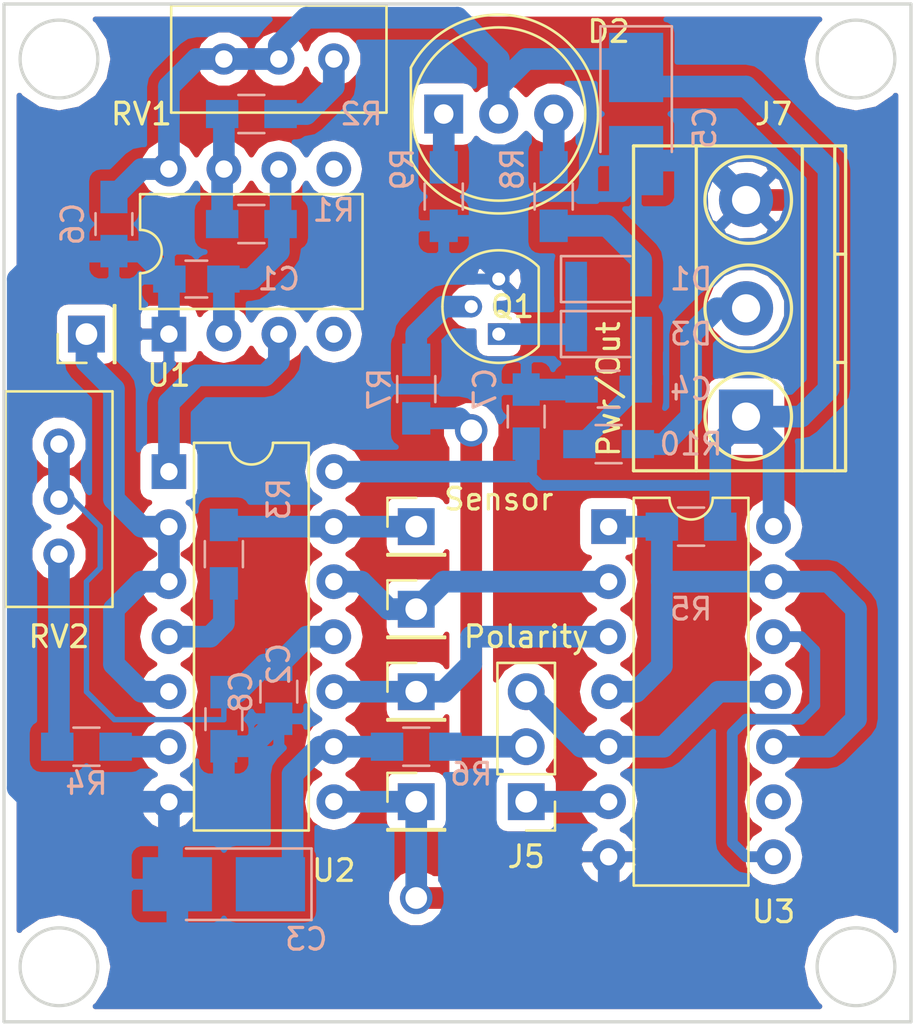
<source format=kicad_pcb>
(kicad_pcb (version 4) (host pcbnew 4.0.5)

  (general
    (links 68)
    (no_connects 0)
    (area 109.144999 85.014999 151.205001 132.155001)
    (thickness 1.6)
    (drawings 12)
    (tracks 207)
    (zones 0)
    (modules 34)
    (nets 29)
  )

  (page A4)
  (layers
    (0 F.Cu signal)
    (31 B.Cu signal)
    (32 B.Adhes user)
    (33 F.Adhes user)
    (34 B.Paste user)
    (35 F.Paste user)
    (36 B.SilkS user)
    (37 F.SilkS user)
    (38 B.Mask user)
    (39 F.Mask user)
    (40 Dwgs.User user)
    (41 Cmts.User user)
    (42 Eco1.User user)
    (43 Eco2.User user)
    (44 Edge.Cuts user)
    (45 Margin user)
    (46 B.CrtYd user)
    (47 F.CrtYd user)
    (48 B.Fab user)
    (49 F.Fab user)
  )

  (setup
    (last_trace_width 1)
    (user_trace_width 0.5)
    (user_trace_width 0.8)
    (user_trace_width 1)
    (trace_clearance 0.2)
    (zone_clearance 0.508)
    (zone_45_only no)
    (trace_min 0.2)
    (segment_width 0.2)
    (edge_width 0.15)
    (via_size 0.6)
    (via_drill 0.4)
    (via_min_size 0.4)
    (via_min_drill 0.3)
    (user_via 1 0.6)
    (user_via 1.5 1)
    (uvia_size 0.3)
    (uvia_drill 0.1)
    (uvias_allowed no)
    (uvia_min_size 0.2)
    (uvia_min_drill 0.1)
    (pcb_text_width 0.3)
    (pcb_text_size 1.5 1.5)
    (mod_edge_width 0.15)
    (mod_text_size 1 1)
    (mod_text_width 0.15)
    (pad_size 1.524 1.524)
    (pad_drill 0.762)
    (pad_to_mask_clearance 0.2)
    (aux_axis_origin 0 0)
    (visible_elements 7FFFFFFF)
    (pcbplotparams
      (layerselection 0x00030_80000001)
      (usegerberextensions false)
      (excludeedgelayer true)
      (linewidth 0.100000)
      (plotframeref false)
      (viasonmask false)
      (mode 1)
      (useauxorigin false)
      (hpglpennumber 1)
      (hpglpenspeed 20)
      (hpglpendiameter 15)
      (hpglpenoverlay 2)
      (psnegative false)
      (psa4output false)
      (plotreference true)
      (plotvalue true)
      (plotinvisibletext false)
      (padsonsilk false)
      (subtractmaskfromsilk false)
      (outputformat 1)
      (mirror false)
      (drillshape 1)
      (scaleselection 1)
      (outputdirectory ""))
  )

  (net 0 "")
  (net 1 "Net-(C1-Pad1)")
  (net 2 GND)
  (net 3 "Net-(C2-Pad1)")
  (net 4 "Net-(C3-Pad1)")
  (net 5 "Net-(C4-Pad1)")
  (net 6 "Net-(D1-Pad1)")
  (net 7 "Net-(D1-Pad2)")
  (net 8 "Net-(D2-Pad1)")
  (net 9 +5V)
  (net 10 "Net-(D2-Pad3)")
  (net 11 "Net-(J1-Pad1)")
  (net 12 "Net-(J2-Pad1)")
  (net 13 "Net-(J3-Pad1)")
  (net 14 "Net-(J4-Pad1)")
  (net 15 "Net-(J5-Pad1)")
  (net 16 "Net-(J5-Pad2)")
  (net 17 "Net-(J5-Pad3)")
  (net 18 "Net-(J6-Pad1)")
  (net 19 "Net-(J7-Pad2)")
  (net 20 "Net-(Q1-Pad2)")
  (net 21 "Net-(R1-Pad1)")
  (net 22 "Net-(R2-Pad1)")
  (net 23 "Net-(R3-Pad2)")
  (net 24 "Net-(R4-Pad1)")
  (net 25 "Net-(R4-Pad2)")
  (net 26 "Net-(R5-Pad2)")
  (net 27 "Net-(U1-Pad3)")
  (net 28 "Net-(U3-Pad12)")

  (net_class Default "Это класс цепей по умолчанию."
    (clearance 0.2)
    (trace_width 0.25)
    (via_dia 0.6)
    (via_drill 0.4)
    (uvia_dia 0.3)
    (uvia_drill 0.1)
    (add_net +5V)
    (add_net GND)
    (add_net "Net-(C1-Pad1)")
    (add_net "Net-(C2-Pad1)")
    (add_net "Net-(C3-Pad1)")
    (add_net "Net-(C4-Pad1)")
    (add_net "Net-(D1-Pad1)")
    (add_net "Net-(D1-Pad2)")
    (add_net "Net-(D2-Pad1)")
    (add_net "Net-(D2-Pad3)")
    (add_net "Net-(J1-Pad1)")
    (add_net "Net-(J2-Pad1)")
    (add_net "Net-(J3-Pad1)")
    (add_net "Net-(J4-Pad1)")
    (add_net "Net-(J5-Pad1)")
    (add_net "Net-(J5-Pad2)")
    (add_net "Net-(J5-Pad3)")
    (add_net "Net-(J6-Pad1)")
    (add_net "Net-(J7-Pad2)")
    (add_net "Net-(Q1-Pad2)")
    (add_net "Net-(R1-Pad1)")
    (add_net "Net-(R2-Pad1)")
    (add_net "Net-(R3-Pad2)")
    (add_net "Net-(R4-Pad1)")
    (add_net "Net-(R4-Pad2)")
    (add_net "Net-(R5-Pad2)")
    (add_net "Net-(U1-Pad3)")
    (add_net "Net-(U3-Pad12)")
  )

  (module Capacitors_SMD:C_0805_HandSoldering (layer B.Cu) (tedit 5A57A83D) (tstamp 5A5782A8)
    (at 118.11 97.79 180)
    (descr "Capacitor SMD 0805, hand soldering")
    (tags "capacitor 0805")
    (path /5A57793B)
    (attr smd)
    (fp_text reference C1 (at -3.81 0 180) (layer B.SilkS)
      (effects (font (size 1 1) (thickness 0.15)) (justify mirror))
    )
    (fp_text value 2n2 (at -3.81 -1.27 180) (layer B.Fab)
      (effects (font (size 1 1) (thickness 0.15)) (justify mirror))
    )
    (fp_text user %R (at -3.81 0 180) (layer B.Fab)
      (effects (font (size 1 1) (thickness 0.15)) (justify mirror))
    )
    (fp_line (start -1 -0.62) (end -1 0.62) (layer B.Fab) (width 0.1))
    (fp_line (start 1 -0.62) (end -1 -0.62) (layer B.Fab) (width 0.1))
    (fp_line (start 1 0.62) (end 1 -0.62) (layer B.Fab) (width 0.1))
    (fp_line (start -1 0.62) (end 1 0.62) (layer B.Fab) (width 0.1))
    (fp_line (start 0.5 0.85) (end -0.5 0.85) (layer B.SilkS) (width 0.12))
    (fp_line (start -0.5 -0.85) (end 0.5 -0.85) (layer B.SilkS) (width 0.12))
    (fp_line (start -2.25 0.88) (end 2.25 0.88) (layer B.CrtYd) (width 0.05))
    (fp_line (start -2.25 0.88) (end -2.25 -0.87) (layer B.CrtYd) (width 0.05))
    (fp_line (start 2.25 -0.87) (end 2.25 0.88) (layer B.CrtYd) (width 0.05))
    (fp_line (start 2.25 -0.87) (end -2.25 -0.87) (layer B.CrtYd) (width 0.05))
    (pad 1 smd rect (at -1.25 0 180) (size 1.5 1.25) (layers B.Cu B.Paste B.Mask)
      (net 1 "Net-(C1-Pad1)"))
    (pad 2 smd rect (at 1.25 0 180) (size 1.5 1.25) (layers B.Cu B.Paste B.Mask)
      (net 2 GND))
    (model Capacitors_SMD.3dshapes/C_0805.wrl
      (at (xyz 0 0 0))
      (scale (xyz 1 1 1))
      (rotate (xyz 0 0 0))
    )
  )

  (module Capacitors_SMD:C_0805_HandSoldering (layer B.Cu) (tedit 5A57A809) (tstamp 5A5782AE)
    (at 119.38 118.11 270)
    (descr "Capacitor SMD 0805, hand soldering")
    (tags "capacitor 0805")
    (path /5A5788DE)
    (attr smd)
    (fp_text reference C2 (at -2.54 -2.54 270) (layer B.SilkS)
      (effects (font (size 1 1) (thickness 0.15)) (justify mirror))
    )
    (fp_text value 10pF (at 0 -1.75 270) (layer B.Fab)
      (effects (font (size 1 1) (thickness 0.15)) (justify mirror))
    )
    (fp_text user %R (at 0 1.75 270) (layer B.Fab)
      (effects (font (size 1 1) (thickness 0.15)) (justify mirror))
    )
    (fp_line (start -1 -0.62) (end -1 0.62) (layer B.Fab) (width 0.1))
    (fp_line (start 1 -0.62) (end -1 -0.62) (layer B.Fab) (width 0.1))
    (fp_line (start 1 0.62) (end 1 -0.62) (layer B.Fab) (width 0.1))
    (fp_line (start -1 0.62) (end 1 0.62) (layer B.Fab) (width 0.1))
    (fp_line (start 0.5 0.85) (end -0.5 0.85) (layer B.SilkS) (width 0.12))
    (fp_line (start -0.5 -0.85) (end 0.5 -0.85) (layer B.SilkS) (width 0.12))
    (fp_line (start -2.25 0.88) (end 2.25 0.88) (layer B.CrtYd) (width 0.05))
    (fp_line (start -2.25 0.88) (end -2.25 -0.87) (layer B.CrtYd) (width 0.05))
    (fp_line (start 2.25 -0.87) (end 2.25 0.88) (layer B.CrtYd) (width 0.05))
    (fp_line (start 2.25 -0.87) (end -2.25 -0.87) (layer B.CrtYd) (width 0.05))
    (pad 1 smd rect (at -1.25 0 270) (size 1.5 1.25) (layers B.Cu B.Paste B.Mask)
      (net 3 "Net-(C2-Pad1)"))
    (pad 2 smd rect (at 1.25 0 270) (size 1.5 1.25) (layers B.Cu B.Paste B.Mask)
      (net 2 GND))
    (model Capacitors_SMD.3dshapes/C_0805.wrl
      (at (xyz 0 0 0))
      (scale (xyz 1 1 1))
      (rotate (xyz 0 0 0))
    )
  )

  (module Capacitors_Tantalum_SMD:CP_Tantalum_Case-B_EIA-3528-21_Hand (layer B.Cu) (tedit 5A57A796) (tstamp 5A5782B4)
    (at 119.38 125.73 180)
    (descr "Tantalum capacitor, Case B, EIA 3528-21, 3.5x2.8x1.9mm, Hand soldering footprint")
    (tags "capacitor tantalum smd")
    (path /5A578B00)
    (attr smd)
    (fp_text reference C3 (at -3.81 -2.54 180) (layer B.SilkS)
      (effects (font (size 1 1) (thickness 0.15)) (justify mirror))
    )
    (fp_text value 10,0 (at 0 -3.15 180) (layer B.Fab)
      (effects (font (size 1 1) (thickness 0.15)) (justify mirror))
    )
    (fp_text user %R (at 0 0 180) (layer B.Fab)
      (effects (font (size 0.8 0.8) (thickness 0.12)) (justify mirror))
    )
    (fp_line (start -4.15 1.75) (end -4.15 -1.75) (layer B.CrtYd) (width 0.05))
    (fp_line (start -4.15 -1.75) (end 4.15 -1.75) (layer B.CrtYd) (width 0.05))
    (fp_line (start 4.15 -1.75) (end 4.15 1.75) (layer B.CrtYd) (width 0.05))
    (fp_line (start 4.15 1.75) (end -4.15 1.75) (layer B.CrtYd) (width 0.05))
    (fp_line (start -1.75 1.4) (end -1.75 -1.4) (layer B.Fab) (width 0.1))
    (fp_line (start -1.75 -1.4) (end 1.75 -1.4) (layer B.Fab) (width 0.1))
    (fp_line (start 1.75 -1.4) (end 1.75 1.4) (layer B.Fab) (width 0.1))
    (fp_line (start 1.75 1.4) (end -1.75 1.4) (layer B.Fab) (width 0.1))
    (fp_line (start -1.4 1.4) (end -1.4 -1.4) (layer B.Fab) (width 0.1))
    (fp_line (start -1.225 1.4) (end -1.225 -1.4) (layer B.Fab) (width 0.1))
    (fp_line (start -4.05 1.65) (end 1.75 1.65) (layer B.SilkS) (width 0.12))
    (fp_line (start -4.05 -1.65) (end 1.75 -1.65) (layer B.SilkS) (width 0.12))
    (fp_line (start -4.05 1.65) (end -4.05 -1.65) (layer B.SilkS) (width 0.12))
    (pad 1 smd rect (at -2.15 0 180) (size 3.2 2.5) (layers B.Cu B.Paste B.Mask)
      (net 4 "Net-(C3-Pad1)"))
    (pad 2 smd rect (at 2.15 0 180) (size 3.2 2.5) (layers B.Cu B.Paste B.Mask)
      (net 2 GND))
    (model Capacitors_Tantalum_SMD.3dshapes/CP_Tantalum_Case-B_EIA-3528-21.wrl
      (at (xyz 0 0 0))
      (scale (xyz 1 1 1))
      (rotate (xyz 0 0 0))
    )
  )

  (module Capacitors_SMD:C_0805_HandSoldering (layer B.Cu) (tedit 5A57B1EF) (tstamp 5A5782BA)
    (at 137.16 102.87 180)
    (descr "Capacitor SMD 0805, hand soldering")
    (tags "capacitor 0805")
    (path /5A579830)
    (attr smd)
    (fp_text reference C4 (at -3.81 0 180) (layer B.SilkS)
      (effects (font (size 1 1) (thickness 0.15)) (justify mirror))
    )
    (fp_text value 0,1 (at -3.81 -1.27 180) (layer B.Fab)
      (effects (font (size 1 1) (thickness 0.15)) (justify mirror))
    )
    (fp_text user %R (at -3.81 0 180) (layer B.Fab)
      (effects (font (size 1 1) (thickness 0.15)) (justify mirror))
    )
    (fp_line (start -1 -0.62) (end -1 0.62) (layer B.Fab) (width 0.1))
    (fp_line (start 1 -0.62) (end -1 -0.62) (layer B.Fab) (width 0.1))
    (fp_line (start 1 0.62) (end 1 -0.62) (layer B.Fab) (width 0.1))
    (fp_line (start -1 0.62) (end 1 0.62) (layer B.Fab) (width 0.1))
    (fp_line (start 0.5 0.85) (end -0.5 0.85) (layer B.SilkS) (width 0.12))
    (fp_line (start -0.5 -0.85) (end 0.5 -0.85) (layer B.SilkS) (width 0.12))
    (fp_line (start -2.25 0.88) (end 2.25 0.88) (layer B.CrtYd) (width 0.05))
    (fp_line (start -2.25 0.88) (end -2.25 -0.87) (layer B.CrtYd) (width 0.05))
    (fp_line (start 2.25 -0.87) (end 2.25 0.88) (layer B.CrtYd) (width 0.05))
    (fp_line (start 2.25 -0.87) (end -2.25 -0.87) (layer B.CrtYd) (width 0.05))
    (pad 1 smd rect (at -1.25 0 180) (size 1.5 1.25) (layers B.Cu B.Paste B.Mask)
      (net 5 "Net-(C4-Pad1)"))
    (pad 2 smd rect (at 1.25 0 180) (size 1.5 1.25) (layers B.Cu B.Paste B.Mask)
      (net 2 GND))
    (model Capacitors_SMD.3dshapes/C_0805.wrl
      (at (xyz 0 0 0))
      (scale (xyz 1 1 1))
      (rotate (xyz 0 0 0))
    )
  )

  (module Diodes_SMD:D_1206 (layer B.Cu) (tedit 5A57B1F9) (tstamp 5A5782C0)
    (at 137.16 97.79)
    (descr "Diode SMD 1206, reflow soldering http://datasheets.avx.com/schottky.pdf")
    (tags "Diode 1206")
    (path /5A5797B5)
    (attr smd)
    (fp_text reference D1 (at 3.81 0) (layer B.SilkS)
      (effects (font (size 1 1) (thickness 0.15)) (justify mirror))
    )
    (fp_text value 1N4148 (at 6.985 -1.27) (layer B.Fab)
      (effects (font (size 1 1) (thickness 0.15)) (justify mirror))
    )
    (fp_text user %R (at 3.81 0) (layer B.Fab)
      (effects (font (size 1 1) (thickness 0.15)) (justify mirror))
    )
    (fp_line (start -0.254 0.254) (end -0.254 -0.254) (layer B.Fab) (width 0.1))
    (fp_line (start 0.127 0) (end 0.381 0) (layer B.Fab) (width 0.1))
    (fp_line (start -0.254 0) (end -0.508 0) (layer B.Fab) (width 0.1))
    (fp_line (start 0.127 -0.254) (end -0.254 0) (layer B.Fab) (width 0.1))
    (fp_line (start 0.127 0.254) (end 0.127 -0.254) (layer B.Fab) (width 0.1))
    (fp_line (start -0.254 0) (end 0.127 0.254) (layer B.Fab) (width 0.1))
    (fp_line (start -2.2 1.06) (end -2.2 -1.06) (layer B.SilkS) (width 0.12))
    (fp_line (start -1.7 -0.95) (end -1.7 0.95) (layer B.Fab) (width 0.1))
    (fp_line (start 1.7 -0.95) (end -1.7 -0.95) (layer B.Fab) (width 0.1))
    (fp_line (start 1.7 0.95) (end 1.7 -0.95) (layer B.Fab) (width 0.1))
    (fp_line (start -1.7 0.95) (end 1.7 0.95) (layer B.Fab) (width 0.1))
    (fp_line (start -2.3 1.16) (end 2.3 1.16) (layer B.CrtYd) (width 0.05))
    (fp_line (start -2.3 -1.16) (end 2.3 -1.16) (layer B.CrtYd) (width 0.05))
    (fp_line (start -2.3 1.16) (end -2.3 -1.16) (layer B.CrtYd) (width 0.05))
    (fp_line (start 2.3 1.16) (end 2.3 -1.16) (layer B.CrtYd) (width 0.05))
    (fp_line (start 1 1.06) (end -2.2 1.06) (layer B.SilkS) (width 0.12))
    (fp_line (start -2.2 -1.06) (end 1 -1.06) (layer B.SilkS) (width 0.12))
    (pad 1 smd rect (at -1.5 0) (size 1 1.6) (layers B.Cu B.Paste B.Mask)
      (net 6 "Net-(D1-Pad1)"))
    (pad 2 smd rect (at 1.5 0) (size 1 1.6) (layers B.Cu B.Paste B.Mask)
      (net 7 "Net-(D1-Pad2)"))
    (model ${KISYS3DMOD}/Diodes_SMD.3dshapes/D_1206.wrl
      (at (xyz 0 0 0))
      (scale (xyz 1 1 1))
      (rotate (xyz 0 0 0))
    )
  )

  (module LEDs:LED_D8.0mm-3 (layer F.Cu) (tedit 5A57A667) (tstamp 5A5782C7)
    (at 129.54 90.17)
    (descr "LED, diameter 8.0mm, 2 pins, diameter 8.0mm, 3 pins")
    (tags "LED diameter 8.0mm 2 pins diameter 8.0mm 3 pins")
    (path /5A579B98)
    (fp_text reference D2 (at 7.62 -3.81) (layer F.SilkS)
      (effects (font (size 1 1) (thickness 0.15)))
    )
    (fp_text value LED_Dual_CAC (at 15.24 -2.54) (layer F.Fab) hide
      (effects (font (size 1 1) (thickness 0.15)))
    )
    (fp_arc (start 2.54 0) (end -1.46 -2.061553) (angle 305.5) (layer F.Fab) (width 0.1))
    (fp_arc (start 2.54 0) (end -1.52 -2.141145) (angle 152.2) (layer F.SilkS) (width 0.12))
    (fp_arc (start 2.54 0) (end -1.52 2.141145) (angle -152.2) (layer F.SilkS) (width 0.12))
    (fp_circle (center 2.54 0) (end 6.54 0) (layer F.Fab) (width 0.1))
    (fp_circle (center 2.54 0) (end 6.54 0) (layer F.SilkS) (width 0.12))
    (fp_line (start -1.46 -2.061553) (end -1.46 2.061553) (layer F.Fab) (width 0.1))
    (fp_line (start -1.52 -2.142) (end -1.52 2.142) (layer F.SilkS) (width 0.12))
    (fp_line (start -2.3 -4.85) (end -2.3 4.85) (layer F.CrtYd) (width 0.05))
    (fp_line (start -2.3 4.85) (end 7.35 4.85) (layer F.CrtYd) (width 0.05))
    (fp_line (start 7.35 4.85) (end 7.35 -4.85) (layer F.CrtYd) (width 0.05))
    (fp_line (start 7.35 -4.85) (end -2.3 -4.85) (layer F.CrtYd) (width 0.05))
    (pad 1 thru_hole rect (at 0 0) (size 1.8 1.8) (drill 0.9) (layers *.Cu *.Mask)
      (net 8 "Net-(D2-Pad1)"))
    (pad 2 thru_hole circle (at 2.54 0) (size 1.8 1.8) (drill 0.9) (layers *.Cu *.Mask)
      (net 9 +5V))
    (pad 3 thru_hole circle (at 5.08 0) (size 1.8 1.8) (drill 0.9) (layers *.Cu *.Mask)
      (net 10 "Net-(D2-Pad3)"))
    (model ${KISYS3DMOD}/LEDs.3dshapes/LED_D8.0mm-3.wrl
      (at (xyz 0 0 0))
      (scale (xyz 0.393701 0.393701 0.393701))
      (rotate (xyz 0 0 0))
    )
  )

  (module Diodes_SMD:D_1206 (layer B.Cu) (tedit 5A57B1E8) (tstamp 5A5782CD)
    (at 137.16 100.33)
    (descr "Diode SMD 1206, reflow soldering http://datasheets.avx.com/schottky.pdf")
    (tags "Diode 1206")
    (path /5A579726)
    (attr smd)
    (fp_text reference D3 (at 3.81 0) (layer B.SilkS)
      (effects (font (size 1 1) (thickness 0.15)) (justify mirror))
    )
    (fp_text value 1N4148 (at 6.985 0.635) (layer B.Fab)
      (effects (font (size 1 1) (thickness 0.15)) (justify mirror))
    )
    (fp_text user %R (at 3.81 0) (layer B.Fab)
      (effects (font (size 1 1) (thickness 0.15)) (justify mirror))
    )
    (fp_line (start -0.254 0.254) (end -0.254 -0.254) (layer B.Fab) (width 0.1))
    (fp_line (start 0.127 0) (end 0.381 0) (layer B.Fab) (width 0.1))
    (fp_line (start -0.254 0) (end -0.508 0) (layer B.Fab) (width 0.1))
    (fp_line (start 0.127 -0.254) (end -0.254 0) (layer B.Fab) (width 0.1))
    (fp_line (start 0.127 0.254) (end 0.127 -0.254) (layer B.Fab) (width 0.1))
    (fp_line (start -0.254 0) (end 0.127 0.254) (layer B.Fab) (width 0.1))
    (fp_line (start -2.2 1.06) (end -2.2 -1.06) (layer B.SilkS) (width 0.12))
    (fp_line (start -1.7 -0.95) (end -1.7 0.95) (layer B.Fab) (width 0.1))
    (fp_line (start 1.7 -0.95) (end -1.7 -0.95) (layer B.Fab) (width 0.1))
    (fp_line (start 1.7 0.95) (end 1.7 -0.95) (layer B.Fab) (width 0.1))
    (fp_line (start -1.7 0.95) (end 1.7 0.95) (layer B.Fab) (width 0.1))
    (fp_line (start -2.3 1.16) (end 2.3 1.16) (layer B.CrtYd) (width 0.05))
    (fp_line (start -2.3 -1.16) (end 2.3 -1.16) (layer B.CrtYd) (width 0.05))
    (fp_line (start -2.3 1.16) (end -2.3 -1.16) (layer B.CrtYd) (width 0.05))
    (fp_line (start 2.3 1.16) (end 2.3 -1.16) (layer B.CrtYd) (width 0.05))
    (fp_line (start 1 1.06) (end -2.2 1.06) (layer B.SilkS) (width 0.12))
    (fp_line (start -2.2 -1.06) (end 1 -1.06) (layer B.SilkS) (width 0.12))
    (pad 1 smd rect (at -1.5 0) (size 1 1.6) (layers B.Cu B.Paste B.Mask)
      (net 6 "Net-(D1-Pad1)"))
    (pad 2 smd rect (at 1.5 0) (size 1 1.6) (layers B.Cu B.Paste B.Mask)
      (net 5 "Net-(C4-Pad1)"))
    (model ${KISYS3DMOD}/Diodes_SMD.3dshapes/D_1206.wrl
      (at (xyz 0 0 0))
      (scale (xyz 1 1 1))
      (rotate (xyz 0 0 0))
    )
  )

  (module TerminalBlocks_Phoenix:TerminalBlock_Phoenix_MKDS1.5-3pol (layer F.Cu) (tedit 5A57A6E5) (tstamp 5A5782F4)
    (at 143.51 104.14 90)
    (descr "3-way 5mm pitch terminal block, Phoenix MKDS series")
    (path /5A57A1B7)
    (fp_text reference J7 (at 13.97 1.27 180) (layer F.SilkS)
      (effects (font (size 1 1) (thickness 0.15)))
    )
    (fp_text value Pwr/Out (at 1.27 -6.35 90) (layer F.SilkS)
      (effects (font (size 1 1) (thickness 0.15)))
    )
    (fp_text user %R (at 13.97 1.27 180) (layer F.Fab)
      (effects (font (size 1 1) (thickness 0.15)))
    )
    (fp_line (start -2.7 4.8) (end -2.7 -5.4) (layer F.CrtYd) (width 0.05))
    (fp_line (start 12.7 4.8) (end -2.7 4.8) (layer F.CrtYd) (width 0.05))
    (fp_line (start 12.7 -5.4) (end 12.7 4.8) (layer F.CrtYd) (width 0.05))
    (fp_line (start -2.7 -5.4) (end 12.7 -5.4) (layer F.CrtYd) (width 0.05))
    (fp_line (start 7.5 4.1) (end 7.5 4.6) (layer F.SilkS) (width 0.15))
    (fp_line (start 2.5 4.1) (end 2.5 4.6) (layer F.SilkS) (width 0.15))
    (fp_line (start -2.5 2.6) (end 12.5 2.6) (layer F.SilkS) (width 0.15))
    (fp_line (start -2.5 -2.3) (end 12.5 -2.3) (layer F.SilkS) (width 0.15))
    (fp_line (start -2.5 4.1) (end 12.5 4.1) (layer F.SilkS) (width 0.15))
    (fp_line (start -2.5 4.6) (end 12.5 4.6) (layer F.SilkS) (width 0.15))
    (fp_line (start 12.5 4.6) (end 12.5 -5.2) (layer F.SilkS) (width 0.15))
    (fp_line (start 12.5 -5.2) (end -2.5 -5.2) (layer F.SilkS) (width 0.15))
    (fp_line (start -2.5 -5.2) (end -2.5 4.6) (layer F.SilkS) (width 0.15))
    (fp_circle (center 10 0.1) (end 8 0.1) (layer F.SilkS) (width 0.15))
    (fp_circle (center 5 0.1) (end 3 0.1) (layer F.SilkS) (width 0.15))
    (fp_circle (center 0 0.1) (end 2 0.1) (layer F.SilkS) (width 0.15))
    (pad 3 thru_hole circle (at 10 0 90) (size 2.5 2.5) (drill 1.3) (layers *.Cu *.Mask)
      (net 2 GND))
    (pad 1 thru_hole rect (at 0 0 90) (size 2.5 2.5) (drill 1.3) (layers *.Cu *.Mask)
      (net 9 +5V))
    (pad 2 thru_hole circle (at 5 0 90) (size 2.5 2.5) (drill 1.3) (layers *.Cu *.Mask)
      (net 19 "Net-(J7-Pad2)"))
    (model ${KISYS3DMOD}/TerminalBlock_Phoenix.3dshapes/TerminalBlock_Phoenix_MKDS1.5-3pol.wrl
      (at (xyz 0.1968 0 0))
      (scale (xyz 1 1 1))
      (rotate (xyz 0 0 0))
    )
  )

  (module TO_SOT_Packages_THT:TO-92_Molded_Narrow (layer F.Cu) (tedit 5A57B223) (tstamp 5A5782FB)
    (at 132.08 100.33 90)
    (descr "TO-92 leads molded, narrow, drill 0.6mm (see NXP sot054_po.pdf)")
    (tags "to-92 sc-43 sc-43a sot54 PA33 transistor")
    (path /5A57953A)
    (fp_text reference Q1 (at 1.27 0.635 180) (layer F.SilkS)
      (effects (font (size 1 1) (thickness 0.15)))
    )
    (fp_text value BC546 (at 1.27 -2.54 90) (layer F.Fab)
      (effects (font (size 1 1) (thickness 0.15)))
    )
    (fp_text user %R (at 1.27 0.635 180) (layer F.Fab) hide
      (effects (font (size 1 1) (thickness 0.15)))
    )
    (fp_line (start -0.53 1.85) (end 3.07 1.85) (layer F.SilkS) (width 0.12))
    (fp_line (start -0.5 1.75) (end 3 1.75) (layer F.Fab) (width 0.1))
    (fp_line (start -1.46 -2.73) (end 4 -2.73) (layer F.CrtYd) (width 0.05))
    (fp_line (start -1.46 -2.73) (end -1.46 2.01) (layer F.CrtYd) (width 0.05))
    (fp_line (start 4 2.01) (end 4 -2.73) (layer F.CrtYd) (width 0.05))
    (fp_line (start 4 2.01) (end -1.46 2.01) (layer F.CrtYd) (width 0.05))
    (fp_arc (start 1.27 0) (end 1.27 -2.48) (angle 135) (layer F.Fab) (width 0.1))
    (fp_arc (start 1.27 0) (end 1.27 -2.6) (angle -135) (layer F.SilkS) (width 0.12))
    (fp_arc (start 1.27 0) (end 1.27 -2.48) (angle -135) (layer F.Fab) (width 0.1))
    (fp_arc (start 1.27 0) (end 1.27 -2.6) (angle 135) (layer F.SilkS) (width 0.12))
    (pad 2 thru_hole circle (at 1.27 -1.27 180) (size 1 1) (drill 0.6) (layers *.Cu *.Mask)
      (net 20 "Net-(Q1-Pad2)"))
    (pad 3 thru_hole circle (at 2.54 0 180) (size 1 1) (drill 0.6) (layers *.Cu *.Mask)
      (net 2 GND))
    (pad 1 thru_hole rect (at 0 0 180) (size 1 1) (drill 0.6) (layers *.Cu *.Mask)
      (net 6 "Net-(D1-Pad1)"))
    (model ${KISYS3DMOD}/TO_SOT_Packages_THT.3dshapes/TO-92_Molded_Narrow.wrl
      (at (xyz 0.05 0 0))
      (scale (xyz 1 1 1))
      (rotate (xyz 0 0 -90))
    )
  )

  (module Resistors_SMD:R_0805_HandSoldering (layer B.Cu) (tedit 5A57B2B9) (tstamp 5A578301)
    (at 120.65 95.25)
    (descr "Resistor SMD 0805, hand soldering")
    (tags "resistor 0805")
    (path /5A5777F8)
    (attr smd)
    (fp_text reference R1 (at 3.81 -0.635) (layer B.SilkS)
      (effects (font (size 1 1) (thickness 0.15)) (justify mirror))
    )
    (fp_text value 1k (at 3.81 0.635) (layer B.Fab)
      (effects (font (size 1 1) (thickness 0.15)) (justify mirror))
    )
    (fp_text user %R (at 0 0) (layer B.Fab)
      (effects (font (size 0.5 0.5) (thickness 0.075)) (justify mirror))
    )
    (fp_line (start -1 -0.62) (end -1 0.62) (layer B.Fab) (width 0.1))
    (fp_line (start 1 -0.62) (end -1 -0.62) (layer B.Fab) (width 0.1))
    (fp_line (start 1 0.62) (end 1 -0.62) (layer B.Fab) (width 0.1))
    (fp_line (start -1 0.62) (end 1 0.62) (layer B.Fab) (width 0.1))
    (fp_line (start 0.6 -0.88) (end -0.6 -0.88) (layer B.SilkS) (width 0.12))
    (fp_line (start -0.6 0.88) (end 0.6 0.88) (layer B.SilkS) (width 0.12))
    (fp_line (start -2.35 0.9) (end 2.35 0.9) (layer B.CrtYd) (width 0.05))
    (fp_line (start -2.35 0.9) (end -2.35 -0.9) (layer B.CrtYd) (width 0.05))
    (fp_line (start 2.35 -0.9) (end 2.35 0.9) (layer B.CrtYd) (width 0.05))
    (fp_line (start 2.35 -0.9) (end -2.35 -0.9) (layer B.CrtYd) (width 0.05))
    (pad 1 smd rect (at -1.35 0) (size 1.5 1.3) (layers B.Cu B.Paste B.Mask)
      (net 21 "Net-(R1-Pad1)"))
    (pad 2 smd rect (at 1.35 0) (size 1.5 1.3) (layers B.Cu B.Paste B.Mask)
      (net 1 "Net-(C1-Pad1)"))
    (model ${KISYS3DMOD}/Resistors_SMD.3dshapes/R_0805.wrl
      (at (xyz 0 0 0))
      (scale (xyz 1 1 1))
      (rotate (xyz 0 0 0))
    )
  )

  (module Resistors_SMD:R_0805_HandSoldering (layer B.Cu) (tedit 5A57A85D) (tstamp 5A578307)
    (at 120.65 90.17 180)
    (descr "Resistor SMD 0805, hand soldering")
    (tags "resistor 0805")
    (path /5A577837)
    (attr smd)
    (fp_text reference R2 (at -5.08 0 180) (layer B.SilkS)
      (effects (font (size 1 1) (thickness 0.15)) (justify mirror))
    )
    (fp_text value 1k (at -2.54 0 180) (layer B.Fab)
      (effects (font (size 1 1) (thickness 0.15)) (justify mirror))
    )
    (fp_text user %R (at 0 0 180) (layer B.Fab)
      (effects (font (size 0.5 0.5) (thickness 0.075)) (justify mirror))
    )
    (fp_line (start -1 -0.62) (end -1 0.62) (layer B.Fab) (width 0.1))
    (fp_line (start 1 -0.62) (end -1 -0.62) (layer B.Fab) (width 0.1))
    (fp_line (start 1 0.62) (end 1 -0.62) (layer B.Fab) (width 0.1))
    (fp_line (start -1 0.62) (end 1 0.62) (layer B.Fab) (width 0.1))
    (fp_line (start 0.6 -0.88) (end -0.6 -0.88) (layer B.SilkS) (width 0.12))
    (fp_line (start -0.6 0.88) (end 0.6 0.88) (layer B.SilkS) (width 0.12))
    (fp_line (start -2.35 0.9) (end 2.35 0.9) (layer B.CrtYd) (width 0.05))
    (fp_line (start -2.35 0.9) (end -2.35 -0.9) (layer B.CrtYd) (width 0.05))
    (fp_line (start 2.35 -0.9) (end 2.35 0.9) (layer B.CrtYd) (width 0.05))
    (fp_line (start 2.35 -0.9) (end -2.35 -0.9) (layer B.CrtYd) (width 0.05))
    (pad 1 smd rect (at -1.35 0 180) (size 1.5 1.3) (layers B.Cu B.Paste B.Mask)
      (net 22 "Net-(R2-Pad1)"))
    (pad 2 smd rect (at 1.35 0 180) (size 1.5 1.3) (layers B.Cu B.Paste B.Mask)
      (net 21 "Net-(R1-Pad1)"))
    (model ${KISYS3DMOD}/Resistors_SMD.3dshapes/R_0805.wrl
      (at (xyz 0 0 0))
      (scale (xyz 1 1 1))
      (rotate (xyz 0 0 0))
    )
  )

  (module Resistors_SMD:R_0805_HandSoldering (layer B.Cu) (tedit 5A57A805) (tstamp 5A57830D)
    (at 119.38 110.49 270)
    (descr "Resistor SMD 0805, hand soldering")
    (tags "resistor 0805")
    (path /5A578548)
    (attr smd)
    (fp_text reference R3 (at -2.54 -2.54 270) (layer B.SilkS)
      (effects (font (size 1 1) (thickness 0.15)) (justify mirror))
    )
    (fp_text value 10k (at 0 -1.75 270) (layer B.Fab)
      (effects (font (size 1 1) (thickness 0.15)) (justify mirror))
    )
    (fp_text user %R (at 0 0 270) (layer B.Fab)
      (effects (font (size 0.5 0.5) (thickness 0.075)) (justify mirror))
    )
    (fp_line (start -1 -0.62) (end -1 0.62) (layer B.Fab) (width 0.1))
    (fp_line (start 1 -0.62) (end -1 -0.62) (layer B.Fab) (width 0.1))
    (fp_line (start 1 0.62) (end 1 -0.62) (layer B.Fab) (width 0.1))
    (fp_line (start -1 0.62) (end 1 0.62) (layer B.Fab) (width 0.1))
    (fp_line (start 0.6 -0.88) (end -0.6 -0.88) (layer B.SilkS) (width 0.12))
    (fp_line (start -0.6 0.88) (end 0.6 0.88) (layer B.SilkS) (width 0.12))
    (fp_line (start -2.35 0.9) (end 2.35 0.9) (layer B.CrtYd) (width 0.05))
    (fp_line (start -2.35 0.9) (end -2.35 -0.9) (layer B.CrtYd) (width 0.05))
    (fp_line (start 2.35 -0.9) (end 2.35 0.9) (layer B.CrtYd) (width 0.05))
    (fp_line (start 2.35 -0.9) (end -2.35 -0.9) (layer B.CrtYd) (width 0.05))
    (pad 1 smd rect (at -1.35 0 270) (size 1.5 1.3) (layers B.Cu B.Paste B.Mask)
      (net 12 "Net-(J2-Pad1)"))
    (pad 2 smd rect (at 1.35 0 270) (size 1.5 1.3) (layers B.Cu B.Paste B.Mask)
      (net 23 "Net-(R3-Pad2)"))
    (model ${KISYS3DMOD}/Resistors_SMD.3dshapes/R_0805.wrl
      (at (xyz 0 0 0))
      (scale (xyz 1 1 1))
      (rotate (xyz 0 0 0))
    )
  )

  (module Resistors_SMD:R_0805_HandSoldering (layer B.Cu) (tedit 58E0A804) (tstamp 5A578313)
    (at 113.03 119.38)
    (descr "Resistor SMD 0805, hand soldering")
    (tags "resistor 0805")
    (path /5A578799)
    (attr smd)
    (fp_text reference R4 (at 0 1.7) (layer B.SilkS)
      (effects (font (size 1 1) (thickness 0.15)) (justify mirror))
    )
    (fp_text value 2k (at 0 -1.75) (layer B.Fab)
      (effects (font (size 1 1) (thickness 0.15)) (justify mirror))
    )
    (fp_text user %R (at 0 0) (layer B.Fab)
      (effects (font (size 0.5 0.5) (thickness 0.075)) (justify mirror))
    )
    (fp_line (start -1 -0.62) (end -1 0.62) (layer B.Fab) (width 0.1))
    (fp_line (start 1 -0.62) (end -1 -0.62) (layer B.Fab) (width 0.1))
    (fp_line (start 1 0.62) (end 1 -0.62) (layer B.Fab) (width 0.1))
    (fp_line (start -1 0.62) (end 1 0.62) (layer B.Fab) (width 0.1))
    (fp_line (start 0.6 -0.88) (end -0.6 -0.88) (layer B.SilkS) (width 0.12))
    (fp_line (start -0.6 0.88) (end 0.6 0.88) (layer B.SilkS) (width 0.12))
    (fp_line (start -2.35 0.9) (end 2.35 0.9) (layer B.CrtYd) (width 0.05))
    (fp_line (start -2.35 0.9) (end -2.35 -0.9) (layer B.CrtYd) (width 0.05))
    (fp_line (start 2.35 -0.9) (end 2.35 0.9) (layer B.CrtYd) (width 0.05))
    (fp_line (start 2.35 -0.9) (end -2.35 -0.9) (layer B.CrtYd) (width 0.05))
    (pad 1 smd rect (at -1.35 0) (size 1.5 1.3) (layers B.Cu B.Paste B.Mask)
      (net 24 "Net-(R4-Pad1)"))
    (pad 2 smd rect (at 1.35 0) (size 1.5 1.3) (layers B.Cu B.Paste B.Mask)
      (net 25 "Net-(R4-Pad2)"))
    (model ${KISYS3DMOD}/Resistors_SMD.3dshapes/R_0805.wrl
      (at (xyz 0 0 0))
      (scale (xyz 1 1 1))
      (rotate (xyz 0 0 0))
    )
  )

  (module Resistors_SMD:R_0805_HandSoldering (layer B.Cu) (tedit 5A57A7B8) (tstamp 5A578319)
    (at 140.97 109.22 180)
    (descr "Resistor SMD 0805, hand soldering")
    (tags "resistor 0805")
    (path /5A578131)
    (attr smd)
    (fp_text reference R5 (at 0 -3.81 180) (layer B.SilkS)
      (effects (font (size 1 1) (thickness 0.15)) (justify mirror))
    )
    (fp_text value 1k (at 0 -1.75 180) (layer B.Fab)
      (effects (font (size 1 1) (thickness 0.15)) (justify mirror))
    )
    (fp_text user %R (at 0 0 180) (layer B.Fab)
      (effects (font (size 0.5 0.5) (thickness 0.075)) (justify mirror))
    )
    (fp_line (start -1 -0.62) (end -1 0.62) (layer B.Fab) (width 0.1))
    (fp_line (start 1 -0.62) (end -1 -0.62) (layer B.Fab) (width 0.1))
    (fp_line (start 1 0.62) (end 1 -0.62) (layer B.Fab) (width 0.1))
    (fp_line (start -1 0.62) (end 1 0.62) (layer B.Fab) (width 0.1))
    (fp_line (start 0.6 -0.88) (end -0.6 -0.88) (layer B.SilkS) (width 0.12))
    (fp_line (start -0.6 0.88) (end 0.6 0.88) (layer B.SilkS) (width 0.12))
    (fp_line (start -2.35 0.9) (end 2.35 0.9) (layer B.CrtYd) (width 0.05))
    (fp_line (start -2.35 0.9) (end -2.35 -0.9) (layer B.CrtYd) (width 0.05))
    (fp_line (start 2.35 -0.9) (end 2.35 0.9) (layer B.CrtYd) (width 0.05))
    (fp_line (start 2.35 -0.9) (end -2.35 -0.9) (layer B.CrtYd) (width 0.05))
    (pad 1 smd rect (at -1.35 0 180) (size 1.5 1.3) (layers B.Cu B.Paste B.Mask)
      (net 9 +5V))
    (pad 2 smd rect (at 1.35 0 180) (size 1.5 1.3) (layers B.Cu B.Paste B.Mask)
      (net 26 "Net-(R5-Pad2)"))
    (model ${KISYS3DMOD}/Resistors_SMD.3dshapes/R_0805.wrl
      (at (xyz 0 0 0))
      (scale (xyz 1 1 1))
      (rotate (xyz 0 0 0))
    )
  )

  (module Resistors_SMD:R_0805_HandSoldering (layer B.Cu) (tedit 5A57A7AC) (tstamp 5A57831F)
    (at 128.27 119.38)
    (descr "Resistor SMD 0805, hand soldering")
    (tags "resistor 0805")
    (path /5A578A74)
    (attr smd)
    (fp_text reference R6 (at 2.54 1.27) (layer B.SilkS)
      (effects (font (size 1 1) (thickness 0.15)) (justify mirror))
    )
    (fp_text value 10k (at 0 -1.75) (layer B.Fab)
      (effects (font (size 1 1) (thickness 0.15)) (justify mirror))
    )
    (fp_text user %R (at 0 0) (layer B.Fab)
      (effects (font (size 0.5 0.5) (thickness 0.075)) (justify mirror))
    )
    (fp_line (start -1 -0.62) (end -1 0.62) (layer B.Fab) (width 0.1))
    (fp_line (start 1 -0.62) (end -1 -0.62) (layer B.Fab) (width 0.1))
    (fp_line (start 1 0.62) (end 1 -0.62) (layer B.Fab) (width 0.1))
    (fp_line (start -1 0.62) (end 1 0.62) (layer B.Fab) (width 0.1))
    (fp_line (start 0.6 -0.88) (end -0.6 -0.88) (layer B.SilkS) (width 0.12))
    (fp_line (start -0.6 0.88) (end 0.6 0.88) (layer B.SilkS) (width 0.12))
    (fp_line (start -2.35 0.9) (end 2.35 0.9) (layer B.CrtYd) (width 0.05))
    (fp_line (start -2.35 0.9) (end -2.35 -0.9) (layer B.CrtYd) (width 0.05))
    (fp_line (start 2.35 -0.9) (end 2.35 0.9) (layer B.CrtYd) (width 0.05))
    (fp_line (start 2.35 -0.9) (end -2.35 -0.9) (layer B.CrtYd) (width 0.05))
    (pad 1 smd rect (at -1.35 0) (size 1.5 1.3) (layers B.Cu B.Paste B.Mask)
      (net 4 "Net-(C3-Pad1)"))
    (pad 2 smd rect (at 1.35 0) (size 1.5 1.3) (layers B.Cu B.Paste B.Mask)
      (net 16 "Net-(J5-Pad2)"))
    (model ${KISYS3DMOD}/Resistors_SMD.3dshapes/R_0805.wrl
      (at (xyz 0 0 0))
      (scale (xyz 1 1 1))
      (rotate (xyz 0 0 0))
    )
  )

  (module Resistors_SMD:R_0805_HandSoldering (layer B.Cu) (tedit 5A57B20B) (tstamp 5A578325)
    (at 128.27 102.87 270)
    (descr "Resistor SMD 0805, hand soldering")
    (tags "resistor 0805")
    (path /5A5794B0)
    (attr smd)
    (fp_text reference R7 (at 0 1.7 270) (layer B.SilkS)
      (effects (font (size 1 1) (thickness 0.15)) (justify mirror))
    )
    (fp_text value 1k (at 2.54 1.905 270) (layer B.Fab)
      (effects (font (size 1 1) (thickness 0.15)) (justify mirror))
    )
    (fp_text user %R (at 0 0 270) (layer B.Fab)
      (effects (font (size 0.5 0.5) (thickness 0.075)) (justify mirror))
    )
    (fp_line (start -1 -0.62) (end -1 0.62) (layer B.Fab) (width 0.1))
    (fp_line (start 1 -0.62) (end -1 -0.62) (layer B.Fab) (width 0.1))
    (fp_line (start 1 0.62) (end 1 -0.62) (layer B.Fab) (width 0.1))
    (fp_line (start -1 0.62) (end 1 0.62) (layer B.Fab) (width 0.1))
    (fp_line (start 0.6 -0.88) (end -0.6 -0.88) (layer B.SilkS) (width 0.12))
    (fp_line (start -0.6 0.88) (end 0.6 0.88) (layer B.SilkS) (width 0.12))
    (fp_line (start -2.35 0.9) (end 2.35 0.9) (layer B.CrtYd) (width 0.05))
    (fp_line (start -2.35 0.9) (end -2.35 -0.9) (layer B.CrtYd) (width 0.05))
    (fp_line (start 2.35 -0.9) (end 2.35 0.9) (layer B.CrtYd) (width 0.05))
    (fp_line (start 2.35 -0.9) (end -2.35 -0.9) (layer B.CrtYd) (width 0.05))
    (pad 1 smd rect (at -1.35 0 270) (size 1.5 1.3) (layers B.Cu B.Paste B.Mask)
      (net 20 "Net-(Q1-Pad2)"))
    (pad 2 smd rect (at 1.35 0 270) (size 1.5 1.3) (layers B.Cu B.Paste B.Mask)
      (net 18 "Net-(J6-Pad1)"))
    (model ${KISYS3DMOD}/Resistors_SMD.3dshapes/R_0805.wrl
      (at (xyz 0 0 0))
      (scale (xyz 1 1 1))
      (rotate (xyz 0 0 0))
    )
  )

  (module Resistors_SMD:R_0805_HandSoldering (layer B.Cu) (tedit 5A57B266) (tstamp 5A57832B)
    (at 134.62 93.98 90)
    (descr "Resistor SMD 0805, hand soldering")
    (tags "resistor 0805")
    (path /5A5799F5)
    (attr smd)
    (fp_text reference R8 (at 1.27 -1.905 90) (layer B.SilkS)
      (effects (font (size 1 1) (thickness 0.15)) (justify mirror))
    )
    (fp_text value 1k (at -1.905 -1.905 90) (layer B.Fab)
      (effects (font (size 1 1) (thickness 0.15)) (justify mirror))
    )
    (fp_text user %R (at 0 0 90) (layer B.Fab)
      (effects (font (size 0.5 0.5) (thickness 0.075)) (justify mirror))
    )
    (fp_line (start -1 -0.62) (end -1 0.62) (layer B.Fab) (width 0.1))
    (fp_line (start 1 -0.62) (end -1 -0.62) (layer B.Fab) (width 0.1))
    (fp_line (start 1 0.62) (end 1 -0.62) (layer B.Fab) (width 0.1))
    (fp_line (start -1 0.62) (end 1 0.62) (layer B.Fab) (width 0.1))
    (fp_line (start 0.6 -0.88) (end -0.6 -0.88) (layer B.SilkS) (width 0.12))
    (fp_line (start -0.6 0.88) (end 0.6 0.88) (layer B.SilkS) (width 0.12))
    (fp_line (start -2.35 0.9) (end 2.35 0.9) (layer B.CrtYd) (width 0.05))
    (fp_line (start -2.35 0.9) (end -2.35 -0.9) (layer B.CrtYd) (width 0.05))
    (fp_line (start 2.35 -0.9) (end 2.35 0.9) (layer B.CrtYd) (width 0.05))
    (fp_line (start 2.35 -0.9) (end -2.35 -0.9) (layer B.CrtYd) (width 0.05))
    (pad 1 smd rect (at -1.35 0 90) (size 1.5 1.3) (layers B.Cu B.Paste B.Mask)
      (net 7 "Net-(D1-Pad2)"))
    (pad 2 smd rect (at 1.35 0 90) (size 1.5 1.3) (layers B.Cu B.Paste B.Mask)
      (net 10 "Net-(D2-Pad3)"))
    (model ${KISYS3DMOD}/Resistors_SMD.3dshapes/R_0805.wrl
      (at (xyz 0 0 0))
      (scale (xyz 1 1 1))
      (rotate (xyz 0 0 0))
    )
  )

  (module Resistors_SMD:R_0805_HandSoldering (layer B.Cu) (tedit 5A57B253) (tstamp 5A578331)
    (at 129.54 93.98 90)
    (descr "Resistor SMD 0805, hand soldering")
    (tags "resistor 0805")
    (path /5A579A7D)
    (attr smd)
    (fp_text reference R9 (at 1.27 -1.905 90) (layer B.SilkS)
      (effects (font (size 1 1) (thickness 0.15)) (justify mirror))
    )
    (fp_text value 5k6 (at -1.905 -1.905 90) (layer B.Fab)
      (effects (font (size 1 1) (thickness 0.15)) (justify mirror))
    )
    (fp_text user %R (at 0 0 90) (layer B.Fab)
      (effects (font (size 0.5 0.5) (thickness 0.075)) (justify mirror))
    )
    (fp_line (start -1 -0.62) (end -1 0.62) (layer B.Fab) (width 0.1))
    (fp_line (start 1 -0.62) (end -1 -0.62) (layer B.Fab) (width 0.1))
    (fp_line (start 1 0.62) (end 1 -0.62) (layer B.Fab) (width 0.1))
    (fp_line (start -1 0.62) (end 1 0.62) (layer B.Fab) (width 0.1))
    (fp_line (start 0.6 -0.88) (end -0.6 -0.88) (layer B.SilkS) (width 0.12))
    (fp_line (start -0.6 0.88) (end 0.6 0.88) (layer B.SilkS) (width 0.12))
    (fp_line (start -2.35 0.9) (end 2.35 0.9) (layer B.CrtYd) (width 0.05))
    (fp_line (start -2.35 0.9) (end -2.35 -0.9) (layer B.CrtYd) (width 0.05))
    (fp_line (start 2.35 -0.9) (end 2.35 0.9) (layer B.CrtYd) (width 0.05))
    (fp_line (start 2.35 -0.9) (end -2.35 -0.9) (layer B.CrtYd) (width 0.05))
    (pad 1 smd rect (at -1.35 0 90) (size 1.5 1.3) (layers B.Cu B.Paste B.Mask)
      (net 2 GND))
    (pad 2 smd rect (at 1.35 0 90) (size 1.5 1.3) (layers B.Cu B.Paste B.Mask)
      (net 8 "Net-(D2-Pad1)"))
    (model ${KISYS3DMOD}/Resistors_SMD.3dshapes/R_0805.wrl
      (at (xyz 0 0 0))
      (scale (xyz 1 1 1))
      (rotate (xyz 0 0 0))
    )
  )

  (module Resistors_SMD:R_0805_HandSoldering (layer B.Cu) (tedit 5A57B1AB) (tstamp 5A578337)
    (at 137.16 105.41 180)
    (descr "Resistor SMD 0805, hand soldering")
    (tags "resistor 0805")
    (path /5A57991C)
    (attr smd)
    (fp_text reference R10 (at -3.81 0 180) (layer B.SilkS)
      (effects (font (size 1 1) (thickness 0.15)) (justify mirror))
    )
    (fp_text value 100 (at -3.81 -1.27 180) (layer B.Fab)
      (effects (font (size 1 1) (thickness 0.15)) (justify mirror))
    )
    (fp_text user %R (at 0 0 180) (layer B.Fab)
      (effects (font (size 0.5 0.5) (thickness 0.075)) (justify mirror))
    )
    (fp_line (start -1 -0.62) (end -1 0.62) (layer B.Fab) (width 0.1))
    (fp_line (start 1 -0.62) (end -1 -0.62) (layer B.Fab) (width 0.1))
    (fp_line (start 1 0.62) (end 1 -0.62) (layer B.Fab) (width 0.1))
    (fp_line (start -1 0.62) (end 1 0.62) (layer B.Fab) (width 0.1))
    (fp_line (start 0.6 -0.88) (end -0.6 -0.88) (layer B.SilkS) (width 0.12))
    (fp_line (start -0.6 0.88) (end 0.6 0.88) (layer B.SilkS) (width 0.12))
    (fp_line (start -2.35 0.9) (end 2.35 0.9) (layer B.CrtYd) (width 0.05))
    (fp_line (start -2.35 0.9) (end -2.35 -0.9) (layer B.CrtYd) (width 0.05))
    (fp_line (start 2.35 -0.9) (end 2.35 0.9) (layer B.CrtYd) (width 0.05))
    (fp_line (start 2.35 -0.9) (end -2.35 -0.9) (layer B.CrtYd) (width 0.05))
    (pad 1 smd rect (at -1.35 0 180) (size 1.5 1.3) (layers B.Cu B.Paste B.Mask)
      (net 19 "Net-(J7-Pad2)"))
    (pad 2 smd rect (at 1.35 0 180) (size 1.5 1.3) (layers B.Cu B.Paste B.Mask)
      (net 5 "Net-(C4-Pad1)"))
    (model ${KISYS3DMOD}/Resistors_SMD.3dshapes/R_0805.wrl
      (at (xyz 0 0 0))
      (scale (xyz 1 1 1))
      (rotate (xyz 0 0 0))
    )
  )

  (module Potentiometers:Potentiometer_Trimmer_Suntan_TSR-3386C_Vertical (layer F.Cu) (tedit 5A57A6C3) (tstamp 5A57833E)
    (at 119.38 87.63 90)
    (descr "Potentiometer, vertically mounted, Omeg PC16PU, Omeg PC16PU, Omeg PC16PU, Vishay/Spectrol 248GJ/249GJ Single, Vishay/Spectrol 248GJ/249GJ Single, Vishay/Spectrol 248GJ/249GJ Single, Vishay/Spectrol 248GH/249GH Single, Vishay/Spectrol 148/149 Single, Vishay/Spectrol 148/149 Single, Vishay/Spectrol 148/149 Single, Vishay/Spectrol 148A/149A Single with mounting plates, Vishay/Spectrol 148/149 Double, Vishay/Spectrol 148A/149A Double with mounting plates, Piher PC-16 Single, Piher PC-16 Single, Piher PC-16 Single, Piher PC-16SV Single, Piher PC-16 Double, Piher PC-16 Triple, Piher T16H Single, Piher T16L Single, Piher T16H Double, Alps RK163 Single, Alps RK163 Double, Alps RK097 Single, Alps RK097 Double, Bourns PTV09A-2 Single with mounting sleve Single, Bourns PTV09A-1 with mounting sleve Single, Bourns PRS11S Single, Alps RK09K Single with mounting sleve Single, Alps RK09K with mounting sleve Single, Alps RK09L Single, Alps RK09L Single, Alps RK09L Double, Alps RK09L Double, Alps RK09Y Single, Bourns 3339S Single, Bourns 3339S Single, Bourns 3339P Single, Bourns 3339H Single, Vishay T7YA Single, Suntan TSR-3386H Single, Suntan TSR-3386H Single, http://www.Suntan.com/docs/51016/TSR-3386.pdf")
    (tags "Potentiometer vertical  Omeg PC16PU  Omeg PC16PU  Omeg PC16PU  Vishay/Spectrol 248GJ/249GJ Single  Vishay/Spectrol 248GJ/249GJ Single  Vishay/Spectrol 248GJ/249GJ Single  Vishay/Spectrol 248GH/249GH Single  Vishay/Spectrol 148/149 Single  Vishay/Spectrol 148/149 Single  Vishay/Spectrol 148/149 Single  Vishay/Spectrol 148A/149A Single with mounting plates  Vishay/Spectrol 148/149 Double  Vishay/Spectrol 148A/149A Double with mounting plates  Piher PC-16 Single  Piher PC-16 Single  Piher PC-16 Single  Piher PC-16SV Single  Piher PC-16 Double  Piher PC-16 Triple  Piher T16H Single  Piher T16L Single  Piher T16H Double  Alps RK163 Single  Alps RK163 Double  Alps RK097 Single  Alps RK097 Double  Bourns PTV09A-2 Single with mounting sleve Single  Bourns PTV09A-1 with mounting sleve Single  Bourns PRS11S Single  Alps RK09K Single with mounting sleve Single  Alps RK09K with mounting sleve Single  Alps RK09L Single  Alps RK09L Single  Alps RK09L Double  Alps RK09L Double  Alps RK09Y Single  Bourns 3339S Single  Bourns 3339S Single  Bourns 3339P Single  Bourns 3339H Single  Vishay T7YA Single  Suntan TSR-3386H Single  Suntan TSR-3386H Single")
    (path /5A577874)
    (fp_text reference RV1 (at -2.54 -3.81 180) (layer F.SilkS)
      (effects (font (size 1 1) (thickness 0.15)))
    )
    (fp_text value 10k (at 0 6.35 90) (layer F.Fab)
      (effects (font (size 1 1) (thickness 0.15)))
    )
    (fp_line (start 2.415 -2.375) (end 2.415 7.455) (layer F.Fab) (width 0.1))
    (fp_line (start 2.415 7.455) (end -2.415 7.455) (layer F.Fab) (width 0.1))
    (fp_line (start -2.415 7.455) (end -2.415 -2.375) (layer F.Fab) (width 0.1))
    (fp_line (start -2.415 -2.375) (end 2.415 -2.375) (layer F.Fab) (width 0.1))
    (fp_line (start -2.475 -2.435) (end 2.475 -2.435) (layer F.SilkS) (width 0.12))
    (fp_line (start -2.475 7.515) (end 2.475 7.515) (layer F.SilkS) (width 0.12))
    (fp_line (start 2.475 -2.435) (end 2.475 7.515) (layer F.SilkS) (width 0.12))
    (fp_line (start -2.475 -2.435) (end -2.475 7.515) (layer F.SilkS) (width 0.12))
    (fp_line (start -2.7 -2.65) (end -2.7 7.75) (layer F.CrtYd) (width 0.05))
    (fp_line (start -2.7 7.75) (end 2.7 7.75) (layer F.CrtYd) (width 0.05))
    (fp_line (start 2.7 7.75) (end 2.7 -2.65) (layer F.CrtYd) (width 0.05))
    (fp_line (start 2.7 -2.65) (end -2.7 -2.65) (layer F.CrtYd) (width 0.05))
    (pad 3 thru_hole circle (at 0 5.08 90) (size 1.44 1.44) (drill 0.8) (layers *.Cu *.Mask)
      (net 22 "Net-(R2-Pad1)"))
    (pad 2 thru_hole circle (at 0 2.54 90) (size 1.44 1.44) (drill 0.8) (layers *.Cu *.Mask)
      (net 9 +5V))
    (pad 1 thru_hole circle (at 0 0 90) (size 1.44 1.44) (drill 0.8) (layers *.Cu *.Mask)
      (net 9 +5V))
    (model Potentiometers.3dshapes/Potentiometer_Trimmer_Suntan_TSR-3386C_Vertical.wrl
      (at (xyz 0 0 0))
      (scale (xyz 0.393701 0.393701 0.393701))
      (rotate (xyz 0 0 0))
    )
  )

  (module Potentiometers:Potentiometer_Trimmer_Suntan_TSR-3386C_Vertical (layer F.Cu) (tedit 5A57A542) (tstamp 5A578345)
    (at 111.76 105.41)
    (descr "Potentiometer, vertically mounted, Omeg PC16PU, Omeg PC16PU, Omeg PC16PU, Vishay/Spectrol 248GJ/249GJ Single, Vishay/Spectrol 248GJ/249GJ Single, Vishay/Spectrol 248GJ/249GJ Single, Vishay/Spectrol 248GH/249GH Single, Vishay/Spectrol 148/149 Single, Vishay/Spectrol 148/149 Single, Vishay/Spectrol 148/149 Single, Vishay/Spectrol 148A/149A Single with mounting plates, Vishay/Spectrol 148/149 Double, Vishay/Spectrol 148A/149A Double with mounting plates, Piher PC-16 Single, Piher PC-16 Single, Piher PC-16 Single, Piher PC-16SV Single, Piher PC-16 Double, Piher PC-16 Triple, Piher T16H Single, Piher T16L Single, Piher T16H Double, Alps RK163 Single, Alps RK163 Double, Alps RK097 Single, Alps RK097 Double, Bourns PTV09A-2 Single with mounting sleve Single, Bourns PTV09A-1 with mounting sleve Single, Bourns PRS11S Single, Alps RK09K Single with mounting sleve Single, Alps RK09K with mounting sleve Single, Alps RK09L Single, Alps RK09L Single, Alps RK09L Double, Alps RK09L Double, Alps RK09Y Single, Bourns 3339S Single, Bourns 3339S Single, Bourns 3339P Single, Bourns 3339H Single, Vishay T7YA Single, Suntan TSR-3386H Single, Suntan TSR-3386H Single, http://www.Suntan.com/docs/51016/TSR-3386.pdf")
    (tags "Potentiometer vertical  Omeg PC16PU  Omeg PC16PU  Omeg PC16PU  Vishay/Spectrol 248GJ/249GJ Single  Vishay/Spectrol 248GJ/249GJ Single  Vishay/Spectrol 248GJ/249GJ Single  Vishay/Spectrol 248GH/249GH Single  Vishay/Spectrol 148/149 Single  Vishay/Spectrol 148/149 Single  Vishay/Spectrol 148/149 Single  Vishay/Spectrol 148A/149A Single with mounting plates  Vishay/Spectrol 148/149 Double  Vishay/Spectrol 148A/149A Double with mounting plates  Piher PC-16 Single  Piher PC-16 Single  Piher PC-16 Single  Piher PC-16SV Single  Piher PC-16 Double  Piher PC-16 Triple  Piher T16H Single  Piher T16L Single  Piher T16H Double  Alps RK163 Single  Alps RK163 Double  Alps RK097 Single  Alps RK097 Double  Bourns PTV09A-2 Single with mounting sleve Single  Bourns PTV09A-1 with mounting sleve Single  Bourns PRS11S Single  Alps RK09K Single with mounting sleve Single  Alps RK09K with mounting sleve Single  Alps RK09L Single  Alps RK09L Single  Alps RK09L Double  Alps RK09L Double  Alps RK09Y Single  Bourns 3339S Single  Bourns 3339S Single  Bourns 3339P Single  Bourns 3339H Single  Vishay T7YA Single  Suntan TSR-3386H Single  Suntan TSR-3386H Single")
    (path /5A5787FA)
    (fp_text reference RV2 (at 0 8.89) (layer F.SilkS)
      (effects (font (size 1 1) (thickness 0.15)))
    )
    (fp_text value 50k (at 0 6.985) (layer F.Fab)
      (effects (font (size 1 1) (thickness 0.15)))
    )
    (fp_line (start 2.415 -2.375) (end 2.415 7.455) (layer F.Fab) (width 0.1))
    (fp_line (start 2.415 7.455) (end -2.415 7.455) (layer F.Fab) (width 0.1))
    (fp_line (start -2.415 7.455) (end -2.415 -2.375) (layer F.Fab) (width 0.1))
    (fp_line (start -2.415 -2.375) (end 2.415 -2.375) (layer F.Fab) (width 0.1))
    (fp_line (start -2.475 -2.435) (end 2.475 -2.435) (layer F.SilkS) (width 0.12))
    (fp_line (start -2.475 7.515) (end 2.475 7.515) (layer F.SilkS) (width 0.12))
    (fp_line (start 2.475 -2.435) (end 2.475 7.515) (layer F.SilkS) (width 0.12))
    (fp_line (start -2.475 -2.435) (end -2.475 7.515) (layer F.SilkS) (width 0.12))
    (fp_line (start -2.7 -2.65) (end -2.7 7.75) (layer F.CrtYd) (width 0.05))
    (fp_line (start -2.7 7.75) (end 2.7 7.75) (layer F.CrtYd) (width 0.05))
    (fp_line (start 2.7 7.75) (end 2.7 -2.65) (layer F.CrtYd) (width 0.05))
    (fp_line (start 2.7 -2.65) (end -2.7 -2.65) (layer F.CrtYd) (width 0.05))
    (pad 3 thru_hole circle (at 0 5.08) (size 1.44 1.44) (drill 0.8) (layers *.Cu *.Mask)
      (net 24 "Net-(R4-Pad1)"))
    (pad 2 thru_hole circle (at 0 2.54) (size 1.44 1.44) (drill 0.8) (layers *.Cu *.Mask)
      (net 3 "Net-(C2-Pad1)"))
    (pad 1 thru_hole circle (at 0 0) (size 1.44 1.44) (drill 0.8) (layers *.Cu *.Mask)
      (net 3 "Net-(C2-Pad1)"))
    (model Potentiometers.3dshapes/Potentiometer_Trimmer_Suntan_TSR-3386C_Vertical.wrl
      (at (xyz 0 0 0))
      (scale (xyz 0.393701 0.393701 0.393701))
      (rotate (xyz 0 0 0))
    )
  )

  (module Housings_DIP:DIP-8_W7.62mm (layer F.Cu) (tedit 5A57B122) (tstamp 5A578351)
    (at 116.84 100.33 90)
    (descr "8-lead though-hole mounted DIP package, row spacing 7.62 mm (300 mils)")
    (tags "THT DIP DIL PDIP 2.54mm 7.62mm 300mil")
    (path /5A577738)
    (fp_text reference U1 (at -1.905 0 180) (layer F.SilkS)
      (effects (font (size 1 1) (thickness 0.15)))
    )
    (fp_text value ICM7555 (at 3.81 7.62 90) (layer F.Fab)
      (effects (font (size 1 1) (thickness 0.15)))
    )
    (fp_arc (start 3.81 -1.33) (end 2.81 -1.33) (angle -180) (layer F.SilkS) (width 0.12))
    (fp_line (start 1.635 -1.27) (end 6.985 -1.27) (layer F.Fab) (width 0.1))
    (fp_line (start 6.985 -1.27) (end 6.985 8.89) (layer F.Fab) (width 0.1))
    (fp_line (start 6.985 8.89) (end 0.635 8.89) (layer F.Fab) (width 0.1))
    (fp_line (start 0.635 8.89) (end 0.635 -0.27) (layer F.Fab) (width 0.1))
    (fp_line (start 0.635 -0.27) (end 1.635 -1.27) (layer F.Fab) (width 0.1))
    (fp_line (start 2.81 -1.33) (end 1.16 -1.33) (layer F.SilkS) (width 0.12))
    (fp_line (start 1.16 -1.33) (end 1.16 8.95) (layer F.SilkS) (width 0.12))
    (fp_line (start 1.16 8.95) (end 6.46 8.95) (layer F.SilkS) (width 0.12))
    (fp_line (start 6.46 8.95) (end 6.46 -1.33) (layer F.SilkS) (width 0.12))
    (fp_line (start 6.46 -1.33) (end 4.81 -1.33) (layer F.SilkS) (width 0.12))
    (fp_line (start -1.1 -1.55) (end -1.1 9.15) (layer F.CrtYd) (width 0.05))
    (fp_line (start -1.1 9.15) (end 8.7 9.15) (layer F.CrtYd) (width 0.05))
    (fp_line (start 8.7 9.15) (end 8.7 -1.55) (layer F.CrtYd) (width 0.05))
    (fp_line (start 8.7 -1.55) (end -1.1 -1.55) (layer F.CrtYd) (width 0.05))
    (fp_text user %R (at -1.905 0 180) (layer F.Fab) hide
      (effects (font (size 1 1) (thickness 0.15)))
    )
    (pad 1 thru_hole rect (at 0 0 90) (size 1.6 1.6) (drill 0.8) (layers *.Cu *.Mask)
      (net 2 GND))
    (pad 5 thru_hole oval (at 7.62 7.62 90) (size 1.6 1.6) (drill 0.8) (layers *.Cu *.Mask))
    (pad 2 thru_hole oval (at 0 2.54 90) (size 1.6 1.6) (drill 0.8) (layers *.Cu *.Mask)
      (net 1 "Net-(C1-Pad1)"))
    (pad 6 thru_hole oval (at 7.62 5.08 90) (size 1.6 1.6) (drill 0.8) (layers *.Cu *.Mask)
      (net 1 "Net-(C1-Pad1)"))
    (pad 3 thru_hole oval (at 0 5.08 90) (size 1.6 1.6) (drill 0.8) (layers *.Cu *.Mask)
      (net 27 "Net-(U1-Pad3)"))
    (pad 7 thru_hole oval (at 7.62 2.54 90) (size 1.6 1.6) (drill 0.8) (layers *.Cu *.Mask)
      (net 21 "Net-(R1-Pad1)"))
    (pad 4 thru_hole oval (at 0 7.62 90) (size 1.6 1.6) (drill 0.8) (layers *.Cu *.Mask))
    (pad 8 thru_hole oval (at 7.62 0 90) (size 1.6 1.6) (drill 0.8) (layers *.Cu *.Mask)
      (net 9 +5V))
    (model ${KISYS3DMOD}/Housings_DIP.3dshapes/DIP-8_W7.62mm.wrl
      (at (xyz 0 0 0))
      (scale (xyz 1 1 1))
      (rotate (xyz 0 0 0))
    )
  )

  (module Housings_DIP:DIP-14_W7.62mm (layer F.Cu) (tedit 5A57A564) (tstamp 5A578363)
    (at 116.84 106.68)
    (descr "14-lead though-hole mounted DIP package, row spacing 7.62 mm (300 mils)")
    (tags "THT DIP DIL PDIP 2.54mm 7.62mm 300mil")
    (path /5A577A96)
    (fp_text reference U2 (at 7.62 18.415) (layer F.SilkS)
      (effects (font (size 1 1) (thickness 0.15)))
    )
    (fp_text value 74HCT14 (at 2.54 -2.54) (layer F.Fab)
      (effects (font (size 1 1) (thickness 0.15)))
    )
    (fp_arc (start 3.81 -1.33) (end 2.81 -1.33) (angle -180) (layer F.SilkS) (width 0.12))
    (fp_line (start 1.635 -1.27) (end 6.985 -1.27) (layer F.Fab) (width 0.1))
    (fp_line (start 6.985 -1.27) (end 6.985 16.51) (layer F.Fab) (width 0.1))
    (fp_line (start 6.985 16.51) (end 0.635 16.51) (layer F.Fab) (width 0.1))
    (fp_line (start 0.635 16.51) (end 0.635 -0.27) (layer F.Fab) (width 0.1))
    (fp_line (start 0.635 -0.27) (end 1.635 -1.27) (layer F.Fab) (width 0.1))
    (fp_line (start 2.81 -1.33) (end 1.16 -1.33) (layer F.SilkS) (width 0.12))
    (fp_line (start 1.16 -1.33) (end 1.16 16.57) (layer F.SilkS) (width 0.12))
    (fp_line (start 1.16 16.57) (end 6.46 16.57) (layer F.SilkS) (width 0.12))
    (fp_line (start 6.46 16.57) (end 6.46 -1.33) (layer F.SilkS) (width 0.12))
    (fp_line (start 6.46 -1.33) (end 4.81 -1.33) (layer F.SilkS) (width 0.12))
    (fp_line (start -1.1 -1.55) (end -1.1 16.8) (layer F.CrtYd) (width 0.05))
    (fp_line (start -1.1 16.8) (end 8.7 16.8) (layer F.CrtYd) (width 0.05))
    (fp_line (start 8.7 16.8) (end 8.7 -1.55) (layer F.CrtYd) (width 0.05))
    (fp_line (start 8.7 -1.55) (end -1.1 -1.55) (layer F.CrtYd) (width 0.05))
    (fp_text user %R (at 7.62 18.415) (layer F.Fab) hide
      (effects (font (size 1 1) (thickness 0.15)))
    )
    (pad 1 thru_hole rect (at 0 0) (size 1.6 1.6) (drill 0.8) (layers *.Cu *.Mask)
      (net 27 "Net-(U1-Pad3)"))
    (pad 8 thru_hole oval (at 7.62 15.24) (size 1.6 1.6) (drill 0.8) (layers *.Cu *.Mask)
      (net 18 "Net-(J6-Pad1)"))
    (pad 2 thru_hole oval (at 0 2.54) (size 1.6 1.6) (drill 0.8) (layers *.Cu *.Mask)
      (net 11 "Net-(J1-Pad1)"))
    (pad 9 thru_hole oval (at 7.62 12.7) (size 1.6 1.6) (drill 0.8) (layers *.Cu *.Mask)
      (net 4 "Net-(C3-Pad1)"))
    (pad 3 thru_hole oval (at 0 5.08) (size 1.6 1.6) (drill 0.8) (layers *.Cu *.Mask)
      (net 11 "Net-(J1-Pad1)"))
    (pad 10 thru_hole oval (at 7.62 10.16) (size 1.6 1.6) (drill 0.8) (layers *.Cu *.Mask)
      (net 14 "Net-(J4-Pad1)"))
    (pad 4 thru_hole oval (at 0 7.62) (size 1.6 1.6) (drill 0.8) (layers *.Cu *.Mask)
      (net 23 "Net-(R3-Pad2)"))
    (pad 11 thru_hole oval (at 7.62 7.62) (size 1.6 1.6) (drill 0.8) (layers *.Cu *.Mask)
      (net 3 "Net-(C2-Pad1)"))
    (pad 5 thru_hole oval (at 0 10.16) (size 1.6 1.6) (drill 0.8) (layers *.Cu *.Mask)
      (net 11 "Net-(J1-Pad1)"))
    (pad 12 thru_hole oval (at 7.62 5.08) (size 1.6 1.6) (drill 0.8) (layers *.Cu *.Mask)
      (net 13 "Net-(J3-Pad1)"))
    (pad 6 thru_hole oval (at 0 12.7) (size 1.6 1.6) (drill 0.8) (layers *.Cu *.Mask)
      (net 25 "Net-(R4-Pad2)"))
    (pad 13 thru_hole oval (at 7.62 2.54) (size 1.6 1.6) (drill 0.8) (layers *.Cu *.Mask)
      (net 12 "Net-(J2-Pad1)"))
    (pad 7 thru_hole oval (at 0 15.24) (size 1.6 1.6) (drill 0.8) (layers *.Cu *.Mask)
      (net 2 GND))
    (pad 14 thru_hole oval (at 7.62 0) (size 1.6 1.6) (drill 0.8) (layers *.Cu *.Mask)
      (net 9 +5V))
    (model ${KISYS3DMOD}/Housings_DIP.3dshapes/DIP-14_W7.62mm.wrl
      (at (xyz 0 0 0))
      (scale (xyz 1 1 1))
      (rotate (xyz 0 0 0))
    )
  )

  (module Housings_DIP:DIP-14_W7.62mm (layer F.Cu) (tedit 5A57A588) (tstamp 5A578375)
    (at 137.16 109.22)
    (descr "14-lead though-hole mounted DIP package, row spacing 7.62 mm (300 mils)")
    (tags "THT DIP DIL PDIP 2.54mm 7.62mm 300mil")
    (path /5A577DF8)
    (fp_text reference U3 (at 7.62 17.78) (layer F.SilkS)
      (effects (font (size 1 1) (thickness 0.15)))
    )
    (fp_text value 74HC74 (at 3.81 15.875) (layer F.Fab)
      (effects (font (size 1 1) (thickness 0.15)))
    )
    (fp_arc (start 3.81 -1.33) (end 2.81 -1.33) (angle -180) (layer F.SilkS) (width 0.12))
    (fp_line (start 1.635 -1.27) (end 6.985 -1.27) (layer F.Fab) (width 0.1))
    (fp_line (start 6.985 -1.27) (end 6.985 16.51) (layer F.Fab) (width 0.1))
    (fp_line (start 6.985 16.51) (end 0.635 16.51) (layer F.Fab) (width 0.1))
    (fp_line (start 0.635 16.51) (end 0.635 -0.27) (layer F.Fab) (width 0.1))
    (fp_line (start 0.635 -0.27) (end 1.635 -1.27) (layer F.Fab) (width 0.1))
    (fp_line (start 2.81 -1.33) (end 1.16 -1.33) (layer F.SilkS) (width 0.12))
    (fp_line (start 1.16 -1.33) (end 1.16 16.57) (layer F.SilkS) (width 0.12))
    (fp_line (start 1.16 16.57) (end 6.46 16.57) (layer F.SilkS) (width 0.12))
    (fp_line (start 6.46 16.57) (end 6.46 -1.33) (layer F.SilkS) (width 0.12))
    (fp_line (start 6.46 -1.33) (end 4.81 -1.33) (layer F.SilkS) (width 0.12))
    (fp_line (start -1.1 -1.55) (end -1.1 16.8) (layer F.CrtYd) (width 0.05))
    (fp_line (start -1.1 16.8) (end 8.7 16.8) (layer F.CrtYd) (width 0.05))
    (fp_line (start 8.7 16.8) (end 8.7 -1.55) (layer F.CrtYd) (width 0.05))
    (fp_line (start 8.7 -1.55) (end -1.1 -1.55) (layer F.CrtYd) (width 0.05))
    (fp_text user %R (at 7.62 17.78) (layer F.Fab) hide
      (effects (font (size 1 1) (thickness 0.15)))
    )
    (pad 1 thru_hole rect (at 0 0) (size 1.6 1.6) (drill 0.8) (layers *.Cu *.Mask)
      (net 26 "Net-(R5-Pad2)"))
    (pad 8 thru_hole oval (at 7.62 15.24) (size 1.6 1.6) (drill 0.8) (layers *.Cu *.Mask)
      (net 28 "Net-(U3-Pad12)"))
    (pad 2 thru_hole oval (at 0 2.54) (size 1.6 1.6) (drill 0.8) (layers *.Cu *.Mask)
      (net 13 "Net-(J3-Pad1)"))
    (pad 9 thru_hole oval (at 7.62 12.7) (size 1.6 1.6) (drill 0.8) (layers *.Cu *.Mask))
    (pad 3 thru_hole oval (at 0 5.08) (size 1.6 1.6) (drill 0.8) (layers *.Cu *.Mask)
      (net 14 "Net-(J4-Pad1)"))
    (pad 10 thru_hole oval (at 7.62 10.16) (size 1.6 1.6) (drill 0.8) (layers *.Cu *.Mask)
      (net 26 "Net-(R5-Pad2)"))
    (pad 4 thru_hole oval (at 0 7.62) (size 1.6 1.6) (drill 0.8) (layers *.Cu *.Mask)
      (net 26 "Net-(R5-Pad2)"))
    (pad 11 thru_hole oval (at 7.62 7.62) (size 1.6 1.6) (drill 0.8) (layers *.Cu *.Mask)
      (net 17 "Net-(J5-Pad3)"))
    (pad 5 thru_hole oval (at 0 10.16) (size 1.6 1.6) (drill 0.8) (layers *.Cu *.Mask)
      (net 17 "Net-(J5-Pad3)"))
    (pad 12 thru_hole oval (at 7.62 5.08) (size 1.6 1.6) (drill 0.8) (layers *.Cu *.Mask)
      (net 28 "Net-(U3-Pad12)"))
    (pad 6 thru_hole oval (at 0 12.7) (size 1.6 1.6) (drill 0.8) (layers *.Cu *.Mask)
      (net 15 "Net-(J5-Pad1)"))
    (pad 13 thru_hole oval (at 7.62 2.54) (size 1.6 1.6) (drill 0.8) (layers *.Cu *.Mask)
      (net 26 "Net-(R5-Pad2)"))
    (pad 7 thru_hole oval (at 0 15.24) (size 1.6 1.6) (drill 0.8) (layers *.Cu *.Mask)
      (net 2 GND))
    (pad 14 thru_hole oval (at 7.62 0) (size 1.6 1.6) (drill 0.8) (layers *.Cu *.Mask)
      (net 9 +5V))
    (model ${KISYS3DMOD}/Housings_DIP.3dshapes/DIP-14_W7.62mm.wrl
      (at (xyz 0 0 0))
      (scale (xyz 1 1 1))
      (rotate (xyz 0 0 0))
    )
  )

  (module Pin_Headers:Pin_Header_Straight_1x01_Pitch2.54mm (layer F.Cu) (tedit 5A57A3DD) (tstamp 5A5784AD)
    (at 113.03 100.33 90)
    (descr "Through hole straight pin header, 1x01, 2.54mm pitch, single row")
    (tags "Through hole pin header THT 1x01 2.54mm single row")
    (path /5A57A984)
    (fp_text reference J1 (at 0 0 180) (layer F.SilkS) hide
      (effects (font (size 1 1) (thickness 0.15)))
    )
    (fp_text value TP1 (at 0 2.33 90) (layer F.Fab)
      (effects (font (size 1 1) (thickness 0.15)))
    )
    (fp_line (start -0.635 -1.27) (end 1.27 -1.27) (layer F.Fab) (width 0.1))
    (fp_line (start 1.27 -1.27) (end 1.27 1.27) (layer F.Fab) (width 0.1))
    (fp_line (start 1.27 1.27) (end -1.27 1.27) (layer F.Fab) (width 0.1))
    (fp_line (start -1.27 1.27) (end -1.27 -0.635) (layer F.Fab) (width 0.1))
    (fp_line (start -1.27 -0.635) (end -0.635 -1.27) (layer F.Fab) (width 0.1))
    (fp_line (start -1.33 1.33) (end 1.33 1.33) (layer F.SilkS) (width 0.12))
    (fp_line (start -1.33 1.27) (end -1.33 1.33) (layer F.SilkS) (width 0.12))
    (fp_line (start 1.33 1.27) (end 1.33 1.33) (layer F.SilkS) (width 0.12))
    (fp_line (start -1.33 1.27) (end 1.33 1.27) (layer F.SilkS) (width 0.12))
    (fp_line (start -1.33 0) (end -1.33 -1.33) (layer F.SilkS) (width 0.12))
    (fp_line (start -1.33 -1.33) (end 0 -1.33) (layer F.SilkS) (width 0.12))
    (fp_line (start -1.8 -1.8) (end -1.8 1.8) (layer F.CrtYd) (width 0.05))
    (fp_line (start -1.8 1.8) (end 1.8 1.8) (layer F.CrtYd) (width 0.05))
    (fp_line (start 1.8 1.8) (end 1.8 -1.8) (layer F.CrtYd) (width 0.05))
    (fp_line (start 1.8 -1.8) (end -1.8 -1.8) (layer F.CrtYd) (width 0.05))
    (fp_text user %R (at 0 0 180) (layer F.Fab) hide
      (effects (font (size 1 1) (thickness 0.15)))
    )
    (pad 1 thru_hole rect (at 0 0 90) (size 1.7 1.7) (drill 1) (layers *.Cu *.Mask)
      (net 11 "Net-(J1-Pad1)"))
    (model ${KISYS3DMOD}/Pin_Headers.3dshapes/Pin_Header_Straight_1x01_Pitch2.54mm.wrl
      (at (xyz 0 0 0))
      (scale (xyz 1 1 1))
      (rotate (xyz 0 0 0))
    )
  )

  (module Pin_Headers:Pin_Header_Straight_1x01_Pitch2.54mm (layer F.Cu) (tedit 5A57B17C) (tstamp 5A5784B1)
    (at 128.27 109.22)
    (descr "Through hole straight pin header, 1x01, 2.54mm pitch, single row")
    (tags "Through hole pin header THT 1x01 2.54mm single row")
    (path /5A5785A0)
    (fp_text reference J2 (at 0 0) (layer F.SilkS) hide
      (effects (font (size 1 1) (thickness 0.15)))
    )
    (fp_text value Sensor (at 3.81 -1.27) (layer F.SilkS)
      (effects (font (size 1 1) (thickness 0.15)))
    )
    (fp_line (start -0.635 -1.27) (end 1.27 -1.27) (layer F.Fab) (width 0.1))
    (fp_line (start 1.27 -1.27) (end 1.27 1.27) (layer F.Fab) (width 0.1))
    (fp_line (start 1.27 1.27) (end -1.27 1.27) (layer F.Fab) (width 0.1))
    (fp_line (start -1.27 1.27) (end -1.27 -0.635) (layer F.Fab) (width 0.1))
    (fp_line (start -1.27 -0.635) (end -0.635 -1.27) (layer F.Fab) (width 0.1))
    (fp_line (start -1.33 1.33) (end 1.33 1.33) (layer F.SilkS) (width 0.12))
    (fp_line (start -1.33 1.27) (end -1.33 1.33) (layer F.SilkS) (width 0.12))
    (fp_line (start 1.33 1.27) (end 1.33 1.33) (layer F.SilkS) (width 0.12))
    (fp_line (start -1.33 1.27) (end 1.33 1.27) (layer F.SilkS) (width 0.12))
    (fp_line (start -1.33 0) (end -1.33 -1.33) (layer F.SilkS) (width 0.12))
    (fp_line (start -1.33 -1.33) (end 0 -1.33) (layer F.SilkS) (width 0.12))
    (fp_line (start -1.8 -1.8) (end -1.8 1.8) (layer F.CrtYd) (width 0.05))
    (fp_line (start -1.8 1.8) (end 1.8 1.8) (layer F.CrtYd) (width 0.05))
    (fp_line (start 1.8 1.8) (end 1.8 -1.8) (layer F.CrtYd) (width 0.05))
    (fp_line (start 1.8 -1.8) (end -1.8 -1.8) (layer F.CrtYd) (width 0.05))
    (fp_text user %R (at 0 0) (layer F.Fab) hide
      (effects (font (size 1 1) (thickness 0.15)))
    )
    (pad 1 thru_hole rect (at 0 0) (size 1.7 1.7) (drill 1) (layers *.Cu *.Mask)
      (net 12 "Net-(J2-Pad1)"))
    (model ${KISYS3DMOD}/Pin_Headers.3dshapes/Pin_Header_Straight_1x01_Pitch2.54mm.wrl
      (at (xyz 0 0 0))
      (scale (xyz 1 1 1))
      (rotate (xyz 0 0 0))
    )
  )

  (module Pin_Headers:Pin_Header_Straight_1x01_Pitch2.54mm (layer F.Cu) (tedit 5A57A4E3) (tstamp 5A5784B5)
    (at 128.27 113.03)
    (descr "Through hole straight pin header, 1x01, 2.54mm pitch, single row")
    (tags "Through hole pin header THT 1x01 2.54mm single row")
    (path /5A57A7EC)
    (fp_text reference J3 (at 0 0) (layer F.SilkS) hide
      (effects (font (size 1 1) (thickness 0.15)))
    )
    (fp_text value TP2 (at 3.175 0) (layer F.Fab)
      (effects (font (size 1 1) (thickness 0.15)))
    )
    (fp_line (start -0.635 -1.27) (end 1.27 -1.27) (layer F.Fab) (width 0.1))
    (fp_line (start 1.27 -1.27) (end 1.27 1.27) (layer F.Fab) (width 0.1))
    (fp_line (start 1.27 1.27) (end -1.27 1.27) (layer F.Fab) (width 0.1))
    (fp_line (start -1.27 1.27) (end -1.27 -0.635) (layer F.Fab) (width 0.1))
    (fp_line (start -1.27 -0.635) (end -0.635 -1.27) (layer F.Fab) (width 0.1))
    (fp_line (start -1.33 1.33) (end 1.33 1.33) (layer F.SilkS) (width 0.12))
    (fp_line (start -1.33 1.27) (end -1.33 1.33) (layer F.SilkS) (width 0.12))
    (fp_line (start 1.33 1.27) (end 1.33 1.33) (layer F.SilkS) (width 0.12))
    (fp_line (start -1.33 1.27) (end 1.33 1.27) (layer F.SilkS) (width 0.12))
    (fp_line (start -1.33 0) (end -1.33 -1.33) (layer F.SilkS) (width 0.12))
    (fp_line (start -1.33 -1.33) (end 0 -1.33) (layer F.SilkS) (width 0.12))
    (fp_line (start -1.8 -1.8) (end -1.8 1.8) (layer F.CrtYd) (width 0.05))
    (fp_line (start -1.8 1.8) (end 1.8 1.8) (layer F.CrtYd) (width 0.05))
    (fp_line (start 1.8 1.8) (end 1.8 -1.8) (layer F.CrtYd) (width 0.05))
    (fp_line (start 1.8 -1.8) (end -1.8 -1.8) (layer F.CrtYd) (width 0.05))
    (fp_text user %R (at 0 0) (layer F.Fab) hide
      (effects (font (size 1 1) (thickness 0.15)))
    )
    (pad 1 thru_hole rect (at 0 0) (size 1.7 1.7) (drill 1) (layers *.Cu *.Mask)
      (net 13 "Net-(J3-Pad1)"))
    (model ${KISYS3DMOD}/Pin_Headers.3dshapes/Pin_Header_Straight_1x01_Pitch2.54mm.wrl
      (at (xyz 0 0 0))
      (scale (xyz 1 1 1))
      (rotate (xyz 0 0 0))
    )
  )

  (module Pin_Headers:Pin_Header_Straight_1x01_Pitch2.54mm (layer F.Cu) (tedit 5A57A487) (tstamp 5A5784B9)
    (at 128.27 116.84)
    (descr "Through hole straight pin header, 1x01, 2.54mm pitch, single row")
    (tags "Through hole pin header THT 1x01 2.54mm single row")
    (path /5A57A6E9)
    (fp_text reference J4 (at 0 0) (layer F.SilkS) hide
      (effects (font (size 1 1) (thickness 0.15)))
    )
    (fp_text value TP3 (at 0 2.33) (layer F.Fab)
      (effects (font (size 1 1) (thickness 0.15)))
    )
    (fp_line (start -0.635 -1.27) (end 1.27 -1.27) (layer F.Fab) (width 0.1))
    (fp_line (start 1.27 -1.27) (end 1.27 1.27) (layer F.Fab) (width 0.1))
    (fp_line (start 1.27 1.27) (end -1.27 1.27) (layer F.Fab) (width 0.1))
    (fp_line (start -1.27 1.27) (end -1.27 -0.635) (layer F.Fab) (width 0.1))
    (fp_line (start -1.27 -0.635) (end -0.635 -1.27) (layer F.Fab) (width 0.1))
    (fp_line (start -1.33 1.33) (end 1.33 1.33) (layer F.SilkS) (width 0.12))
    (fp_line (start -1.33 1.27) (end -1.33 1.33) (layer F.SilkS) (width 0.12))
    (fp_line (start 1.33 1.27) (end 1.33 1.33) (layer F.SilkS) (width 0.12))
    (fp_line (start -1.33 1.27) (end 1.33 1.27) (layer F.SilkS) (width 0.12))
    (fp_line (start -1.33 0) (end -1.33 -1.33) (layer F.SilkS) (width 0.12))
    (fp_line (start -1.33 -1.33) (end 0 -1.33) (layer F.SilkS) (width 0.12))
    (fp_line (start -1.8 -1.8) (end -1.8 1.8) (layer F.CrtYd) (width 0.05))
    (fp_line (start -1.8 1.8) (end 1.8 1.8) (layer F.CrtYd) (width 0.05))
    (fp_line (start 1.8 1.8) (end 1.8 -1.8) (layer F.CrtYd) (width 0.05))
    (fp_line (start 1.8 -1.8) (end -1.8 -1.8) (layer F.CrtYd) (width 0.05))
    (fp_text user %R (at 0 0) (layer F.Fab) hide
      (effects (font (size 1 1) (thickness 0.15)))
    )
    (pad 1 thru_hole rect (at 0 0) (size 1.7 1.7) (drill 1) (layers *.Cu *.Mask)
      (net 14 "Net-(J4-Pad1)"))
    (model ${KISYS3DMOD}/Pin_Headers.3dshapes/Pin_Header_Straight_1x01_Pitch2.54mm.wrl
      (at (xyz 0 0 0))
      (scale (xyz 1 1 1))
      (rotate (xyz 0 0 0))
    )
  )

  (module Pin_Headers:Pin_Header_Straight_1x01_Pitch2.54mm (layer F.Cu) (tedit 5A57A51F) (tstamp 5A5784C3)
    (at 128.27 121.92)
    (descr "Through hole straight pin header, 1x01, 2.54mm pitch, single row")
    (tags "Through hole pin header THT 1x01 2.54mm single row")
    (path /5A57A4C4)
    (fp_text reference J6 (at 0 0) (layer F.SilkS) hide
      (effects (font (size 1 1) (thickness 0.15)))
    )
    (fp_text value TP4 (at 0 2.33) (layer F.Fab)
      (effects (font (size 1 1) (thickness 0.15)))
    )
    (fp_line (start -0.635 -1.27) (end 1.27 -1.27) (layer F.Fab) (width 0.1))
    (fp_line (start 1.27 -1.27) (end 1.27 1.27) (layer F.Fab) (width 0.1))
    (fp_line (start 1.27 1.27) (end -1.27 1.27) (layer F.Fab) (width 0.1))
    (fp_line (start -1.27 1.27) (end -1.27 -0.635) (layer F.Fab) (width 0.1))
    (fp_line (start -1.27 -0.635) (end -0.635 -1.27) (layer F.Fab) (width 0.1))
    (fp_line (start -1.33 1.33) (end 1.33 1.33) (layer F.SilkS) (width 0.12))
    (fp_line (start -1.33 1.27) (end -1.33 1.33) (layer F.SilkS) (width 0.12))
    (fp_line (start 1.33 1.27) (end 1.33 1.33) (layer F.SilkS) (width 0.12))
    (fp_line (start -1.33 1.27) (end 1.33 1.27) (layer F.SilkS) (width 0.12))
    (fp_line (start -1.33 0) (end -1.33 -1.33) (layer F.SilkS) (width 0.12))
    (fp_line (start -1.33 -1.33) (end 0 -1.33) (layer F.SilkS) (width 0.12))
    (fp_line (start -1.8 -1.8) (end -1.8 1.8) (layer F.CrtYd) (width 0.05))
    (fp_line (start -1.8 1.8) (end 1.8 1.8) (layer F.CrtYd) (width 0.05))
    (fp_line (start 1.8 1.8) (end 1.8 -1.8) (layer F.CrtYd) (width 0.05))
    (fp_line (start 1.8 -1.8) (end -1.8 -1.8) (layer F.CrtYd) (width 0.05))
    (fp_text user %R (at 0 0) (layer F.Fab) hide
      (effects (font (size 1 1) (thickness 0.15)))
    )
    (pad 1 thru_hole rect (at 0 0) (size 1.7 1.7) (drill 1) (layers *.Cu *.Mask)
      (net 18 "Net-(J6-Pad1)"))
    (model ${KISYS3DMOD}/Pin_Headers.3dshapes/Pin_Header_Straight_1x01_Pitch2.54mm.wrl
      (at (xyz 0 0 0))
      (scale (xyz 1 1 1))
      (rotate (xyz 0 0 0))
    )
  )

  (module Pin_Headers:Pin_Header_Straight_1x03_Pitch2.54mm (layer F.Cu) (tedit 5A57A6FD) (tstamp 5A578528)
    (at 133.35 121.92 180)
    (descr "Through hole straight pin header, 1x03, 2.54mm pitch, single row")
    (tags "Through hole pin header THT 1x03 2.54mm single row")
    (path /5A577EA2)
    (fp_text reference J5 (at 0 -2.54 180) (layer F.SilkS)
      (effects (font (size 1 1) (thickness 0.15)))
    )
    (fp_text value Polarity (at 0 7.62 180) (layer F.SilkS)
      (effects (font (size 1 1) (thickness 0.15)))
    )
    (fp_line (start -0.635 -1.27) (end 1.27 -1.27) (layer F.Fab) (width 0.1))
    (fp_line (start 1.27 -1.27) (end 1.27 6.35) (layer F.Fab) (width 0.1))
    (fp_line (start 1.27 6.35) (end -1.27 6.35) (layer F.Fab) (width 0.1))
    (fp_line (start -1.27 6.35) (end -1.27 -0.635) (layer F.Fab) (width 0.1))
    (fp_line (start -1.27 -0.635) (end -0.635 -1.27) (layer F.Fab) (width 0.1))
    (fp_line (start -1.33 6.41) (end 1.33 6.41) (layer F.SilkS) (width 0.12))
    (fp_line (start -1.33 1.27) (end -1.33 6.41) (layer F.SilkS) (width 0.12))
    (fp_line (start 1.33 1.27) (end 1.33 6.41) (layer F.SilkS) (width 0.12))
    (fp_line (start -1.33 1.27) (end 1.33 1.27) (layer F.SilkS) (width 0.12))
    (fp_line (start -1.33 0) (end -1.33 -1.33) (layer F.SilkS) (width 0.12))
    (fp_line (start -1.33 -1.33) (end 0 -1.33) (layer F.SilkS) (width 0.12))
    (fp_line (start -1.8 -1.8) (end -1.8 6.85) (layer F.CrtYd) (width 0.05))
    (fp_line (start -1.8 6.85) (end 1.8 6.85) (layer F.CrtYd) (width 0.05))
    (fp_line (start 1.8 6.85) (end 1.8 -1.8) (layer F.CrtYd) (width 0.05))
    (fp_line (start 1.8 -1.8) (end -1.8 -1.8) (layer F.CrtYd) (width 0.05))
    (fp_text user %R (at 0 -2.54 180) (layer F.Fab) hide
      (effects (font (size 1 1) (thickness 0.15)))
    )
    (pad 1 thru_hole rect (at 0 0 180) (size 1.7 1.7) (drill 1) (layers *.Cu *.Mask)
      (net 15 "Net-(J5-Pad1)"))
    (pad 2 thru_hole oval (at 0 2.54 180) (size 1.7 1.7) (drill 1) (layers *.Cu *.Mask)
      (net 16 "Net-(J5-Pad2)"))
    (pad 3 thru_hole oval (at 0 5.08 180) (size 1.7 1.7) (drill 1) (layers *.Cu *.Mask)
      (net 17 "Net-(J5-Pad3)"))
    (model ${KISYS3DMOD}/Pin_Headers.3dshapes/Pin_Header_Straight_1x03_Pitch2.54mm.wrl
      (at (xyz 0 0 0))
      (scale (xyz 1 1 1))
      (rotate (xyz 0 0 0))
    )
  )

  (module Capacitors_Tantalum_SMD:CP_Tantalum_Case-B_EIA-3528-21_Hand (layer B.Cu) (tedit 5A57B27E) (tstamp 5A578957)
    (at 138.43 90.17 270)
    (descr "Tantalum capacitor, Case B, EIA 3528-21, 3.5x2.8x1.9mm, Hand soldering footprint")
    (tags "capacitor tantalum smd")
    (path /5A57D1AC)
    (attr smd)
    (fp_text reference C5 (at 0.635 -3.175 270) (layer B.SilkS)
      (effects (font (size 1 1) (thickness 0.15)) (justify mirror))
    )
    (fp_text value 10,0 (at -2.54 -3.175 270) (layer B.Fab)
      (effects (font (size 1 1) (thickness 0.15)) (justify mirror))
    )
    (fp_text user %R (at 0 0 270) (layer B.Fab)
      (effects (font (size 0.8 0.8) (thickness 0.12)) (justify mirror))
    )
    (fp_line (start -4.15 1.75) (end -4.15 -1.75) (layer B.CrtYd) (width 0.05))
    (fp_line (start -4.15 -1.75) (end 4.15 -1.75) (layer B.CrtYd) (width 0.05))
    (fp_line (start 4.15 -1.75) (end 4.15 1.75) (layer B.CrtYd) (width 0.05))
    (fp_line (start 4.15 1.75) (end -4.15 1.75) (layer B.CrtYd) (width 0.05))
    (fp_line (start -1.75 1.4) (end -1.75 -1.4) (layer B.Fab) (width 0.1))
    (fp_line (start -1.75 -1.4) (end 1.75 -1.4) (layer B.Fab) (width 0.1))
    (fp_line (start 1.75 -1.4) (end 1.75 1.4) (layer B.Fab) (width 0.1))
    (fp_line (start 1.75 1.4) (end -1.75 1.4) (layer B.Fab) (width 0.1))
    (fp_line (start -1.4 1.4) (end -1.4 -1.4) (layer B.Fab) (width 0.1))
    (fp_line (start -1.225 1.4) (end -1.225 -1.4) (layer B.Fab) (width 0.1))
    (fp_line (start -4.05 1.65) (end 1.75 1.65) (layer B.SilkS) (width 0.12))
    (fp_line (start -4.05 -1.65) (end 1.75 -1.65) (layer B.SilkS) (width 0.12))
    (fp_line (start -4.05 1.65) (end -4.05 -1.65) (layer B.SilkS) (width 0.12))
    (pad 1 smd rect (at -2.15 0 270) (size 3.2 2.5) (layers B.Cu B.Paste B.Mask)
      (net 9 +5V))
    (pad 2 smd rect (at 2.15 0 270) (size 3.2 2.5) (layers B.Cu B.Paste B.Mask)
      (net 2 GND))
    (model Capacitors_Tantalum_SMD.3dshapes/CP_Tantalum_Case-B_EIA-3528-21.wrl
      (at (xyz 0 0 0))
      (scale (xyz 1 1 1))
      (rotate (xyz 0 0 0))
    )
  )

  (module Capacitors_SMD:C_0805_HandSoldering (layer B.Cu) (tedit 5A57B2CC) (tstamp 5A57AFFD)
    (at 114.3 95.25 270)
    (descr "Capacitor SMD 0805, hand soldering")
    (tags "capacitor 0805")
    (path /5A57C71D)
    (attr smd)
    (fp_text reference C6 (at 0 1.905 270) (layer B.SilkS)
      (effects (font (size 1 1) (thickness 0.15)) (justify mirror))
    )
    (fp_text value 0,1 (at 2.54 1.905 270) (layer B.Fab)
      (effects (font (size 1 1) (thickness 0.15)) (justify mirror))
    )
    (fp_text user %R (at 0 1.905 270) (layer B.Fab)
      (effects (font (size 1 1) (thickness 0.15)) (justify mirror))
    )
    (fp_line (start -1 -0.62) (end -1 0.62) (layer B.Fab) (width 0.1))
    (fp_line (start 1 -0.62) (end -1 -0.62) (layer B.Fab) (width 0.1))
    (fp_line (start 1 0.62) (end 1 -0.62) (layer B.Fab) (width 0.1))
    (fp_line (start -1 0.62) (end 1 0.62) (layer B.Fab) (width 0.1))
    (fp_line (start 0.5 0.85) (end -0.5 0.85) (layer B.SilkS) (width 0.12))
    (fp_line (start -0.5 -0.85) (end 0.5 -0.85) (layer B.SilkS) (width 0.12))
    (fp_line (start -2.25 0.88) (end 2.25 0.88) (layer B.CrtYd) (width 0.05))
    (fp_line (start -2.25 0.88) (end -2.25 -0.87) (layer B.CrtYd) (width 0.05))
    (fp_line (start 2.25 -0.87) (end 2.25 0.88) (layer B.CrtYd) (width 0.05))
    (fp_line (start 2.25 -0.87) (end -2.25 -0.87) (layer B.CrtYd) (width 0.05))
    (pad 1 smd rect (at -1.25 0 270) (size 1.5 1.25) (layers B.Cu B.Paste B.Mask)
      (net 9 +5V))
    (pad 2 smd rect (at 1.25 0 270) (size 1.5 1.25) (layers B.Cu B.Paste B.Mask)
      (net 2 GND))
    (model Capacitors_SMD.3dshapes/C_0805.wrl
      (at (xyz 0 0 0))
      (scale (xyz 1 1 1))
      (rotate (xyz 0 0 0))
    )
  )

  (module Capacitors_SMD:C_0805_HandSoldering (layer B.Cu) (tedit 5A57B241) (tstamp 5A57B003)
    (at 133.35 104.14 270)
    (descr "Capacitor SMD 0805, hand soldering")
    (tags "capacitor 0805")
    (path /5A57CB5F)
    (attr smd)
    (fp_text reference C7 (at -1.27 1.905 270) (layer B.SilkS)
      (effects (font (size 1 1) (thickness 0.15)) (justify mirror))
    )
    (fp_text value 0,1 (at 1.905 1.27 270) (layer B.Fab)
      (effects (font (size 1 1) (thickness 0.15)) (justify mirror))
    )
    (fp_text user %R (at -1.27 1.905 270) (layer B.Fab)
      (effects (font (size 1 1) (thickness 0.15)) (justify mirror))
    )
    (fp_line (start -1 -0.62) (end -1 0.62) (layer B.Fab) (width 0.1))
    (fp_line (start 1 -0.62) (end -1 -0.62) (layer B.Fab) (width 0.1))
    (fp_line (start 1 0.62) (end 1 -0.62) (layer B.Fab) (width 0.1))
    (fp_line (start -1 0.62) (end 1 0.62) (layer B.Fab) (width 0.1))
    (fp_line (start 0.5 0.85) (end -0.5 0.85) (layer B.SilkS) (width 0.12))
    (fp_line (start -0.5 -0.85) (end 0.5 -0.85) (layer B.SilkS) (width 0.12))
    (fp_line (start -2.25 0.88) (end 2.25 0.88) (layer B.CrtYd) (width 0.05))
    (fp_line (start -2.25 0.88) (end -2.25 -0.87) (layer B.CrtYd) (width 0.05))
    (fp_line (start 2.25 -0.87) (end 2.25 0.88) (layer B.CrtYd) (width 0.05))
    (fp_line (start 2.25 -0.87) (end -2.25 -0.87) (layer B.CrtYd) (width 0.05))
    (pad 1 smd rect (at -1.25 0 270) (size 1.5 1.25) (layers B.Cu B.Paste B.Mask)
      (net 2 GND))
    (pad 2 smd rect (at 1.25 0 270) (size 1.5 1.25) (layers B.Cu B.Paste B.Mask)
      (net 9 +5V))
    (model Capacitors_SMD.3dshapes/C_0805.wrl
      (at (xyz 0 0 0))
      (scale (xyz 1 1 1))
      (rotate (xyz 0 0 0))
    )
  )

  (module Capacitors_SMD:C_0805_HandSoldering (layer B.Cu) (tedit 58AA84A8) (tstamp 5A5F4E58)
    (at 121.92 116.84 270)
    (descr "Capacitor SMD 0805, hand soldering")
    (tags "capacitor 0805")
    (path /5A5F5345)
    (attr smd)
    (fp_text reference C8 (at 0 1.75 270) (layer B.SilkS)
      (effects (font (size 1 1) (thickness 0.15)) (justify mirror))
    )
    (fp_text value 4,7pF (at 0 -1.75 270) (layer B.Fab)
      (effects (font (size 1 1) (thickness 0.15)) (justify mirror))
    )
    (fp_text user %R (at 0 1.75 270) (layer B.Fab)
      (effects (font (size 1 1) (thickness 0.15)) (justify mirror))
    )
    (fp_line (start -1 -0.62) (end -1 0.62) (layer B.Fab) (width 0.1))
    (fp_line (start 1 -0.62) (end -1 -0.62) (layer B.Fab) (width 0.1))
    (fp_line (start 1 0.62) (end 1 -0.62) (layer B.Fab) (width 0.1))
    (fp_line (start -1 0.62) (end 1 0.62) (layer B.Fab) (width 0.1))
    (fp_line (start 0.5 0.85) (end -0.5 0.85) (layer B.SilkS) (width 0.12))
    (fp_line (start -0.5 -0.85) (end 0.5 -0.85) (layer B.SilkS) (width 0.12))
    (fp_line (start -2.25 0.88) (end 2.25 0.88) (layer B.CrtYd) (width 0.05))
    (fp_line (start -2.25 0.88) (end -2.25 -0.87) (layer B.CrtYd) (width 0.05))
    (fp_line (start 2.25 -0.87) (end 2.25 0.88) (layer B.CrtYd) (width 0.05))
    (fp_line (start 2.25 -0.87) (end -2.25 -0.87) (layer B.CrtYd) (width 0.05))
    (pad 1 smd rect (at -1.25 0 270) (size 1.5 1.25) (layers B.Cu B.Paste B.Mask)
      (net 3 "Net-(C2-Pad1)"))
    (pad 2 smd rect (at 1.25 0 270) (size 1.5 1.25) (layers B.Cu B.Paste B.Mask)
      (net 2 GND))
    (model Capacitors_SMD.3dshapes/C_0805.wrl
      (at (xyz 0 0 0))
      (scale (xyz 1 1 1))
      (rotate (xyz 0 0 0))
    )
  )

  (gr_line (start 109.22 85.09) (end 151.13 85.09) (angle 90) (layer Edge.Cuts) (width 0.15))
  (gr_line (start 109.22 132.08) (end 151.13 132.08) (angle 90) (layer Edge.Cuts) (width 0.15))
  (gr_line (start 109.22 132.08) (end 151.13 132.08) (angle 90) (layer Margin) (width 0.2))
  (gr_line (start 109.22 85.09) (end 151.13 85.09) (angle 90) (layer Margin) (width 0.2))
  (gr_circle (center 148.59 129.54) (end 147.32 130.81) (layer Edge.Cuts) (width 0.15))
  (gr_circle (center 148.59 87.63) (end 147.32 88.9) (layer Edge.Cuts) (width 0.15))
  (gr_line (start 109.22 85.09) (end 109.22 132.08) (angle 90) (layer Edge.Cuts) (width 0.15))
  (gr_line (start 151.13 85.09) (end 151.13 132.08) (angle 90) (layer Edge.Cuts) (width 0.15))
  (gr_line (start 151.13 132.08) (end 151.13 85.09) (angle 90) (layer Margin) (width 0.2))
  (gr_circle (center 111.76 129.54) (end 113.03 128.27) (layer Edge.Cuts) (width 0.15))
  (gr_circle (center 111.76 87.63) (end 113.03 86.36) (layer Edge.Cuts) (width 0.15))
  (gr_line (start 109.22 132.08) (end 109.22 85.09) (angle 90) (layer Margin) (width 0.2))

  (segment (start 119.36 97.79) (end 120.65 97.79) (width 1) (layer B.Cu) (net 1))
  (segment (start 121.92 96.52) (end 121.92 95.33) (width 1) (layer B.Cu) (net 1) (tstamp 5A579EE8))
  (segment (start 120.65 97.79) (end 121.92 96.52) (width 1) (layer B.Cu) (net 1) (tstamp 5A579EE7))
  (segment (start 121.92 95.33) (end 122 95.25) (width 1) (layer B.Cu) (net 1) (tstamp 5A579EE9))
  (segment (start 119.38 100.33) (end 119.38 97.81) (width 1) (layer B.Cu) (net 1))
  (segment (start 119.38 97.81) (end 119.36 97.79) (width 1) (layer B.Cu) (net 1) (tstamp 5A579EDF))
  (segment (start 122 95.25) (end 122 92.79) (width 1) (layer B.Cu) (net 1))
  (segment (start 122 92.79) (end 121.92 92.71) (width 1) (layer B.Cu) (net 1) (tstamp 5A579ED4))
  (segment (start 116.84 121.92) (end 118.745 121.92) (width 1) (layer B.Cu) (net 2))
  (segment (start 119.38 121.285) (end 119.38 119.36) (width 1) (layer B.Cu) (net 2) (tstamp 5A5F4EF2))
  (segment (start 118.745 121.92) (end 119.38 121.285) (width 1) (layer B.Cu) (net 2) (tstamp 5A5F4EF0))
  (segment (start 119.38 119.36) (end 120.65 119.36) (width 1) (layer B.Cu) (net 2))
  (segment (start 120.65 119.36) (end 121.92 118.09) (width 1) (layer B.Cu) (net 2) (tstamp 5A5F4EEA))
  (segment (start 133.35 102.89) (end 135.89 102.89) (width 1) (layer B.Cu) (net 2))
  (segment (start 135.89 102.89) (end 135.91 102.87) (width 1) (layer B.Cu) (net 2) (tstamp 5A57B062))
  (segment (start 113.03 96.52) (end 114.28 96.52) (width 1) (layer B.Cu) (net 2))
  (segment (start 114.28 96.52) (end 114.3 96.5) (width 1) (layer B.Cu) (net 2) (tstamp 5A57B02C))
  (segment (start 143.51 129.54) (end 148.59 124.46) (width 1) (layer F.Cu) (net 2))
  (segment (start 137.16 124.46) (end 137.16 128.27) (width 1) (layer F.Cu) (net 2))
  (segment (start 147.48 94.14) (end 143.51 94.14) (width 1) (layer F.Cu) (net 2) (tstamp 5A57A345))
  (segment (start 148.59 95.25) (end 147.48 94.14) (width 1) (layer F.Cu) (net 2) (tstamp 5A57A33D))
  (segment (start 148.59 124.46) (end 148.59 95.25) (width 1) (layer F.Cu) (net 2) (tstamp 5A57A9DE))
  (segment (start 138.43 129.54) (end 143.51 129.54) (width 1) (layer F.Cu) (net 2) (tstamp 5A57A328))
  (segment (start 137.16 128.27) (end 138.43 129.54) (width 1) (layer F.Cu) (net 2) (tstamp 5A57A326))
  (segment (start 135.91 102.87) (end 127 102.87) (width 0.5) (layer B.Cu) (net 2))
  (segment (start 127 97.79) (end 132.08 97.79) (width 0.5) (layer B.Cu) (net 2) (tstamp 5A57A21A))
  (segment (start 126.365 98.425) (end 127 97.79) (width 0.5) (layer B.Cu) (net 2) (tstamp 5A57A216))
  (segment (start 126.365 102.235) (end 126.365 98.425) (width 0.5) (layer B.Cu) (net 2) (tstamp 5A57A215))
  (segment (start 127 102.87) (end 126.365 102.235) (width 0.5) (layer B.Cu) (net 2) (tstamp 5A57A212))
  (segment (start 138.43 92.32) (end 138.43 93.345) (width 0.5) (layer B.Cu) (net 2))
  (segment (start 138.43 93.345) (end 137.795 93.98) (width 0.5) (layer B.Cu) (net 2) (tstamp 5A57A1F8))
  (segment (start 132.08 94.615) (end 132.08 97.79) (width 0.5) (layer B.Cu) (net 2) (tstamp 5A57A206))
  (segment (start 132.715 93.98) (end 132.08 94.615) (width 0.5) (layer B.Cu) (net 2) (tstamp 5A57A1FF))
  (segment (start 137.795 93.98) (end 132.715 93.98) (width 0.5) (layer B.Cu) (net 2) (tstamp 5A57A1FC))
  (segment (start 116.84 121.92) (end 110.49 121.92) (width 1) (layer B.Cu) (net 2))
  (segment (start 115.59 96.52) (end 116.86 97.79) (width 1) (layer B.Cu) (net 2) (tstamp 5A57A0CD))
  (segment (start 111.125 96.52) (end 113.03 96.52) (width 1) (layer B.Cu) (net 2) (tstamp 5A57A0C9))
  (segment (start 113.03 96.52) (end 115.59 96.52) (width 1) (layer B.Cu) (net 2) (tstamp 5A57B02A))
  (segment (start 109.855 97.79) (end 111.125 96.52) (width 1) (layer B.Cu) (net 2) (tstamp 5A57A0C2))
  (segment (start 109.855 121.285) (end 109.855 97.79) (width 1) (layer B.Cu) (net 2) (tstamp 5A57A0C1))
  (segment (start 110.49 121.92) (end 109.855 121.285) (width 1) (layer B.Cu) (net 2) (tstamp 5A57A0BF))
  (segment (start 129.54 95.33) (end 130.89 95.33) (width 1) (layer B.Cu) (net 2))
  (segment (start 132.08 96.52) (end 132.08 97.79) (width 1) (layer B.Cu) (net 2) (tstamp 5A57A03E))
  (segment (start 130.89 95.33) (end 132.08 96.52) (width 1) (layer B.Cu) (net 2) (tstamp 5A57A03C))
  (segment (start 117.23 125.73) (end 117.23 128.66) (width 1) (layer B.Cu) (net 2))
  (segment (start 137.16 128.27) (end 137.16 124.46) (width 1) (layer B.Cu) (net 2) (tstamp 5A579FA0))
  (segment (start 135.89 129.54) (end 137.16 128.27) (width 1) (layer B.Cu) (net 2) (tstamp 5A579F9F))
  (segment (start 118.11 129.54) (end 135.89 129.54) (width 1) (layer B.Cu) (net 2) (tstamp 5A579F9C))
  (segment (start 117.23 128.66) (end 118.11 129.54) (width 1) (layer B.Cu) (net 2) (tstamp 5A579F9A))
  (segment (start 116.84 121.92) (end 116.84 125.34) (width 1) (layer B.Cu) (net 2))
  (segment (start 116.84 125.34) (end 117.23 125.73) (width 1) (layer B.Cu) (net 2) (tstamp 5A579F2E))
  (segment (start 116.84 100.33) (end 116.84 97.81) (width 1) (layer B.Cu) (net 2))
  (segment (start 116.84 97.81) (end 116.86 97.79) (width 1) (layer B.Cu) (net 2) (tstamp 5A579EE4))
  (segment (start 138.43 92.32) (end 141.69 92.32) (width 1) (layer B.Cu) (net 2))
  (segment (start 141.69 92.32) (end 143.51 94.14) (width 1) (layer B.Cu) (net 2) (tstamp 5A579E9E))
  (segment (start 119.38 116.86) (end 119.38 118.13) (width 0.25) (layer B.Cu) (net 3))
  (segment (start 119.38 118.13) (end 114.32 118.13) (width 0.25) (layer B.Cu) (net 3))
  (segment (start 113.665 109.22) (end 112.395 107.95) (width 0.25) (layer B.Cu) (net 3) (tstamp 5A57A26C))
  (segment (start 113.665 111.125) (end 113.665 109.22) (width 0.25) (layer B.Cu) (net 3) (tstamp 5A57A26B))
  (segment (start 113.03 111.76) (end 113.665 111.125) (width 0.25) (layer B.Cu) (net 3) (tstamp 5A57A262))
  (segment (start 113.03 116.84) (end 113.03 111.76) (width 0.25) (layer B.Cu) (net 3) (tstamp 5A57A260))
  (segment (start 114.32 118.13) (end 113.03 116.84) (width 0.25) (layer B.Cu) (net 3) (tstamp 5A57A25E))
  (segment (start 119.38 116.86) (end 119.995 116.86) (width 1) (layer B.Cu) (net 3))
  (segment (start 119.995 116.86) (end 121.265 115.59) (width 1) (layer B.Cu) (net 3) (tstamp 5A5F4EE4))
  (segment (start 121.265 115.59) (end 121.92 115.59) (width 1) (layer B.Cu) (net 3) (tstamp 5A5F4EE6))
  (segment (start 124.46 114.3) (end 123.21 114.3) (width 1) (layer B.Cu) (net 3))
  (segment (start 123.21 114.3) (end 121.92 115.59) (width 1) (layer B.Cu) (net 3) (tstamp 5A5F4EDF))
  (segment (start 112.395 107.95) (end 111.76 107.95) (width 0.25) (layer B.Cu) (net 3) (tstamp 5A57A26D))
  (segment (start 111.76 107.95) (end 111.76 105.41) (width 1) (layer B.Cu) (net 3))
  (segment (start 124.46 119.38) (end 123.825 119.38) (width 1) (layer B.Cu) (net 4))
  (segment (start 123.825 119.38) (end 122.555 120.65) (width 1) (layer B.Cu) (net 4) (tstamp 5A5F4E93))
  (segment (start 122.555 120.65) (end 122.555 124.705) (width 1) (layer B.Cu) (net 4) (tstamp 5A5F4E96))
  (segment (start 122.555 124.705) (end 121.53 125.73) (width 1) (layer B.Cu) (net 4) (tstamp 5A5F4E9B))
  (segment (start 126.92 119.38) (end 124.46 119.38) (width 1) (layer B.Cu) (net 4))
  (segment (start 135.81 105.41) (end 135.87 105.41) (width 0.8) (layer B.Cu) (net 5))
  (segment (start 135.87 105.41) (end 138.41 102.87) (width 0.8) (layer B.Cu) (net 5) (tstamp 5A57B34A))
  (segment (start 138.66 100.33) (end 138.66 102.62) (width 1) (layer B.Cu) (net 5))
  (segment (start 138.66 102.62) (end 138.41 102.87) (width 1) (layer B.Cu) (net 5) (tstamp 5A57A1B2))
  (segment (start 138.41 102.87) (end 138.35 102.87) (width 1) (layer B.Cu) (net 5))
  (segment (start 135.66 97.79) (end 135.66 100.33) (width 1) (layer B.Cu) (net 6))
  (segment (start 132.08 100.33) (end 135.66 100.33) (width 1) (layer B.Cu) (net 6))
  (segment (start 134.62 95.33) (end 137.08 95.33) (width 1) (layer B.Cu) (net 7))
  (segment (start 138.66 96.91) (end 138.66 97.79) (width 1) (layer B.Cu) (net 7) (tstamp 5A57A02A))
  (segment (start 137.08 95.33) (end 138.66 96.91) (width 1) (layer B.Cu) (net 7) (tstamp 5A57A029))
  (segment (start 129.54 90.17) (end 129.54 92.63) (width 1) (layer B.Cu) (net 8))
  (segment (start 133.35 105.39) (end 133.35 106.68) (width 1) (layer B.Cu) (net 9))
  (segment (start 133.35 106.68) (end 124.46 106.68) (width 1) (layer B.Cu) (net 9) (tstamp 5A57B055))
  (segment (start 114.3 94) (end 114.3 93.98) (width 1) (layer B.Cu) (net 9))
  (segment (start 114.3 93.98) (end 115.57 92.71) (width 1) (layer B.Cu) (net 9) (tstamp 5A57B031))
  (segment (start 115.57 92.71) (end 116.84 92.71) (width 1) (layer B.Cu) (net 9) (tstamp 5A57B032))
  (segment (start 147.32 92.71) (end 143.51 88.9) (width 1) (layer B.Cu) (net 9))
  (segment (start 143.51 88.9) (end 139.31 88.9) (width 1) (layer B.Cu) (net 9) (tstamp 5A57A9EF))
  (segment (start 139.31 88.9) (end 138.43 88.02) (width 1) (layer B.Cu) (net 9) (tstamp 5A57A9F0))
  (segment (start 124.46 106.68) (end 133.35 106.68) (width 0.5) (layer B.Cu) (net 9))
  (segment (start 133.985 107.315) (end 142.32 107.315) (width 0.5) (layer B.Cu) (net 9) (tstamp 5A57A16B))
  (segment (start 133.35 106.68) (end 133.985 107.315) (width 0.5) (layer B.Cu) (net 9) (tstamp 5A57A167))
  (segment (start 121.92 87.63) (end 121.92 86.995) (width 1) (layer B.Cu) (net 9))
  (segment (start 121.92 86.995) (end 123.19 85.725) (width 1) (layer B.Cu) (net 9) (tstamp 5A57A0DD))
  (segment (start 132.08 87.63) (end 132.08 90.17) (width 1) (layer B.Cu) (net 9) (tstamp 5A57A0E6))
  (segment (start 130.175 85.725) (end 132.08 87.63) (width 1) (layer B.Cu) (net 9) (tstamp 5A57A0E0))
  (segment (start 123.19 85.725) (end 130.175 85.725) (width 1) (layer B.Cu) (net 9) (tstamp 5A57A0DE))
  (segment (start 119.38 87.63) (end 121.92 87.63) (width 1) (layer B.Cu) (net 9))
  (segment (start 116.84 92.71) (end 116.84 88.9) (width 1) (layer B.Cu) (net 9))
  (segment (start 118.11 87.63) (end 119.38 87.63) (width 1) (layer B.Cu) (net 9) (tstamp 5A579ED8))
  (segment (start 116.84 88.9) (end 118.11 87.63) (width 1) (layer B.Cu) (net 9) (tstamp 5A579ED7))
  (segment (start 132.08 90.17) (end 132.08 88.9) (width 1) (layer B.Cu) (net 9))
  (segment (start 133.35 87.63) (end 138.04 87.63) (width 1) (layer B.Cu) (net 9) (tstamp 5A579EB5))
  (segment (start 132.08 88.9) (end 133.35 87.63) (width 1) (layer B.Cu) (net 9) (tstamp 5A579EB4))
  (segment (start 138.04 87.63) (end 138.43 88.02) (width 1) (layer B.Cu) (net 9) (tstamp 5A579EB6))
  (segment (start 143.51 104.14) (end 146.05 104.14) (width 1) (layer B.Cu) (net 9))
  (segment (start 147.32 102.87) (end 147.32 92.71) (width 1) (layer B.Cu) (net 9) (tstamp 5A579EA9))
  (segment (start 146.05 104.14) (end 147.32 102.87) (width 1) (layer B.Cu) (net 9) (tstamp 5A579EA8))
  (segment (start 144.78 109.22) (end 144.78 105.41) (width 1) (layer B.Cu) (net 9))
  (segment (start 144.78 105.41) (end 143.51 104.14) (width 1) (layer B.Cu) (net 9) (tstamp 5A579E8F))
  (segment (start 142.32 109.22) (end 142.32 107.315) (width 1) (layer B.Cu) (net 9))
  (segment (start 142.32 107.315) (end 142.32 105.33) (width 1) (layer B.Cu) (net 9) (tstamp 5A57A170))
  (segment (start 142.32 105.33) (end 143.51 104.14) (width 1) (layer B.Cu) (net 9) (tstamp 5A579E85))
  (segment (start 134.62 90.17) (end 134.62 92.63) (width 1) (layer B.Cu) (net 10))
  (segment (start 113.03 100.33) (end 113.03 101.6) (width 1) (layer B.Cu) (net 11))
  (segment (start 115.57 109.22) (end 116.84 109.22) (width 1) (layer B.Cu) (net 11) (tstamp 5A57A0A8))
  (segment (start 114.3 107.95) (end 115.57 109.22) (width 1) (layer B.Cu) (net 11) (tstamp 5A57A0A7))
  (segment (start 114.3 102.87) (end 114.3 107.95) (width 1) (layer B.Cu) (net 11) (tstamp 5A57A0A6))
  (segment (start 113.03 101.6) (end 114.3 102.87) (width 1) (layer B.Cu) (net 11) (tstamp 5A57A0A5))
  (segment (start 116.84 116.84) (end 115.57 116.84) (width 1) (layer B.Cu) (net 11))
  (segment (start 115.57 111.76) (end 116.84 111.76) (width 1) (layer B.Cu) (net 11) (tstamp 5A579F1C))
  (segment (start 114.3 113.03) (end 115.57 111.76) (width 1) (layer B.Cu) (net 11) (tstamp 5A579F1B))
  (segment (start 114.3 115.57) (end 114.3 113.03) (width 1) (layer B.Cu) (net 11) (tstamp 5A579F1A))
  (segment (start 115.57 116.84) (end 114.3 115.57) (width 1) (layer B.Cu) (net 11) (tstamp 5A579F19))
  (segment (start 116.84 111.76) (end 116.84 109.22) (width 1) (layer B.Cu) (net 11))
  (segment (start 124.46 109.22) (end 119.46 109.22) (width 1) (layer B.Cu) (net 12))
  (segment (start 119.46 109.22) (end 119.38 109.14) (width 1) (layer B.Cu) (net 12) (tstamp 5A5F4F34))
  (segment (start 128.27 109.22) (end 124.46 109.22) (width 1) (layer B.Cu) (net 12))
  (segment (start 128.27 113.03) (end 129.54 111.76) (width 1) (layer B.Cu) (net 13))
  (segment (start 129.54 111.76) (end 137.16 111.76) (width 1) (layer B.Cu) (net 13) (tstamp 5A579F81))
  (segment (start 124.46 111.76) (end 125.73 111.76) (width 1) (layer B.Cu) (net 13))
  (segment (start 127 113.03) (end 128.27 113.03) (width 1) (layer B.Cu) (net 13) (tstamp 5A579F55))
  (segment (start 125.73 111.76) (end 127 113.03) (width 1) (layer B.Cu) (net 13) (tstamp 5A579F53))
  (segment (start 128.27 116.84) (end 129.54 116.84) (width 1) (layer B.Cu) (net 14))
  (segment (start 130.81 114.3) (end 137.16 114.3) (width 1) (layer B.Cu) (net 14) (tstamp 5A579F7B))
  (segment (start 130.81 115.57) (end 130.81 114.3) (width 1) (layer B.Cu) (net 14) (tstamp 5A579F79))
  (segment (start 129.54 116.84) (end 130.81 115.57) (width 1) (layer B.Cu) (net 14) (tstamp 5A579F78))
  (segment (start 124.46 116.84) (end 128.27 116.84) (width 1) (layer B.Cu) (net 14))
  (segment (start 133.35 121.92) (end 137.16 121.92) (width 1) (layer B.Cu) (net 15))
  (segment (start 129.62 119.38) (end 133.35 119.38) (width 1) (layer B.Cu) (net 16))
  (segment (start 137.16 119.38) (end 139.7 119.38) (width 1) (layer B.Cu) (net 17))
  (segment (start 142.24 116.84) (end 144.78 116.84) (width 1) (layer B.Cu) (net 17) (tstamp 5A579FAB))
  (segment (start 139.7 119.38) (end 142.24 116.84) (width 1) (layer B.Cu) (net 17) (tstamp 5A579FA6))
  (segment (start 137.16 119.38) (end 135.89 119.38) (width 1) (layer B.Cu) (net 17))
  (segment (start 135.89 119.38) (end 133.35 116.84) (width 1) (layer B.Cu) (net 17) (tstamp 5A579F6A))
  (segment (start 128.27 121.92) (end 128.27 126.365) (width 1) (layer B.Cu) (net 18))
  (segment (start 130.255 104.22) (end 128.27 104.22) (width 1) (layer B.Cu) (net 18) (tstamp 5A57A2EA))
  (segment (start 130.81 104.775) (end 130.255 104.22) (width 1) (layer B.Cu) (net 18) (tstamp 5A57A2E9))
  (via (at 130.81 104.775) (size 1.5) (drill 1) (layers F.Cu B.Cu) (net 18))
  (segment (start 130.81 125.73) (end 130.81 104.775) (width 1) (layer F.Cu) (net 18) (tstamp 5A57A2DC))
  (segment (start 130.175 126.365) (end 130.81 125.73) (width 1) (layer F.Cu) (net 18) (tstamp 5A57A2DB))
  (segment (start 128.27 126.365) (end 130.175 126.365) (width 1) (layer F.Cu) (net 18) (tstamp 5A57A2DA))
  (via (at 128.27 126.365) (size 1.5) (drill 1) (layers F.Cu B.Cu) (net 18))
  (segment (start 128.27 121.92) (end 124.46 121.92) (width 1) (layer B.Cu) (net 18))
  (segment (start 138.51 105.41) (end 139.7 105.41) (width 1) (layer B.Cu) (net 19))
  (segment (start 142.16 99.14) (end 143.51 99.14) (width 1) (layer B.Cu) (net 19) (tstamp 5A57A006))
  (segment (start 140.97 100.33) (end 142.16 99.14) (width 1) (layer B.Cu) (net 19) (tstamp 5A57A005))
  (segment (start 140.97 104.14) (end 140.97 100.33) (width 1) (layer B.Cu) (net 19) (tstamp 5A57A004))
  (segment (start 139.7 105.41) (end 140.97 104.14) (width 1) (layer B.Cu) (net 19) (tstamp 5A57A001))
  (segment (start 128.27 101.52) (end 128.27 100.33) (width 1) (layer B.Cu) (net 20))
  (segment (start 129.54 99.06) (end 130.81 99.06) (width 1) (layer B.Cu) (net 20) (tstamp 5A57A020))
  (segment (start 128.27 100.33) (end 129.54 99.06) (width 1) (layer B.Cu) (net 20) (tstamp 5A57A01E))
  (segment (start 119.3 95.25) (end 119.3 92.79) (width 1) (layer B.Cu) (net 21))
  (segment (start 119.3 92.79) (end 119.38 92.71) (width 1) (layer B.Cu) (net 21) (tstamp 5A579ED1))
  (segment (start 119.38 92.71) (end 119.38 90.25) (width 1) (layer B.Cu) (net 21))
  (segment (start 119.38 90.25) (end 119.3 90.17) (width 1) (layer B.Cu) (net 21) (tstamp 5A579ECE))
  (segment (start 122 90.17) (end 123.19 90.17) (width 1) (layer B.Cu) (net 22))
  (segment (start 124.46 88.9) (end 124.46 87.63) (width 1) (layer B.Cu) (net 22) (tstamp 5A579ECA))
  (segment (start 123.19 90.17) (end 124.46 88.9) (width 1) (layer B.Cu) (net 22) (tstamp 5A579EC9))
  (segment (start 116.84 114.3) (end 118.745 114.3) (width 1) (layer B.Cu) (net 23))
  (segment (start 119.38 113.665) (end 119.38 111.84) (width 1) (layer B.Cu) (net 23) (tstamp 5A5F4F38))
  (segment (start 118.745 114.3) (end 119.38 113.665) (width 1) (layer B.Cu) (net 23) (tstamp 5A5F4F37))
  (segment (start 116.92 114.38) (end 116.84 114.3) (width 1) (layer B.Cu) (net 23) (tstamp 5A579F22))
  (segment (start 111.76 110.49) (end 111.76 119.3) (width 1) (layer B.Cu) (net 24))
  (segment (start 111.76 119.3) (end 111.68 119.38) (width 1) (layer B.Cu) (net 24) (tstamp 5A57A0AD))
  (segment (start 114.38 119.38) (end 116.84 119.38) (width 1) (layer B.Cu) (net 25))
  (segment (start 144.78 119.38) (end 147.32 119.38) (width 1) (layer B.Cu) (net 26))
  (segment (start 147.32 111.76) (end 144.78 111.76) (width 1) (layer B.Cu) (net 26) (tstamp 5A57A114))
  (segment (start 148.59 113.03) (end 147.32 111.76) (width 1) (layer B.Cu) (net 26) (tstamp 5A57A112))
  (segment (start 148.59 118.11) (end 148.59 113.03) (width 1) (layer B.Cu) (net 26) (tstamp 5A57A10F))
  (segment (start 147.32 119.38) (end 148.59 118.11) (width 1) (layer B.Cu) (net 26) (tstamp 5A57A10D))
  (segment (start 144.78 111.76) (end 139.62 111.76) (width 1) (layer B.Cu) (net 26))
  (segment (start 139.62 111.76) (end 139.7 111.76) (width 1) (layer B.Cu) (net 26) (tstamp 5A579FDD))
  (segment (start 139.7 111.76) (end 139.62 111.76) (width 1) (layer B.Cu) (net 26) (tstamp 5A579FDF))
  (segment (start 137.16 109.22) (end 139.62 109.22) (width 1) (layer B.Cu) (net 26))
  (segment (start 137.16 116.84) (end 138.43 116.84) (width 1) (layer B.Cu) (net 26))
  (segment (start 139.62 115.65) (end 139.62 111.76) (width 1) (layer B.Cu) (net 26) (tstamp 5A579FBB))
  (segment (start 139.62 111.76) (end 139.62 109.22) (width 1) (layer B.Cu) (net 26) (tstamp 5A579FE0))
  (segment (start 138.43 116.84) (end 139.62 115.65) (width 1) (layer B.Cu) (net 26) (tstamp 5A579FB9))
  (segment (start 116.84 106.68) (end 116.84 103.505) (width 1) (layer B.Cu) (net 27))
  (segment (start 121.92 101.6) (end 121.92 100.33) (width 1) (layer B.Cu) (net 27) (tstamp 5A57B114))
  (segment (start 121.285 102.235) (end 121.92 101.6) (width 1) (layer B.Cu) (net 27) (tstamp 5A57B112))
  (segment (start 118.11 102.235) (end 121.285 102.235) (width 1) (layer B.Cu) (net 27) (tstamp 5A57B10F))
  (segment (start 116.84 103.505) (end 118.11 102.235) (width 1) (layer B.Cu) (net 27) (tstamp 5A57B10C))
  (segment (start 144.78 114.3) (end 146.05 114.3) (width 0.5) (layer B.Cu) (net 28))
  (segment (start 143.51 124.46) (end 144.78 124.46) (width 0.5) (layer B.Cu) (net 28) (tstamp 5A57A14C))
  (segment (start 142.875 123.825) (end 143.51 124.46) (width 0.5) (layer B.Cu) (net 28) (tstamp 5A57A14B))
  (segment (start 142.875 118.745) (end 142.875 123.825) (width 0.5) (layer B.Cu) (net 28) (tstamp 5A57A146))
  (segment (start 143.51 118.11) (end 142.875 118.745) (width 0.5) (layer B.Cu) (net 28) (tstamp 5A57A145))
  (segment (start 146.05 118.11) (end 143.51 118.11) (width 0.5) (layer B.Cu) (net 28) (tstamp 5A57A141))
  (segment (start 146.685 117.475) (end 146.05 118.11) (width 0.5) (layer B.Cu) (net 28) (tstamp 5A57A140))
  (segment (start 146.685 114.935) (end 146.685 117.475) (width 0.5) (layer B.Cu) (net 28) (tstamp 5A57A13C))
  (segment (start 146.05 114.3) (end 146.685 114.935) (width 0.5) (layer B.Cu) (net 28) (tstamp 5A57A136))

  (zone (net 2) (net_name GND) (layer B.Cu) (tstamp 5A57B34D) (hatch edge 0.508)
    (connect_pads (clearance 0.508))
    (min_thickness 0.254)
    (fill yes (arc_segments 16) (thermal_gap 0.508) (thermal_bridge_width 0.508))
    (polygon
      (pts
        (xy 151.13 132.08) (xy 109.22 132.08) (xy 109.22 85.09) (xy 151.13 85.09)
      )
    )
    (filled_polygon
      (pts
        (xy 121.117434 86.192434) (xy 120.915266 86.495) (xy 120.161568 86.495) (xy 120.148548 86.481957) (xy 119.650709 86.275236)
        (xy 119.111656 86.274765) (xy 118.613457 86.480617) (xy 118.599049 86.495) (xy 118.11 86.495) (xy 117.675654 86.581397)
        (xy 117.54159 86.670976) (xy 117.307434 86.827434) (xy 116.037434 88.097434) (xy 115.791397 88.465654) (xy 115.705 88.9)
        (xy 115.705 91.575) (xy 115.57 91.575) (xy 115.135654 91.661397) (xy 115.015926 91.741397) (xy 114.767434 91.907434)
        (xy 114.072308 92.60256) (xy 113.675 92.60256) (xy 113.439683 92.646838) (xy 113.223559 92.78591) (xy 113.078569 92.99811)
        (xy 113.02756 93.25) (xy 113.02756 94.75) (xy 113.071838 94.985317) (xy 113.21091 95.201441) (xy 113.279006 95.247969)
        (xy 113.136673 95.390302) (xy 113.04 95.623691) (xy 113.04 96.21425) (xy 113.19875 96.373) (xy 114.173 96.373)
        (xy 114.173 96.353) (xy 114.427 96.353) (xy 114.427 96.373) (xy 115.40125 96.373) (xy 115.56 96.21425)
        (xy 115.56 95.623691) (xy 115.463327 95.390302) (xy 115.32209 95.249064) (xy 115.376441 95.21409) (xy 115.521431 95.00189)
        (xy 115.57244 94.75) (xy 115.57244 94.312692) (xy 116.009346 93.875786) (xy 116.290849 94.06388) (xy 116.84 94.173113)
        (xy 117.389151 94.06388) (xy 117.854698 93.752811) (xy 118.11 93.370725) (xy 118.165 93.453038) (xy 118.165 94.093156)
        (xy 118.098559 94.13591) (xy 117.953569 94.34811) (xy 117.90256 94.6) (xy 117.90256 95.9) (xy 117.946838 96.135317)
        (xy 118.08591 96.351441) (xy 118.29811 96.496431) (xy 118.502414 96.537804) (xy 118.374683 96.561838) (xy 118.158559 96.70091)
        (xy 118.112031 96.769006) (xy 117.969698 96.626673) (xy 117.736309 96.53) (xy 117.14575 96.53) (xy 116.987 96.68875)
        (xy 116.987 97.663) (xy 117.007 97.663) (xy 117.007 97.917) (xy 116.987 97.917) (xy 116.987 98.89125)
        (xy 117.05825 98.9625) (xy 116.967 99.05375) (xy 116.967 100.203) (xy 116.987 100.203) (xy 116.987 100.457)
        (xy 116.967 100.457) (xy 116.967 101.60625) (xy 117.050309 101.689559) (xy 116.037434 102.702434) (xy 115.791397 103.070654)
        (xy 115.705 103.505) (xy 115.705 105.340982) (xy 115.588559 105.41591) (xy 115.443569 105.62811) (xy 115.435 105.670425)
        (xy 115.435 102.87) (xy 115.348603 102.435654) (xy 115.102566 102.067434) (xy 114.472612 101.43748) (xy 114.476431 101.43189)
        (xy 114.52744 101.18) (xy 114.52744 100.61575) (xy 115.405 100.61575) (xy 115.405 101.256309) (xy 115.501673 101.489698)
        (xy 115.680301 101.668327) (xy 115.91369 101.765) (xy 116.55425 101.765) (xy 116.713 101.60625) (xy 116.713 100.457)
        (xy 115.56375 100.457) (xy 115.405 100.61575) (xy 114.52744 100.61575) (xy 114.52744 99.48) (xy 114.513082 99.403691)
        (xy 115.405 99.403691) (xy 115.405 100.04425) (xy 115.56375 100.203) (xy 116.713 100.203) (xy 116.713 99.05375)
        (xy 116.64175 98.9825) (xy 116.733 98.89125) (xy 116.733 97.917) (xy 115.63375 97.917) (xy 115.475 98.07575)
        (xy 115.475 98.54131) (xy 115.571673 98.774699) (xy 115.750302 98.953327) (xy 115.761589 98.958002) (xy 115.680301 98.991673)
        (xy 115.501673 99.170302) (xy 115.405 99.403691) (xy 114.513082 99.403691) (xy 114.483162 99.244683) (xy 114.34409 99.028559)
        (xy 114.13189 98.883569) (xy 113.88 98.83256) (xy 112.18 98.83256) (xy 111.944683 98.876838) (xy 111.728559 99.01591)
        (xy 111.583569 99.22811) (xy 111.53256 99.48) (xy 111.53256 101.18) (xy 111.576838 101.415317) (xy 111.71591 101.631441)
        (xy 111.92811 101.776431) (xy 111.930178 101.77685) (xy 111.981397 102.034346) (xy 112.17398 102.322566) (xy 112.227434 102.402566)
        (xy 113.165 103.340132) (xy 113.165 107.645198) (xy 113.054522 107.53472) (xy 112.909383 107.183457) (xy 112.895 107.169049)
        (xy 112.895 106.191568) (xy 112.908043 106.178548) (xy 113.114764 105.680709) (xy 113.115235 105.141656) (xy 112.909383 104.643457)
        (xy 112.528548 104.261957) (xy 112.030709 104.055236) (xy 111.491656 104.054765) (xy 110.993457 104.260617) (xy 110.611957 104.641452)
        (xy 110.405236 105.139291) (xy 110.404765 105.678344) (xy 110.610617 106.176543) (xy 110.625 106.190951) (xy 110.625 107.168432)
        (xy 110.611957 107.181452) (xy 110.405236 107.679291) (xy 110.404765 108.218344) (xy 110.610617 108.716543) (xy 110.991452 109.098043)
        (xy 111.285264 109.220045) (xy 110.993457 109.340617) (xy 110.611957 109.721452) (xy 110.405236 110.219291) (xy 110.404765 110.758344)
        (xy 110.610617 111.256543) (xy 110.625 111.270951) (xy 110.625 118.171678) (xy 110.478559 118.26591) (xy 110.333569 118.47811)
        (xy 110.28256 118.73) (xy 110.28256 120.03) (xy 110.326838 120.265317) (xy 110.46591 120.481441) (xy 110.67811 120.626431)
        (xy 110.93 120.67744) (xy 112.43 120.67744) (xy 112.665317 120.633162) (xy 112.881441 120.49409) (xy 113.026431 120.28189)
        (xy 113.029081 120.268803) (xy 113.16591 120.481441) (xy 113.37811 120.626431) (xy 113.63 120.67744) (xy 115.13 120.67744)
        (xy 115.365317 120.633162) (xy 115.548946 120.515) (xy 115.977233 120.515) (xy 116.201703 120.664986) (xy 115.984866 120.767611)
        (xy 115.608959 121.182577) (xy 115.448096 121.570961) (xy 115.570085 121.793) (xy 116.713 121.793) (xy 116.713 121.773)
        (xy 116.967 121.773) (xy 116.967 121.793) (xy 118.109915 121.793) (xy 118.231904 121.570961) (xy 118.071041 121.182577)
        (xy 117.695134 120.767611) (xy 117.478297 120.664986) (xy 117.882811 120.394698) (xy 118.12 120.03972) (xy 118.12 120.236309)
        (xy 118.216673 120.469698) (xy 118.395301 120.648327) (xy 118.62869 120.745) (xy 119.09425 120.745) (xy 119.253 120.58625)
        (xy 119.253 119.487) (xy 119.507 119.487) (xy 119.507 120.58625) (xy 119.66575 120.745) (xy 120.13131 120.745)
        (xy 120.364699 120.648327) (xy 120.543327 120.469698) (xy 120.64 120.236309) (xy 120.64 119.64575) (xy 120.48125 119.487)
        (xy 119.507 119.487) (xy 119.253 119.487) (xy 119.233 119.487) (xy 119.233 119.233) (xy 119.253 119.233)
        (xy 119.253 119.213) (xy 119.507 119.213) (xy 119.507 119.233) (xy 120.48125 119.233) (xy 120.64 119.07425)
        (xy 120.64 118.483691) (xy 120.59529 118.37575) (xy 120.66 118.37575) (xy 120.66 118.966309) (xy 120.756673 119.199698)
        (xy 120.935301 119.378327) (xy 121.16869 119.475) (xy 121.63425 119.475) (xy 121.793 119.31625) (xy 121.793 118.217)
        (xy 120.81875 118.217) (xy 120.66 118.37575) (xy 120.59529 118.37575) (xy 120.543327 118.250302) (xy 120.40209 118.109064)
        (xy 120.456441 118.07409) (xy 120.601431 117.86189) (xy 120.61742 117.782936) (xy 120.66 117.754485) (xy 120.66 117.80425)
        (xy 120.81875 117.963) (xy 121.793 117.963) (xy 121.793 117.943) (xy 122.047 117.943) (xy 122.047 117.963)
        (xy 123.02125 117.963) (xy 123.18 117.80425) (xy 123.18 117.49972) (xy 123.417189 117.854698) (xy 123.799275 118.11)
        (xy 123.500688 118.30951) (xy 123.390654 118.331397) (xy 123.18 118.472152) (xy 123.18 118.37575) (xy 123.02125 118.217)
        (xy 122.047 118.217) (xy 122.047 119.31625) (xy 122.165309 119.434559) (xy 121.752434 119.847434) (xy 121.506397 120.215654)
        (xy 121.42 120.65) (xy 121.42 123.83256) (xy 119.93 123.83256) (xy 119.694683 123.876838) (xy 119.478559 124.01591)
        (xy 119.38301 124.15575) (xy 119.368327 124.120301) (xy 119.189698 123.941673) (xy 118.956309 123.845) (xy 117.51575 123.845)
        (xy 117.357 124.00375) (xy 117.357 125.603) (xy 117.377 125.603) (xy 117.377 125.857) (xy 117.357 125.857)
        (xy 117.357 127.45625) (xy 117.51575 127.615) (xy 118.956309 127.615) (xy 119.189698 127.518327) (xy 119.368327 127.339699)
        (xy 119.383423 127.303253) (xy 119.46591 127.431441) (xy 119.67811 127.576431) (xy 119.93 127.62744) (xy 123.13 127.62744)
        (xy 123.365317 127.583162) (xy 123.581441 127.44409) (xy 123.726431 127.23189) (xy 123.77744 126.98) (xy 123.77744 124.48)
        (xy 123.733162 124.244683) (xy 123.69 124.177607) (xy 123.69 123.116985) (xy 123.882736 123.245767) (xy 124.431887 123.355)
        (xy 124.488113 123.355) (xy 125.037264 123.245767) (xy 125.322767 123.055) (xy 126.848808 123.055) (xy 126.95591 123.221441)
        (xy 127.135 123.343808) (xy 127.135 125.541042) (xy 127.096539 125.579436) (xy 126.885241 126.088298) (xy 126.88476 126.639285)
        (xy 127.095169 127.148515) (xy 127.484436 127.538461) (xy 127.993298 127.749759) (xy 128.544285 127.75024) (xy 129.053515 127.539831)
        (xy 129.443461 127.150564) (xy 129.654759 126.641702) (xy 129.65524 126.090715) (xy 129.444831 125.581485) (xy 129.405 125.541585)
        (xy 129.405 124.809039) (xy 135.768096 124.809039) (xy 135.928959 125.197423) (xy 136.304866 125.612389) (xy 136.810959 125.851914)
        (xy 137.033 125.730629) (xy 137.033 124.587) (xy 137.287 124.587) (xy 137.287 125.730629) (xy 137.509041 125.851914)
        (xy 138.015134 125.612389) (xy 138.391041 125.197423) (xy 138.551904 124.809039) (xy 138.429915 124.587) (xy 137.287 124.587)
        (xy 137.033 124.587) (xy 135.890085 124.587) (xy 135.768096 124.809039) (xy 129.405 124.809039) (xy 129.405 123.341192)
        (xy 129.571441 123.23409) (xy 129.716431 123.02189) (xy 129.76744 122.77) (xy 129.76744 121.07) (xy 129.723162 120.834683)
        (xy 129.621979 120.67744) (xy 130.37 120.67744) (xy 130.605317 120.633162) (xy 130.788946 120.515) (xy 132.189837 120.515)
        (xy 132.048559 120.60591) (xy 131.903569 120.81811) (xy 131.85256 121.07) (xy 131.85256 122.77) (xy 131.896838 123.005317)
        (xy 132.03591 123.221441) (xy 132.24811 123.366431) (xy 132.5 123.41744) (xy 134.2 123.41744) (xy 134.435317 123.373162)
        (xy 134.651441 123.23409) (xy 134.773808 123.055) (xy 136.297233 123.055) (xy 136.521703 123.204986) (xy 136.304866 123.307611)
        (xy 135.928959 123.722577) (xy 135.768096 124.110961) (xy 135.890085 124.333) (xy 137.033 124.333) (xy 137.033 124.313)
        (xy 137.287 124.313) (xy 137.287 124.333) (xy 138.429915 124.333) (xy 138.551904 124.110961) (xy 138.391041 123.722577)
        (xy 138.015134 123.307611) (xy 137.798297 123.204986) (xy 138.202811 122.934698) (xy 138.51388 122.469151) (xy 138.623113 121.92)
        (xy 138.51388 121.370849) (xy 138.202811 120.905302) (xy 137.820725 120.65) (xy 138.022767 120.515) (xy 139.7 120.515)
        (xy 140.134346 120.428603) (xy 140.502566 120.182566) (xy 142.002381 118.682751) (xy 141.989999 118.745) (xy 141.99 118.745005)
        (xy 141.99 123.824995) (xy 141.989999 123.825) (xy 142.04619 124.107484) (xy 142.057367 124.163675) (xy 142.170506 124.333)
        (xy 142.24921 124.45079) (xy 142.884208 125.085787) (xy 142.88421 125.08579) (xy 143.051282 125.197423) (xy 143.171326 125.277634)
        (xy 143.51 125.345001) (xy 143.510005 125.345) (xy 143.650527 125.345) (xy 143.737189 125.474698) (xy 144.202736 125.785767)
        (xy 144.751887 125.895) (xy 144.808113 125.895) (xy 145.357264 125.785767) (xy 145.822811 125.474698) (xy 146.13388 125.009151)
        (xy 146.243113 124.46) (xy 146.13388 123.910849) (xy 145.822811 123.445302) (xy 145.440725 123.19) (xy 145.822811 122.934698)
        (xy 146.13388 122.469151) (xy 146.243113 121.92) (xy 146.13388 121.370849) (xy 145.822811 120.905302) (xy 145.440725 120.65)
        (xy 145.642767 120.515) (xy 147.32 120.515) (xy 147.754346 120.428603) (xy 148.122566 120.182566) (xy 149.392566 118.912566)
        (xy 149.4463 118.832147) (xy 149.638603 118.544346) (xy 149.725 118.11) (xy 149.725 113.03) (xy 149.638603 112.595654)
        (xy 149.392566 112.227434) (xy 148.122566 110.957434) (xy 147.943985 110.83811) (xy 147.754346 110.711397) (xy 147.32 110.625)
        (xy 145.642767 110.625) (xy 145.440725 110.49) (xy 145.822811 110.234698) (xy 146.13388 109.769151) (xy 146.243113 109.22)
        (xy 146.13388 108.670849) (xy 145.915 108.343272) (xy 145.915 105.41) (xy 145.888147 105.275) (xy 146.05 105.275)
        (xy 146.484346 105.188603) (xy 146.852566 104.942566) (xy 148.122566 103.672566) (xy 148.257916 103.47) (xy 148.368603 103.304346)
        (xy 148.455 102.87) (xy 148.455 92.71) (xy 148.439087 92.63) (xy 148.368604 92.275655) (xy 148.122566 91.907434)
        (xy 144.312566 88.097434) (xy 144.196678 88.02) (xy 143.944346 87.851397) (xy 143.51 87.765) (xy 140.32744 87.765)
        (xy 140.32744 86.42) (xy 140.283162 86.184683) (xy 140.14409 85.968559) (xy 139.93189 85.823569) (xy 139.815503 85.8)
        (xy 146.904688 85.8) (xy 146.817954 85.857954) (xy 146.274711 86.670976) (xy 146.083949 87.63) (xy 146.274711 88.589024)
        (xy 146.817954 89.402046) (xy 147.630976 89.945289) (xy 148.59 90.136051) (xy 149.549024 89.945289) (xy 150.362046 89.402046)
        (xy 150.42 89.315312) (xy 150.42 127.854688) (xy 150.362046 127.767954) (xy 149.549024 127.224711) (xy 148.59 127.033949)
        (xy 147.630976 127.224711) (xy 146.817954 127.767954) (xy 146.274711 128.580976) (xy 146.083949 129.54) (xy 146.274711 130.499024)
        (xy 146.817954 131.312046) (xy 146.904688 131.37) (xy 113.445312 131.37) (xy 113.532046 131.312046) (xy 114.075289 130.499024)
        (xy 114.266051 129.54) (xy 114.075289 128.580976) (xy 113.532046 127.767954) (xy 112.719024 127.224711) (xy 111.76 127.033949)
        (xy 110.800976 127.224711) (xy 109.987954 127.767954) (xy 109.93 127.854688) (xy 109.93 126.01575) (xy 114.995 126.01575)
        (xy 114.995 127.10631) (xy 115.091673 127.339699) (xy 115.270302 127.518327) (xy 115.503691 127.615) (xy 116.94425 127.615)
        (xy 117.103 127.45625) (xy 117.103 125.857) (xy 115.15375 125.857) (xy 114.995 126.01575) (xy 109.93 126.01575)
        (xy 109.93 124.35369) (xy 114.995 124.35369) (xy 114.995 125.44425) (xy 115.15375 125.603) (xy 117.103 125.603)
        (xy 117.103 124.00375) (xy 116.94425 123.845) (xy 115.503691 123.845) (xy 115.270302 123.941673) (xy 115.091673 124.120301)
        (xy 114.995 124.35369) (xy 109.93 124.35369) (xy 109.93 122.269039) (xy 115.448096 122.269039) (xy 115.608959 122.657423)
        (xy 115.984866 123.072389) (xy 116.490959 123.311914) (xy 116.713 123.190629) (xy 116.713 122.047) (xy 116.967 122.047)
        (xy 116.967 123.190629) (xy 117.189041 123.311914) (xy 117.695134 123.072389) (xy 118.071041 122.657423) (xy 118.231904 122.269039)
        (xy 118.109915 122.047) (xy 116.967 122.047) (xy 116.713 122.047) (xy 115.570085 122.047) (xy 115.448096 122.269039)
        (xy 109.93 122.269039) (xy 109.93 96.78575) (xy 113.04 96.78575) (xy 113.04 97.376309) (xy 113.136673 97.609698)
        (xy 113.315301 97.788327) (xy 113.54869 97.885) (xy 114.01425 97.885) (xy 114.173 97.72625) (xy 114.173 96.627)
        (xy 114.427 96.627) (xy 114.427 97.72625) (xy 114.58575 97.885) (xy 115.05131 97.885) (xy 115.284699 97.788327)
        (xy 115.463327 97.609698) (xy 115.497631 97.526881) (xy 115.63375 97.663) (xy 116.733 97.663) (xy 116.733 96.68875)
        (xy 116.57425 96.53) (xy 115.983691 96.53) (xy 115.750302 96.626673) (xy 115.571673 96.805301) (xy 115.56 96.833482)
        (xy 115.56 96.78575) (xy 115.40125 96.627) (xy 114.427 96.627) (xy 114.173 96.627) (xy 113.19875 96.627)
        (xy 113.04 96.78575) (xy 109.93 96.78575) (xy 109.93 89.315312) (xy 109.987954 89.402046) (xy 110.800976 89.945289)
        (xy 111.76 90.136051) (xy 112.719024 89.945289) (xy 113.532046 89.402046) (xy 114.075289 88.589024) (xy 114.266051 87.63)
        (xy 114.075289 86.670976) (xy 113.532046 85.857954) (xy 113.445312 85.8) (xy 121.509868 85.8)
      )
    )
    (filled_polygon
      (pts
        (xy 130.945 88.100132) (xy 130.945 88.882135) (xy 130.90409 88.818559) (xy 130.69189 88.673569) (xy 130.44 88.62256)
        (xy 128.64 88.62256) (xy 128.404683 88.666838) (xy 128.188559 88.80591) (xy 128.043569 89.01811) (xy 127.99256 89.27)
        (xy 127.99256 91.07) (xy 128.036838 91.305317) (xy 128.17591 91.521441) (xy 128.305809 91.610197) (xy 128.293569 91.62811)
        (xy 128.24256 91.88) (xy 128.24256 93.38) (xy 128.286838 93.615317) (xy 128.42591 93.831441) (xy 128.63811 93.976431)
        (xy 128.67149 93.983191) (xy 128.530301 94.041673) (xy 128.351673 94.220302) (xy 128.255 94.453691) (xy 128.255 95.04425)
        (xy 128.41375 95.203) (xy 129.413 95.203) (xy 129.413 95.183) (xy 129.667 95.183) (xy 129.667 95.203)
        (xy 130.66625 95.203) (xy 130.825 95.04425) (xy 130.825 94.453691) (xy 130.728327 94.220302) (xy 130.549699 94.041673)
        (xy 130.413713 93.985346) (xy 130.425317 93.983162) (xy 130.641441 93.84409) (xy 130.786431 93.63189) (xy 130.83744 93.38)
        (xy 130.83744 91.88) (xy 130.793162 91.644683) (xy 130.771614 91.611197) (xy 130.891441 91.53409) (xy 131.036431 91.32189)
        (xy 131.040567 91.301466) (xy 131.209357 91.470551) (xy 131.77333 91.704733) (xy 132.383991 91.705265) (xy 132.948371 91.472068)
        (xy 133.350323 91.070818) (xy 133.485 91.205731) (xy 133.485 91.465025) (xy 133.373569 91.62811) (xy 133.32256 91.88)
        (xy 133.32256 93.38) (xy 133.366838 93.615317) (xy 133.50591 93.831441) (xy 133.71811 93.976431) (xy 133.731197 93.979081)
        (xy 133.518559 94.11591) (xy 133.373569 94.32811) (xy 133.32256 94.58) (xy 133.32256 96.08) (xy 133.366838 96.315317)
        (xy 133.50591 96.531441) (xy 133.71811 96.676431) (xy 133.97 96.72744) (xy 134.570859 96.72744) (xy 134.563569 96.73811)
        (xy 134.51256 96.99) (xy 134.51256 98.59) (xy 134.525 98.656113) (xy 134.525 99.195) (xy 132.641431 99.195)
        (xy 132.58 99.18256) (xy 131.944894 99.18256) (xy 131.945108 98.937394) (xy 132.385375 98.906217) (xy 132.653352 98.795217)
        (xy 132.690499 98.580104) (xy 132.08 97.969605) (xy 132.065858 97.983748) (xy 131.886253 97.804143) (xy 131.900395 97.79)
        (xy 132.259605 97.79) (xy 132.870104 98.400499) (xy 133.085217 98.363352) (xy 133.228112 97.935028) (xy 133.196217 97.484625)
        (xy 133.085217 97.216648) (xy 132.870104 97.179501) (xy 132.259605 97.79) (xy 131.900395 97.79) (xy 131.289896 97.179501)
        (xy 131.074783 97.216648) (xy 130.931888 97.644972) (xy 130.951727 97.925123) (xy 130.585225 97.924803) (xy 130.584748 97.925)
        (xy 129.54 97.925) (xy 129.105654 98.011397) (xy 128.786955 98.224345) (xy 128.737434 98.257434) (xy 127.467434 99.527434)
        (xy 127.221397 99.895654) (xy 127.135 100.33) (xy 127.135 100.355025) (xy 127.023569 100.51811) (xy 126.97256 100.77)
        (xy 126.97256 102.27) (xy 127.016838 102.505317) (xy 127.15591 102.721441) (xy 127.36811 102.866431) (xy 127.381197 102.869081)
        (xy 127.168559 103.00591) (xy 127.023569 103.21811) (xy 126.97256 103.47) (xy 126.97256 104.97) (xy 127.016838 105.205317)
        (xy 127.15591 105.421441) (xy 127.336745 105.545) (xy 125.322767 105.545) (xy 125.037264 105.354233) (xy 124.488113 105.245)
        (xy 124.431887 105.245) (xy 123.882736 105.354233) (xy 123.417189 105.665302) (xy 123.10612 106.130849) (xy 122.996887 106.68)
        (xy 123.10612 107.229151) (xy 123.417189 107.694698) (xy 123.799275 107.95) (xy 123.597233 108.085) (xy 120.588322 108.085)
        (xy 120.49409 107.938559) (xy 120.28189 107.793569) (xy 120.03 107.74256) (xy 118.73 107.74256) (xy 118.494683 107.786838)
        (xy 118.278559 107.92591) (xy 118.133569 108.13811) (xy 118.08256 108.39) (xy 118.08256 108.504247) (xy 117.882811 108.205302)
        (xy 117.738535 108.108899) (xy 117.875317 108.083162) (xy 118.091441 107.94409) (xy 118.236431 107.73189) (xy 118.28744 107.48)
        (xy 118.28744 105.88) (xy 118.243162 105.644683) (xy 118.10409 105.428559) (xy 117.975 105.340356) (xy 117.975 103.975132)
        (xy 118.580132 103.37) (xy 121.285 103.37) (xy 121.719346 103.283603) (xy 122.087566 103.037566) (xy 122.722566 102.402566)
        (xy 122.968604 102.034345) (xy 123.055 101.6) (xy 123.055 101.192767) (xy 123.19 100.990725) (xy 123.445302 101.372811)
        (xy 123.910849 101.68388) (xy 124.46 101.793113) (xy 125.009151 101.68388) (xy 125.474698 101.372811) (xy 125.785767 100.907264)
        (xy 125.895 100.358113) (xy 125.895 100.301887) (xy 125.785767 99.752736) (xy 125.474698 99.287189) (xy 125.009151 98.97612)
        (xy 124.46 98.866887) (xy 123.910849 98.97612) (xy 123.445302 99.287189) (xy 123.19 99.669275) (xy 122.934698 99.287189)
        (xy 122.469151 98.97612) (xy 121.92 98.866887) (xy 121.370849 98.97612) (xy 120.905302 99.287189) (xy 120.65 99.669275)
        (xy 120.515 99.467233) (xy 120.515 98.925) (xy 120.65 98.925) (xy 121.084346 98.838603) (xy 121.452566 98.592566)
        (xy 122.722566 97.322566) (xy 122.912246 97.03869) (xy 122.938167 96.999896) (xy 131.469501 96.999896) (xy 132.08 97.610395)
        (xy 132.690499 96.999896) (xy 132.653352 96.784783) (xy 132.225028 96.641888) (xy 131.774625 96.673783) (xy 131.506648 96.784783)
        (xy 131.469501 96.999896) (xy 122.938167 96.999896) (xy 122.968603 96.954346) (xy 123.055 96.52) (xy 123.055 96.458322)
        (xy 123.201441 96.36409) (xy 123.346431 96.15189) (xy 123.39744 95.9) (xy 123.39744 95.61575) (xy 128.255 95.61575)
        (xy 128.255 96.206309) (xy 128.351673 96.439698) (xy 128.530301 96.618327) (xy 128.76369 96.715) (xy 129.25425 96.715)
        (xy 129.413 96.55625) (xy 129.413 95.457) (xy 129.667 95.457) (xy 129.667 96.55625) (xy 129.82575 96.715)
        (xy 130.31631 96.715) (xy 130.549699 96.618327) (xy 130.728327 96.439698) (xy 130.825 96.206309) (xy 130.825 95.61575)
        (xy 130.66625 95.457) (xy 129.667 95.457) (xy 129.413 95.457) (xy 128.41375 95.457) (xy 128.255 95.61575)
        (xy 123.39744 95.61575) (xy 123.39744 94.6) (xy 123.353162 94.364683) (xy 123.21409 94.148559) (xy 123.135 94.094519)
        (xy 123.135 93.453038) (xy 123.19 93.370725) (xy 123.445302 93.752811) (xy 123.910849 94.06388) (xy 124.46 94.173113)
        (xy 125.009151 94.06388) (xy 125.474698 93.752811) (xy 125.785767 93.287264) (xy 125.895 92.738113) (xy 125.895 92.681887)
        (xy 125.785767 92.132736) (xy 125.474698 91.667189) (xy 125.009151 91.35612) (xy 124.46 91.246887) (xy 123.910849 91.35612)
        (xy 123.445302 91.667189) (xy 123.19 92.049275) (xy 122.934698 91.667189) (xy 122.635753 91.46744) (xy 122.75 91.46744)
        (xy 122.985317 91.423162) (xy 123.168946 91.305) (xy 123.19 91.305) (xy 123.624346 91.218603) (xy 123.992566 90.972566)
        (xy 125.262566 89.702566) (xy 125.317735 89.62) (xy 125.508603 89.334346) (xy 125.595 88.9) (xy 125.595 88.411568)
        (xy 125.608043 88.398548) (xy 125.814764 87.900709) (xy 125.815235 87.361656) (xy 125.609383 86.863457) (xy 125.605932 86.86)
        (xy 129.704868 86.86)
      )
    )
    (filled_polygon
      (pts
        (xy 130.93256 100.195108) (xy 130.93256 100.83) (xy 130.976838 101.065317) (xy 131.11591 101.281441) (xy 131.32811 101.426431)
        (xy 131.58 101.47744) (xy 132.58 101.47744) (xy 132.646113 101.465) (xy 134.620982 101.465) (xy 134.69591 101.581441)
        (xy 134.849418 101.686328) (xy 134.800302 101.706673) (xy 134.621673 101.885301) (xy 134.589246 101.963587) (xy 134.513327 101.780302)
        (xy 134.334699 101.601673) (xy 134.10131 101.505) (xy 133.63575 101.505) (xy 133.477 101.66375) (xy 133.477 102.763)
        (xy 134.45125 102.763) (xy 134.5775 102.63675) (xy 134.68375 102.743) (xy 135.783 102.743) (xy 135.783 102.723)
        (xy 136.037 102.723) (xy 136.037 102.743) (xy 136.057 102.743) (xy 136.057 102.997) (xy 136.037 102.997)
        (xy 136.037 103.017) (xy 135.783 103.017) (xy 135.783 102.997) (xy 134.68375 102.997) (xy 134.5575 103.12325)
        (xy 134.45125 103.017) (xy 133.477 103.017) (xy 133.477 103.037) (xy 133.223 103.037) (xy 133.223 103.017)
        (xy 132.24875 103.017) (xy 132.09 103.17575) (xy 132.09 103.766309) (xy 132.186673 103.999698) (xy 132.32791 104.140936)
        (xy 132.273559 104.17591) (xy 132.141122 104.369738) (xy 131.984831 103.991485) (xy 131.595564 103.601539) (xy 131.086702 103.390241)
        (xy 131.016777 103.39018) (xy 130.986576 103.37) (xy 130.689346 103.171397) (xy 130.255 103.085) (xy 129.426844 103.085)
        (xy 129.38409 103.018559) (xy 129.17189 102.873569) (xy 129.158803 102.870919) (xy 129.371441 102.73409) (xy 129.516431 102.52189)
        (xy 129.56744 102.27) (xy 129.56744 102.013691) (xy 132.09 102.013691) (xy 132.09 102.60425) (xy 132.24875 102.763)
        (xy 133.223 102.763) (xy 133.223 101.66375) (xy 133.06425 101.505) (xy 132.59869 101.505) (xy 132.365301 101.601673)
        (xy 132.186673 101.780302) (xy 132.09 102.013691) (xy 129.56744 102.013691) (xy 129.56744 100.77) (xy 129.546487 100.658645)
        (xy 130.010132 100.195) (xy 130.809009 100.195)
      )
    )
    (filled_polygon
      (pts
        (xy 136.53256 89.62) (xy 136.576838 89.855317) (xy 136.71591 90.071441) (xy 136.85575 90.16699) (xy 136.820301 90.181673)
        (xy 136.641673 90.360302) (xy 136.545 90.593691) (xy 136.545 92.03425) (xy 136.70375 92.193) (xy 138.303 92.193)
        (xy 138.303 92.173) (xy 138.557 92.173) (xy 138.557 92.193) (xy 140.15625 92.193) (xy 140.315 92.03425)
        (xy 140.315 90.593691) (xy 140.218327 90.360302) (xy 140.039699 90.181673) (xy 140.003253 90.166577) (xy 140.131441 90.08409)
        (xy 140.164983 90.035) (xy 143.039868 90.035) (xy 146.185 93.180132) (xy 146.185 102.399868) (xy 145.579868 103.005)
        (xy 145.40744 103.005) (xy 145.40744 102.89) (xy 145.363162 102.654683) (xy 145.22409 102.438559) (xy 145.01189 102.293569)
        (xy 144.76 102.24256) (xy 142.26 102.24256) (xy 142.105 102.271725) (xy 142.105 100.800132) (xy 142.304558 100.600574)
        (xy 142.440839 100.737093) (xy 143.133405 101.024672) (xy 143.883305 101.025326) (xy 144.576372 100.738957) (xy 145.107093 100.209161)
        (xy 145.394672 99.516595) (xy 145.395326 98.766695) (xy 145.108957 98.073628) (xy 144.579161 97.542907) (xy 143.886595 97.255328)
        (xy 143.136695 97.254674) (xy 142.443628 97.541043) (xy 141.933785 98.049997) (xy 141.725654 98.091397) (xy 141.357434 98.337434)
        (xy 140.167434 99.527434) (xy 139.921397 99.895654) (xy 139.835 100.33) (xy 139.835 103.669868) (xy 139.753094 103.751774)
        (xy 139.756431 103.74689) (xy 139.80744 103.495) (xy 139.80744 102.245) (xy 139.795 102.178887) (xy 139.795 101.191431)
        (xy 139.80744 101.13) (xy 139.80744 99.53) (xy 139.763162 99.294683) (xy 139.62409 99.078559) (xy 139.599512 99.061766)
        (xy 139.611441 99.05409) (xy 139.756431 98.84189) (xy 139.80744 98.59) (xy 139.80744 96.99) (xy 139.795 96.923887)
        (xy 139.795 96.91) (xy 139.708603 96.475654) (xy 139.462566 96.107434) (xy 138.828452 95.47332) (xy 142.356285 95.47332)
        (xy 142.485533 95.766123) (xy 143.185806 96.034388) (xy 143.935435 96.01425) (xy 144.534467 95.766123) (xy 144.663715 95.47332)
        (xy 143.51 94.319605) (xy 142.356285 95.47332) (xy 138.828452 95.47332) (xy 137.910132 94.555) (xy 138.14425 94.555)
        (xy 138.303 94.39625) (xy 138.303 92.447) (xy 138.557 92.447) (xy 138.557 94.39625) (xy 138.71575 94.555)
        (xy 139.80631 94.555) (xy 140.039699 94.458327) (xy 140.218327 94.279698) (xy 140.315 94.046309) (xy 140.315 93.815806)
        (xy 141.615612 93.815806) (xy 141.63575 94.565435) (xy 141.883877 95.164467) (xy 142.17668 95.293715) (xy 143.330395 94.14)
        (xy 143.689605 94.14) (xy 144.84332 95.293715) (xy 145.136123 95.164467) (xy 145.404388 94.464194) (xy 145.38425 93.714565)
        (xy 145.136123 93.115533) (xy 144.84332 92.986285) (xy 143.689605 94.14) (xy 143.330395 94.14) (xy 142.17668 92.986285)
        (xy 141.883877 93.115533) (xy 141.615612 93.815806) (xy 140.315 93.815806) (xy 140.315 92.80668) (xy 142.356285 92.80668)
        (xy 143.51 93.960395) (xy 144.663715 92.80668) (xy 144.534467 92.513877) (xy 143.834194 92.245612) (xy 143.084565 92.26575)
        (xy 142.485533 92.513877) (xy 142.356285 92.80668) (xy 140.315 92.80668) (xy 140.315 92.60575) (xy 140.15625 92.447)
        (xy 138.557 92.447) (xy 138.303 92.447) (xy 136.70375 92.447) (xy 136.545 92.60575) (xy 136.545 94.046309)
        (xy 136.60659 94.195) (xy 135.776844 94.195) (xy 135.73409 94.128559) (xy 135.52189 93.983569) (xy 135.508803 93.980919)
        (xy 135.721441 93.84409) (xy 135.866431 93.63189) (xy 135.91744 93.38) (xy 135.91744 91.88) (xy 135.873162 91.644683)
        (xy 135.755 91.461054) (xy 135.755 91.205905) (xy 135.920551 91.040643) (xy 136.154733 90.47667) (xy 136.155265 89.866009)
        (xy 135.922068 89.301629) (xy 135.490643 88.869449) (xy 135.239102 88.765) (xy 136.53256 88.765)
      )
    )
  )
  (zone (net 2) (net_name GND) (layer F.Cu) (tstamp 5A5F4F83) (hatch edge 0.508)
    (connect_pads (clearance 0.508))
    (min_thickness 0.254)
    (fill yes (arc_segments 16) (thermal_gap 0.508) (thermal_bridge_width 0.508))
    (polygon
      (pts
        (xy 151.13 132.08) (xy 109.22 132.08) (xy 109.22 85.09) (xy 151.13 85.09)
      )
    )
    (filled_polygon
      (pts
        (xy 146.817954 85.857954) (xy 146.274711 86.670976) (xy 146.083949 87.63) (xy 146.274711 88.589024) (xy 146.817954 89.402046)
        (xy 147.630976 89.945289) (xy 148.59 90.136051) (xy 149.549024 89.945289) (xy 150.362046 89.402046) (xy 150.42 89.315312)
        (xy 150.42 127.854688) (xy 150.362046 127.767954) (xy 149.549024 127.224711) (xy 148.59 127.033949) (xy 147.630976 127.224711)
        (xy 146.817954 127.767954) (xy 146.274711 128.580976) (xy 146.083949 129.54) (xy 146.274711 130.499024) (xy 146.817954 131.312046)
        (xy 146.904688 131.37) (xy 113.445312 131.37) (xy 113.532046 131.312046) (xy 114.075289 130.499024) (xy 114.266051 129.54)
        (xy 114.075289 128.580976) (xy 113.532046 127.767954) (xy 112.719024 127.224711) (xy 111.76 127.033949) (xy 110.800976 127.224711)
        (xy 109.987954 127.767954) (xy 109.93 127.854688) (xy 109.93 122.269039) (xy 115.448096 122.269039) (xy 115.608959 122.657423)
        (xy 115.984866 123.072389) (xy 116.490959 123.311914) (xy 116.713 123.190629) (xy 116.713 122.047) (xy 116.967 122.047)
        (xy 116.967 123.190629) (xy 117.189041 123.311914) (xy 117.695134 123.072389) (xy 118.071041 122.657423) (xy 118.231904 122.269039)
        (xy 118.109915 122.047) (xy 116.967 122.047) (xy 116.713 122.047) (xy 115.570085 122.047) (xy 115.448096 122.269039)
        (xy 109.93 122.269039) (xy 109.93 105.678344) (xy 110.404765 105.678344) (xy 110.610617 106.176543) (xy 110.991452 106.558043)
        (xy 111.285264 106.680045) (xy 110.993457 106.800617) (xy 110.611957 107.181452) (xy 110.405236 107.679291) (xy 110.404765 108.218344)
        (xy 110.610617 108.716543) (xy 110.991452 109.098043) (xy 111.285264 109.220045) (xy 110.993457 109.340617) (xy 110.611957 109.721452)
        (xy 110.405236 110.219291) (xy 110.404765 110.758344) (xy 110.610617 111.256543) (xy 110.991452 111.638043) (xy 111.489291 111.844764)
        (xy 112.028344 111.845235) (xy 112.526543 111.639383) (xy 112.908043 111.258548) (xy 113.114764 110.760709) (xy 113.115235 110.221656)
        (xy 112.909383 109.723457) (xy 112.528548 109.341957) (xy 112.234845 109.22) (xy 115.376887 109.22) (xy 115.48612 109.769151)
        (xy 115.797189 110.234698) (xy 116.179275 110.49) (xy 115.797189 110.745302) (xy 115.48612 111.210849) (xy 115.376887 111.76)
        (xy 115.48612 112.309151) (xy 115.797189 112.774698) (xy 116.179275 113.03) (xy 115.797189 113.285302) (xy 115.48612 113.750849)
        (xy 115.376887 114.3) (xy 115.48612 114.849151) (xy 115.797189 115.314698) (xy 116.179275 115.57) (xy 115.797189 115.825302)
        (xy 115.48612 116.290849) (xy 115.376887 116.84) (xy 115.48612 117.389151) (xy 115.797189 117.854698) (xy 116.179275 118.11)
        (xy 115.797189 118.365302) (xy 115.48612 118.830849) (xy 115.376887 119.38) (xy 115.48612 119.929151) (xy 115.797189 120.394698)
        (xy 116.201703 120.664986) (xy 115.984866 120.767611) (xy 115.608959 121.182577) (xy 115.448096 121.570961) (xy 115.570085 121.793)
        (xy 116.713 121.793) (xy 116.713 121.773) (xy 116.967 121.773) (xy 116.967 121.793) (xy 118.109915 121.793)
        (xy 118.231904 121.570961) (xy 118.071041 121.182577) (xy 117.695134 120.767611) (xy 117.478297 120.664986) (xy 117.882811 120.394698)
        (xy 118.19388 119.929151) (xy 118.303113 119.38) (xy 118.19388 118.830849) (xy 117.882811 118.365302) (xy 117.500725 118.11)
        (xy 117.882811 117.854698) (xy 118.19388 117.389151) (xy 118.303113 116.84) (xy 118.19388 116.290849) (xy 117.882811 115.825302)
        (xy 117.500725 115.57) (xy 117.882811 115.314698) (xy 118.19388 114.849151) (xy 118.303113 114.3) (xy 118.19388 113.750849)
        (xy 117.882811 113.285302) (xy 117.500725 113.03) (xy 117.882811 112.774698) (xy 118.19388 112.309151) (xy 118.303113 111.76)
        (xy 118.19388 111.210849) (xy 117.882811 110.745302) (xy 117.500725 110.49) (xy 117.882811 110.234698) (xy 118.19388 109.769151)
        (xy 118.303113 109.22) (xy 118.19388 108.670849) (xy 117.882811 108.205302) (xy 117.738535 108.108899) (xy 117.875317 108.083162)
        (xy 118.091441 107.94409) (xy 118.236431 107.73189) (xy 118.28744 107.48) (xy 118.28744 106.68) (xy 122.996887 106.68)
        (xy 123.10612 107.229151) (xy 123.417189 107.694698) (xy 123.799275 107.95) (xy 123.417189 108.205302) (xy 123.10612 108.670849)
        (xy 122.996887 109.22) (xy 123.10612 109.769151) (xy 123.417189 110.234698) (xy 123.799275 110.49) (xy 123.417189 110.745302)
        (xy 123.10612 111.210849) (xy 122.996887 111.76) (xy 123.10612 112.309151) (xy 123.417189 112.774698) (xy 123.799275 113.03)
        (xy 123.417189 113.285302) (xy 123.10612 113.750849) (xy 122.996887 114.3) (xy 123.10612 114.849151) (xy 123.417189 115.314698)
        (xy 123.799275 115.57) (xy 123.417189 115.825302) (xy 123.10612 116.290849) (xy 122.996887 116.84) (xy 123.10612 117.389151)
        (xy 123.417189 117.854698) (xy 123.799275 118.11) (xy 123.417189 118.365302) (xy 123.10612 118.830849) (xy 122.996887 119.38)
        (xy 123.10612 119.929151) (xy 123.417189 120.394698) (xy 123.799275 120.65) (xy 123.417189 120.905302) (xy 123.10612 121.370849)
        (xy 122.996887 121.92) (xy 123.10612 122.469151) (xy 123.417189 122.934698) (xy 123.882736 123.245767) (xy 124.431887 123.355)
        (xy 124.488113 123.355) (xy 125.037264 123.245767) (xy 125.502811 122.934698) (xy 125.81388 122.469151) (xy 125.923113 121.92)
        (xy 125.81388 121.370849) (xy 125.502811 120.905302) (xy 125.120725 120.65) (xy 125.502811 120.394698) (xy 125.81388 119.929151)
        (xy 125.923113 119.38) (xy 125.81388 118.830849) (xy 125.502811 118.365302) (xy 125.120725 118.11) (xy 125.502811 117.854698)
        (xy 125.81388 117.389151) (xy 125.923113 116.84) (xy 125.81388 116.290849) (xy 125.502811 115.825302) (xy 125.120725 115.57)
        (xy 125.502811 115.314698) (xy 125.81388 114.849151) (xy 125.923113 114.3) (xy 125.81388 113.750849) (xy 125.502811 113.285302)
        (xy 125.120725 113.03) (xy 125.502811 112.774698) (xy 125.81388 112.309151) (xy 125.923113 111.76) (xy 125.81388 111.210849)
        (xy 125.502811 110.745302) (xy 125.120725 110.49) (xy 125.502811 110.234698) (xy 125.81388 109.769151) (xy 125.923113 109.22)
        (xy 125.81388 108.670849) (xy 125.612859 108.37) (xy 126.77256 108.37) (xy 126.77256 110.07) (xy 126.816838 110.305317)
        (xy 126.95591 110.521441) (xy 127.16811 110.666431) (xy 127.42 110.71744) (xy 129.12 110.71744) (xy 129.355317 110.673162)
        (xy 129.571441 110.53409) (xy 129.675 110.382526) (xy 129.675 111.869837) (xy 129.58409 111.728559) (xy 129.37189 111.583569)
        (xy 129.12 111.53256) (xy 127.42 111.53256) (xy 127.184683 111.576838) (xy 126.968559 111.71591) (xy 126.823569 111.92811)
        (xy 126.77256 112.18) (xy 126.77256 113.88) (xy 126.816838 114.115317) (xy 126.95591 114.331441) (xy 127.16811 114.476431)
        (xy 127.42 114.52744) (xy 129.12 114.52744) (xy 129.355317 114.483162) (xy 129.571441 114.34409) (xy 129.675 114.192526)
        (xy 129.675 115.679837) (xy 129.58409 115.538559) (xy 129.37189 115.393569) (xy 129.12 115.34256) (xy 127.42 115.34256)
        (xy 127.184683 115.386838) (xy 126.968559 115.52591) (xy 126.823569 115.73811) (xy 126.77256 115.99) (xy 126.77256 117.69)
        (xy 126.816838 117.925317) (xy 126.95591 118.141441) (xy 127.16811 118.286431) (xy 127.42 118.33744) (xy 129.12 118.33744)
        (xy 129.355317 118.293162) (xy 129.571441 118.15409) (xy 129.675 118.002526) (xy 129.675 120.759837) (xy 129.58409 120.618559)
        (xy 129.37189 120.473569) (xy 129.12 120.42256) (xy 127.42 120.42256) (xy 127.184683 120.466838) (xy 126.968559 120.60591)
        (xy 126.823569 120.81811) (xy 126.77256 121.07) (xy 126.77256 122.77) (xy 126.816838 123.005317) (xy 126.95591 123.221441)
        (xy 127.16811 123.366431) (xy 127.42 123.41744) (xy 129.12 123.41744) (xy 129.355317 123.373162) (xy 129.571441 123.23409)
        (xy 129.675 123.082526) (xy 129.675 125.23) (xy 129.093958 125.23) (xy 129.055564 125.191539) (xy 128.546702 124.980241)
        (xy 127.995715 124.97976) (xy 127.486485 125.190169) (xy 127.096539 125.579436) (xy 126.885241 126.088298) (xy 126.88476 126.639285)
        (xy 127.095169 127.148515) (xy 127.484436 127.538461) (xy 127.993298 127.749759) (xy 128.544285 127.75024) (xy 129.053515 127.539831)
        (xy 129.093415 127.5) (xy 130.175 127.5) (xy 130.609346 127.413603) (xy 130.977566 127.167566) (xy 131.612566 126.532566)
        (xy 131.858604 126.164345) (xy 131.945 125.73) (xy 131.945 124.809039) (xy 135.768096 124.809039) (xy 135.928959 125.197423)
        (xy 136.304866 125.612389) (xy 136.810959 125.851914) (xy 137.033 125.730629) (xy 137.033 124.587) (xy 137.287 124.587)
        (xy 137.287 125.730629) (xy 137.509041 125.851914) (xy 138.015134 125.612389) (xy 138.391041 125.197423) (xy 138.551904 124.809039)
        (xy 138.429915 124.587) (xy 137.287 124.587) (xy 137.033 124.587) (xy 135.890085 124.587) (xy 135.768096 124.809039)
        (xy 131.945 124.809039) (xy 131.945 123.080163) (xy 132.03591 123.221441) (xy 132.24811 123.366431) (xy 132.5 123.41744)
        (xy 134.2 123.41744) (xy 134.435317 123.373162) (xy 134.651441 123.23409) (xy 134.796431 123.02189) (xy 134.84744 122.77)
        (xy 134.84744 121.07) (xy 134.803162 120.834683) (xy 134.66409 120.618559) (xy 134.45189 120.473569) (xy 134.384459 120.459914)
        (xy 134.429147 120.430054) (xy 134.751054 119.948285) (xy 134.864093 119.38) (xy 134.751054 118.811715) (xy 134.429147 118.329946)
        (xy 134.099974 118.11) (xy 134.429147 117.890054) (xy 134.751054 117.408285) (xy 134.864093 116.84) (xy 134.751054 116.271715)
        (xy 134.429147 115.789946) (xy 133.947378 115.468039) (xy 133.379093 115.355) (xy 133.320907 115.355) (xy 132.752622 115.468039)
        (xy 132.270853 115.789946) (xy 131.948946 116.271715) (xy 131.945 116.291553) (xy 131.945 111.76) (xy 135.696887 111.76)
        (xy 135.80612 112.309151) (xy 136.117189 112.774698) (xy 136.499275 113.03) (xy 136.117189 113.285302) (xy 135.80612 113.750849)
        (xy 135.696887 114.3) (xy 135.80612 114.849151) (xy 136.117189 115.314698) (xy 136.499275 115.57) (xy 136.117189 115.825302)
        (xy 135.80612 116.290849) (xy 135.696887 116.84) (xy 135.80612 117.389151) (xy 136.117189 117.854698) (xy 136.499275 118.11)
        (xy 136.117189 118.365302) (xy 135.80612 118.830849) (xy 135.696887 119.38) (xy 135.80612 119.929151) (xy 136.117189 120.394698)
        (xy 136.499275 120.65) (xy 136.117189 120.905302) (xy 135.80612 121.370849) (xy 135.696887 121.92) (xy 135.80612 122.469151)
        (xy 136.117189 122.934698) (xy 136.521703 123.204986) (xy 136.304866 123.307611) (xy 135.928959 123.722577) (xy 135.768096 124.110961)
        (xy 135.890085 124.333) (xy 137.033 124.333) (xy 137.033 124.313) (xy 137.287 124.313) (xy 137.287 124.333)
        (xy 138.429915 124.333) (xy 138.551904 124.110961) (xy 138.391041 123.722577) (xy 138.015134 123.307611) (xy 137.798297 123.204986)
        (xy 138.202811 122.934698) (xy 138.51388 122.469151) (xy 138.623113 121.92) (xy 138.51388 121.370849) (xy 138.202811 120.905302)
        (xy 137.820725 120.65) (xy 138.202811 120.394698) (xy 138.51388 119.929151) (xy 138.623113 119.38) (xy 138.51388 118.830849)
        (xy 138.202811 118.365302) (xy 137.820725 118.11) (xy 138.202811 117.854698) (xy 138.51388 117.389151) (xy 138.623113 116.84)
        (xy 138.51388 116.290849) (xy 138.202811 115.825302) (xy 137.820725 115.57) (xy 138.202811 115.314698) (xy 138.51388 114.849151)
        (xy 138.623113 114.3) (xy 138.51388 113.750849) (xy 138.202811 113.285302) (xy 137.820725 113.03) (xy 138.202811 112.774698)
        (xy 138.51388 112.309151) (xy 138.623113 111.76) (xy 138.51388 111.210849) (xy 138.202811 110.745302) (xy 138.058535 110.648899)
        (xy 138.195317 110.623162) (xy 138.411441 110.48409) (xy 138.556431 110.27189) (xy 138.60744 110.02) (xy 138.60744 109.22)
        (xy 143.316887 109.22) (xy 143.42612 109.769151) (xy 143.737189 110.234698) (xy 144.119275 110.49) (xy 143.737189 110.745302)
        (xy 143.42612 111.210849) (xy 143.316887 111.76) (xy 143.42612 112.309151) (xy 143.737189 112.774698) (xy 144.119275 113.03)
        (xy 143.737189 113.285302) (xy 143.42612 113.750849) (xy 143.316887 114.3) (xy 143.42612 114.849151) (xy 143.737189 115.314698)
        (xy 144.119275 115.57) (xy 143.737189 115.825302) (xy 143.42612 116.290849) (xy 143.316887 116.84) (xy 143.42612 117.389151)
        (xy 143.737189 117.854698) (xy 144.119275 118.11) (xy 143.737189 118.365302) (xy 143.42612 118.830849) (xy 143.316887 119.38)
        (xy 143.42612 119.929151) (xy 143.737189 120.394698) (xy 144.119275 120.65) (xy 143.737189 120.905302) (xy 143.42612 121.370849)
        (xy 143.316887 121.92) (xy 143.42612 122.469151) (xy 143.737189 122.934698) (xy 144.119275 123.19) (xy 143.737189 123.445302)
        (xy 143.42612 123.910849) (xy 143.316887 124.46) (xy 143.42612 125.009151) (xy 143.737189 125.474698) (xy 144.202736 125.785767)
        (xy 144.751887 125.895) (xy 144.808113 125.895) (xy 145.357264 125.785767) (xy 145.822811 125.474698) (xy 146.13388 125.009151)
        (xy 146.243113 124.46) (xy 146.13388 123.910849) (xy 145.822811 123.445302) (xy 145.440725 123.19) (xy 145.822811 122.934698)
        (xy 146.13388 122.469151) (xy 146.243113 121.92) (xy 146.13388 121.370849) (xy 145.822811 120.905302) (xy 145.440725 120.65)
        (xy 145.822811 120.394698) (xy 146.13388 119.929151) (xy 146.243113 119.38) (xy 146.13388 118.830849) (xy 145.822811 118.365302)
        (xy 145.440725 118.11) (xy 145.822811 117.854698) (xy 146.13388 117.389151) (xy 146.243113 116.84) (xy 146.13388 116.290849)
        (xy 145.822811 115.825302) (xy 145.440725 115.57) (xy 145.822811 115.314698) (xy 146.13388 114.849151) (xy 146.243113 114.3)
        (xy 146.13388 113.750849) (xy 145.822811 113.285302) (xy 145.440725 113.03) (xy 145.822811 112.774698) (xy 146.13388 112.309151)
        (xy 146.243113 111.76) (xy 146.13388 111.210849) (xy 145.822811 110.745302) (xy 145.440725 110.49) (xy 145.822811 110.234698)
        (xy 146.13388 109.769151) (xy 146.243113 109.22) (xy 146.13388 108.670849) (xy 145.822811 108.205302) (xy 145.357264 107.894233)
        (xy 144.808113 107.785) (xy 144.751887 107.785) (xy 144.202736 107.894233) (xy 143.737189 108.205302) (xy 143.42612 108.670849)
        (xy 143.316887 109.22) (xy 138.60744 109.22) (xy 138.60744 108.42) (xy 138.563162 108.184683) (xy 138.42409 107.968559)
        (xy 138.21189 107.823569) (xy 137.96 107.77256) (xy 136.36 107.77256) (xy 136.124683 107.816838) (xy 135.908559 107.95591)
        (xy 135.763569 108.16811) (xy 135.71256 108.42) (xy 135.71256 110.02) (xy 135.756838 110.255317) (xy 135.89591 110.471441)
        (xy 136.10811 110.616431) (xy 136.263089 110.647815) (xy 136.117189 110.745302) (xy 135.80612 111.210849) (xy 135.696887 111.76)
        (xy 131.945 111.76) (xy 131.945 105.598958) (xy 131.983461 105.560564) (xy 132.194759 105.051702) (xy 132.19524 104.500715)
        (xy 131.984831 103.991485) (xy 131.595564 103.601539) (xy 131.086702 103.390241) (xy 130.535715 103.38976) (xy 130.026485 103.600169)
        (xy 129.636539 103.989436) (xy 129.425241 104.498298) (xy 129.42476 105.049285) (xy 129.635169 105.558515) (xy 129.675 105.598415)
        (xy 129.675 108.059837) (xy 129.58409 107.918559) (xy 129.37189 107.773569) (xy 129.12 107.72256) (xy 127.42 107.72256)
        (xy 127.184683 107.766838) (xy 126.968559 107.90591) (xy 126.823569 108.11811) (xy 126.77256 108.37) (xy 125.612859 108.37)
        (xy 125.502811 108.205302) (xy 125.120725 107.95) (xy 125.502811 107.694698) (xy 125.81388 107.229151) (xy 125.923113 106.68)
        (xy 125.81388 106.130849) (xy 125.502811 105.665302) (xy 125.037264 105.354233) (xy 124.488113 105.245) (xy 124.431887 105.245)
        (xy 123.882736 105.354233) (xy 123.417189 105.665302) (xy 123.10612 106.130849) (xy 122.996887 106.68) (xy 118.28744 106.68)
        (xy 118.28744 105.88) (xy 118.243162 105.644683) (xy 118.10409 105.428559) (xy 117.89189 105.283569) (xy 117.64 105.23256)
        (xy 116.04 105.23256) (xy 115.804683 105.276838) (xy 115.588559 105.41591) (xy 115.443569 105.62811) (xy 115.39256 105.88)
        (xy 115.39256 107.48) (xy 115.436838 107.715317) (xy 115.57591 107.931441) (xy 115.78811 108.076431) (xy 115.943089 108.107815)
        (xy 115.797189 108.205302) (xy 115.48612 108.670849) (xy 115.376887 109.22) (xy 112.234845 109.22) (xy 112.234736 109.219955)
        (xy 112.526543 109.099383) (xy 112.908043 108.718548) (xy 113.114764 108.220709) (xy 113.115235 107.681656) (xy 112.909383 107.183457)
        (xy 112.528548 106.801957) (xy 112.234736 106.679955) (xy 112.526543 106.559383) (xy 112.908043 106.178548) (xy 113.114764 105.680709)
        (xy 113.115235 105.141656) (xy 112.909383 104.643457) (xy 112.528548 104.261957) (xy 112.030709 104.055236) (xy 111.491656 104.054765)
        (xy 110.993457 104.260617) (xy 110.611957 104.641452) (xy 110.405236 105.139291) (xy 110.404765 105.678344) (xy 109.93 105.678344)
        (xy 109.93 102.89) (xy 141.61256 102.89) (xy 141.61256 105.39) (xy 141.656838 105.625317) (xy 141.79591 105.841441)
        (xy 142.00811 105.986431) (xy 142.26 106.03744) (xy 144.76 106.03744) (xy 144.995317 105.993162) (xy 145.211441 105.85409)
        (xy 145.356431 105.64189) (xy 145.40744 105.39) (xy 145.40744 102.89) (xy 145.363162 102.654683) (xy 145.22409 102.438559)
        (xy 145.01189 102.293569) (xy 144.76 102.24256) (xy 142.26 102.24256) (xy 142.024683 102.286838) (xy 141.808559 102.42591)
        (xy 141.663569 102.63811) (xy 141.61256 102.89) (xy 109.93 102.89) (xy 109.93 99.48) (xy 111.53256 99.48)
        (xy 111.53256 101.18) (xy 111.576838 101.415317) (xy 111.71591 101.631441) (xy 111.92811 101.776431) (xy 112.18 101.82744)
        (xy 113.88 101.82744) (xy 114.115317 101.783162) (xy 114.331441 101.64409) (xy 114.476431 101.43189) (xy 114.52744 101.18)
        (xy 114.52744 100.61575) (xy 115.405 100.61575) (xy 115.405 101.256309) (xy 115.501673 101.489698) (xy 115.680301 101.668327)
        (xy 115.91369 101.765) (xy 116.55425 101.765) (xy 116.713 101.60625) (xy 116.713 100.457) (xy 115.56375 100.457)
        (xy 115.405 100.61575) (xy 114.52744 100.61575) (xy 114.52744 99.48) (xy 114.513082 99.403691) (xy 115.405 99.403691)
        (xy 115.405 100.04425) (xy 115.56375 100.203) (xy 116.713 100.203) (xy 116.713 99.05375) (xy 116.967 99.05375)
        (xy 116.967 100.203) (xy 116.987 100.203) (xy 116.987 100.457) (xy 116.967 100.457) (xy 116.967 101.60625)
        (xy 117.12575 101.765) (xy 117.76631 101.765) (xy 117.999699 101.668327) (xy 118.178327 101.489698) (xy 118.275 101.256309)
        (xy 118.275 101.237665) (xy 118.365302 101.372811) (xy 118.830849 101.68388) (xy 119.38 101.793113) (xy 119.929151 101.68388)
        (xy 120.394698 101.372811) (xy 120.65 100.990725) (xy 120.905302 101.372811) (xy 121.370849 101.68388) (xy 121.92 101.793113)
        (xy 122.469151 101.68388) (xy 122.934698 101.372811) (xy 123.19 100.990725) (xy 123.445302 101.372811) (xy 123.910849 101.68388)
        (xy 124.46 101.793113) (xy 125.009151 101.68388) (xy 125.474698 101.372811) (xy 125.785767 100.907264) (xy 125.895 100.358113)
        (xy 125.895 100.301887) (xy 125.785767 99.752736) (xy 125.474698 99.287189) (xy 125.471086 99.284775) (xy 129.674803 99.284775)
        (xy 129.847233 99.702086) (xy 130.166235 100.021645) (xy 130.583244 100.194803) (xy 130.93256 100.195108) (xy 130.93256 100.83)
        (xy 130.976838 101.065317) (xy 131.11591 101.281441) (xy 131.32811 101.426431) (xy 131.58 101.47744) (xy 132.58 101.47744)
        (xy 132.815317 101.433162) (xy 133.031441 101.29409) (xy 133.176431 101.08189) (xy 133.22744 100.83) (xy 133.22744 99.83)
        (xy 133.183162 99.594683) (xy 133.130797 99.513305) (xy 141.624674 99.513305) (xy 141.911043 100.206372) (xy 142.440839 100.737093)
        (xy 143.133405 101.024672) (xy 143.883305 101.025326) (xy 144.576372 100.738957) (xy 145.107093 100.209161) (xy 145.394672 99.516595)
        (xy 145.395326 98.766695) (xy 145.108957 98.073628) (xy 144.579161 97.542907) (xy 143.886595 97.255328) (xy 143.136695 97.254674)
        (xy 142.443628 97.541043) (xy 141.912907 98.070839) (xy 141.625328 98.763405) (xy 141.624674 99.513305) (xy 133.130797 99.513305)
        (xy 133.04409 99.378559) (xy 132.83189 99.233569) (xy 132.58 99.18256) (xy 131.944894 99.18256) (xy 131.945108 98.937394)
        (xy 132.385375 98.906217) (xy 132.653352 98.795217) (xy 132.690499 98.580104) (xy 132.08 97.969605) (xy 132.065858 97.983748)
        (xy 131.886253 97.804143) (xy 131.900395 97.79) (xy 132.259605 97.79) (xy 132.870104 98.400499) (xy 133.085217 98.363352)
        (xy 133.228112 97.935028) (xy 133.196217 97.484625) (xy 133.085217 97.216648) (xy 132.870104 97.179501) (xy 132.259605 97.79)
        (xy 131.900395 97.79) (xy 131.289896 97.179501) (xy 131.074783 97.216648) (xy 130.931888 97.644972) (xy 130.951727 97.925123)
        (xy 130.585225 97.924803) (xy 130.167914 98.097233) (xy 129.848355 98.416235) (xy 129.675197 98.833244) (xy 129.674803 99.284775)
        (xy 125.471086 99.284775) (xy 125.009151 98.97612) (xy 124.46 98.866887) (xy 123.910849 98.97612) (xy 123.445302 99.287189)
        (xy 123.19 99.669275) (xy 122.934698 99.287189) (xy 122.469151 98.97612) (xy 121.92 98.866887) (xy 121.370849 98.97612)
        (xy 120.905302 99.287189) (xy 120.65 99.669275) (xy 120.394698 99.287189) (xy 119.929151 98.97612) (xy 119.38 98.866887)
        (xy 118.830849 98.97612) (xy 118.365302 99.287189) (xy 118.275 99.422335) (xy 118.275 99.403691) (xy 118.178327 99.170302)
        (xy 117.999699 98.991673) (xy 117.76631 98.895) (xy 117.12575 98.895) (xy 116.967 99.05375) (xy 116.713 99.05375)
        (xy 116.55425 98.895) (xy 115.91369 98.895) (xy 115.680301 98.991673) (xy 115.501673 99.170302) (xy 115.405 99.403691)
        (xy 114.513082 99.403691) (xy 114.483162 99.244683) (xy 114.34409 99.028559) (xy 114.13189 98.883569) (xy 113.88 98.83256)
        (xy 112.18 98.83256) (xy 111.944683 98.876838) (xy 111.728559 99.01591) (xy 111.583569 99.22811) (xy 111.53256 99.48)
        (xy 109.93 99.48) (xy 109.93 96.999896) (xy 131.469501 96.999896) (xy 132.08 97.610395) (xy 132.690499 96.999896)
        (xy 132.653352 96.784783) (xy 132.225028 96.641888) (xy 131.774625 96.673783) (xy 131.506648 96.784783) (xy 131.469501 96.999896)
        (xy 109.93 96.999896) (xy 109.93 95.47332) (xy 142.356285 95.47332) (xy 142.485533 95.766123) (xy 143.185806 96.034388)
        (xy 143.935435 96.01425) (xy 144.534467 95.766123) (xy 144.663715 95.47332) (xy 143.51 94.319605) (xy 142.356285 95.47332)
        (xy 109.93 95.47332) (xy 109.93 92.681887) (xy 115.405 92.681887) (xy 115.405 92.738113) (xy 115.514233 93.287264)
        (xy 115.825302 93.752811) (xy 116.290849 94.06388) (xy 116.84 94.173113) (xy 117.389151 94.06388) (xy 117.854698 93.752811)
        (xy 118.11 93.370725) (xy 118.365302 93.752811) (xy 118.830849 94.06388) (xy 119.38 94.173113) (xy 119.929151 94.06388)
        (xy 120.394698 93.752811) (xy 120.65 93.370725) (xy 120.905302 93.752811) (xy 121.370849 94.06388) (xy 121.92 94.173113)
        (xy 122.469151 94.06388) (xy 122.934698 93.752811) (xy 123.19 93.370725) (xy 123.445302 93.752811) (xy 123.910849 94.06388)
        (xy 124.46 94.173113) (xy 125.009151 94.06388) (xy 125.380419 93.815806) (xy 141.615612 93.815806) (xy 141.63575 94.565435)
        (xy 141.883877 95.164467) (xy 142.17668 95.293715) (xy 143.330395 94.14) (xy 143.689605 94.14) (xy 144.84332 95.293715)
        (xy 145.136123 95.164467) (xy 145.404388 94.464194) (xy 145.38425 93.714565) (xy 145.136123 93.115533) (xy 144.84332 92.986285)
        (xy 143.689605 94.14) (xy 143.330395 94.14) (xy 142.17668 92.986285) (xy 141.883877 93.115533) (xy 141.615612 93.815806)
        (xy 125.380419 93.815806) (xy 125.474698 93.752811) (xy 125.785767 93.287264) (xy 125.881361 92.80668) (xy 142.356285 92.80668)
        (xy 143.51 93.960395) (xy 144.663715 92.80668) (xy 144.534467 92.513877) (xy 143.834194 92.245612) (xy 143.084565 92.26575)
        (xy 142.485533 92.513877) (xy 142.356285 92.80668) (xy 125.881361 92.80668) (xy 125.895 92.738113) (xy 125.895 92.681887)
        (xy 125.785767 92.132736) (xy 125.474698 91.667189) (xy 125.009151 91.35612) (xy 124.46 91.246887) (xy 123.910849 91.35612)
        (xy 123.445302 91.667189) (xy 123.19 92.049275) (xy 122.934698 91.667189) (xy 122.469151 91.35612) (xy 121.92 91.246887)
        (xy 121.370849 91.35612) (xy 120.905302 91.667189) (xy 120.65 92.049275) (xy 120.394698 91.667189) (xy 119.929151 91.35612)
        (xy 119.38 91.246887) (xy 118.830849 91.35612) (xy 118.365302 91.667189) (xy 118.11 92.049275) (xy 117.854698 91.667189)
        (xy 117.389151 91.35612) (xy 116.84 91.246887) (xy 116.290849 91.35612) (xy 115.825302 91.667189) (xy 115.514233 92.132736)
        (xy 115.405 92.681887) (xy 109.93 92.681887) (xy 109.93 89.315312) (xy 109.987954 89.402046) (xy 110.800976 89.945289)
        (xy 111.76 90.136051) (xy 112.719024 89.945289) (xy 113.532046 89.402046) (xy 113.620276 89.27) (xy 127.99256 89.27)
        (xy 127.99256 91.07) (xy 128.036838 91.305317) (xy 128.17591 91.521441) (xy 128.38811 91.666431) (xy 128.64 91.71744)
        (xy 130.44 91.71744) (xy 130.675317 91.673162) (xy 130.891441 91.53409) (xy 131.036431 91.32189) (xy 131.040567 91.301466)
        (xy 131.209357 91.470551) (xy 131.77333 91.704733) (xy 132.383991 91.705265) (xy 132.948371 91.472068) (xy 133.350323 91.070818)
        (xy 133.749357 91.470551) (xy 134.31333 91.704733) (xy 134.923991 91.705265) (xy 135.488371 91.472068) (xy 135.920551 91.040643)
        (xy 136.154733 90.47667) (xy 136.155265 89.866009) (xy 135.922068 89.301629) (xy 135.490643 88.869449) (xy 134.92667 88.635267)
        (xy 134.316009 88.634735) (xy 133.751629 88.867932) (xy 133.349677 89.269182) (xy 132.950643 88.869449) (xy 132.38667 88.635267)
        (xy 131.776009 88.634735) (xy 131.211629 88.867932) (xy 131.043387 89.03588) (xy 131.043162 89.034683) (xy 130.90409 88.818559)
        (xy 130.69189 88.673569) (xy 130.44 88.62256) (xy 128.64 88.62256) (xy 128.404683 88.666838) (xy 128.188559 88.80591)
        (xy 128.043569 89.01811) (xy 127.99256 89.27) (xy 113.620276 89.27) (xy 114.075289 88.589024) (xy 114.212673 87.898344)
        (xy 118.024765 87.898344) (xy 118.230617 88.396543) (xy 118.611452 88.778043) (xy 119.109291 88.984764) (xy 119.648344 88.985235)
        (xy 120.146543 88.779383) (xy 120.528043 88.398548) (xy 120.650045 88.104736) (xy 120.770617 88.396543) (xy 121.151452 88.778043)
        (xy 121.649291 88.984764) (xy 122.188344 88.985235) (xy 122.686543 88.779383) (xy 123.068043 88.398548) (xy 123.190045 88.104736)
        (xy 123.310617 88.396543) (xy 123.691452 88.778043) (xy 124.189291 88.984764) (xy 124.728344 88.985235) (xy 125.226543 88.779383)
        (xy 125.608043 88.398548) (xy 125.814764 87.900709) (xy 125.815235 87.361656) (xy 125.609383 86.863457) (xy 125.228548 86.481957)
        (xy 124.730709 86.275236) (xy 124.191656 86.274765) (xy 123.693457 86.480617) (xy 123.311957 86.861452) (xy 123.189955 87.155264)
        (xy 123.069383 86.863457) (xy 122.688548 86.481957) (xy 122.190709 86.275236) (xy 121.651656 86.274765) (xy 121.153457 86.480617)
        (xy 120.771957 86.861452) (xy 120.649955 87.155264) (xy 120.529383 86.863457) (xy 120.148548 86.481957) (xy 119.650709 86.275236)
        (xy 119.111656 86.274765) (xy 118.613457 86.480617) (xy 118.231957 86.861452) (xy 118.025236 87.359291) (xy 118.024765 87.898344)
        (xy 114.212673 87.898344) (xy 114.266051 87.63) (xy 114.075289 86.670976) (xy 113.532046 85.857954) (xy 113.445312 85.8)
        (xy 146.904688 85.8)
      )
    )
  )
)

</source>
